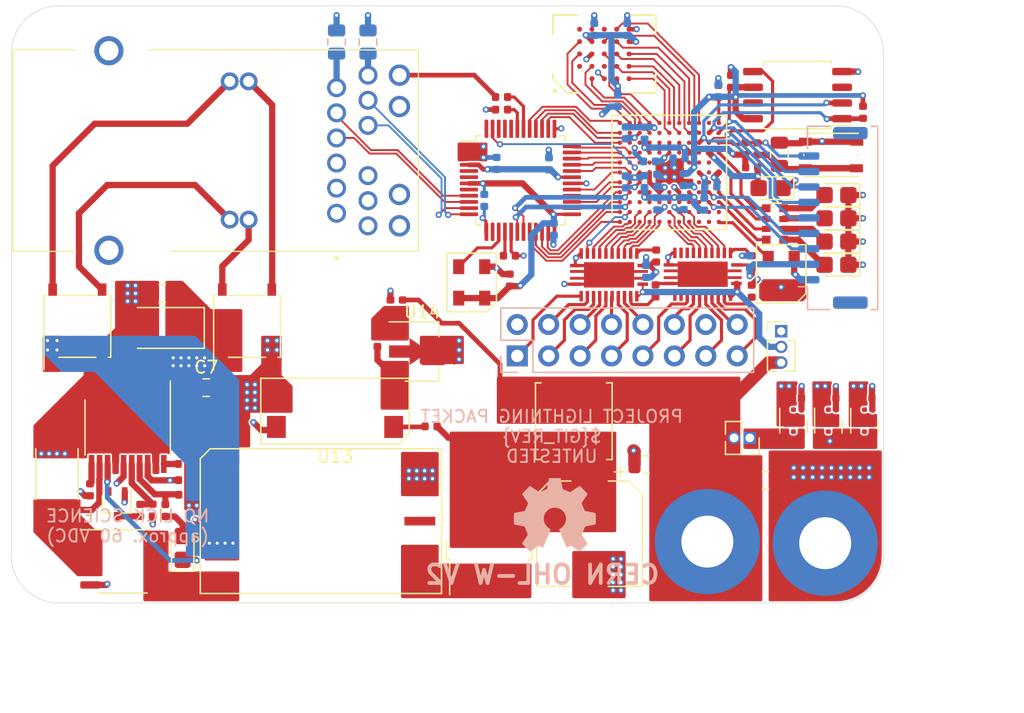
<source format=kicad_pcb>
(kicad_pcb (version 20200625) (host pcbnew "5.99.0-unknown-af8f05d~101~ubuntu20.04.1")
  (layers (0 "F.Cu" signal) (1 "In1.Cu" signal) (2 "In2.Cu" signal) (31 "B.Cu" signal) (34 "B.Paste" user) (35 "F.Paste" user) (36 "B.SilkS" user) (37 "F.SilkS" user) (38 "B.Mask" user) (39 "F.Mask" user) (44 "Edge.Cuts" user))
  (net 0 "")
  (net 1 "/SPARE_B")
  (net 2 "/SPARE_A")
  (net 3 "/DATA_B")
  (net 4 "/DATA_A")
  (net 5 "Net-(U1-Pad48)")
  (net 6 "/~RST")
  (net 7 "Net-(U1-Pad46)")
  (net 8 "Net-(U1-Pad45)")
  (net 9 "Net-(U1-Pad44)")
  (net 10 "/CRS")
  (net 11 "/COL")
  (net 12 "/TXD3")
  (net 13 "/TXD2")
  (net 14 "GND")
  (net 15 "/TXD1")
  (net 16 "/TXD0")
  (net 17 "/TXEN")
  (net 18 "/TXC")
  (net 19 "/INTR")
  (net 20 "/RXER")
  (net 21 "/RXC")
  (net 22 "/RXDV")
  (net 23 "Net-(U1-Pad26)")
  (net 24 "VCC")
  (net 25 "/RXD0")
  (net 26 "/RXD1")
  (net 27 "/RXD2")
  (net 28 "/RXD3")
  (net 29 "/MDC")
  (net 30 "/MDIO")
  (net 31 "Net-(R1-Pad1)")
  (net 32 "Net-(U1-Pad15)")
  (net 33 "Net-(U1-Pad14)")
  (net 34 "Net-(U1-Pad8)")
  (net 35 "Net-(U1-Pad6)")
  (net 36 "Net-(U1-Pad5)")
  (net 37 "+1V2")
  (net 38 "Net-(U2-PadB10)")
  (net 39 "GNDPWR")
  (net 40 "Net-(R2-Pad2)")
  (net 41 "Net-(C9-Pad1)")
  (net 42 "Net-(D4-Pad1)")
  (net 43 "Net-(C10-Pad1)")
  (net 44 "Net-(U4-Pad5)")
  (net 45 "Net-(U4-Pad2)")
  (net 46 "Net-(U5-Pad5)")
  (net 47 "Net-(U5-Pad2)")
  (net 48 "Net-(U6-Pad7)")
  (net 49 "Net-(U6-Pad3)")
  (net 50 "/POE/POE_P")
  (net 51 "/RJ45/TXP")
  (net 52 "/RJ45/TXN")
  (net 53 "/RJ45/RXP")
  (net 54 "/RJ45/RXN")
  (net 55 "Net-(U2-PadC9)")
  (net 56 "/HUB75/CK")
  (net 57 "/HUB75/LA")
  (net 58 "Net-(U2-PadD7)")
  (net 59 "Net-(U2-PadC7)")
  (net 60 "/HUB75/BL")
  (net 61 "/HUB75/G1")
  (net 62 "/HUB75/B1")
  (net 63 "/HUB75/R1")
  (net 64 "/HUB75/B0")
  (net 65 "/HUB75/G0")
  (net 66 "/HUB75/A4")
  (net 67 "/HUB75/R0")
  (net 68 "/HUB75/A3")
  (net 69 "/HUB75/A1")
  (net 70 "/HUB75/A2")
  (net 71 "/HUB75/A0")
  (net 72 "Net-(U7-PadA2)")
  (net 73 "Net-(U7-PadC2)")
  (net 74 "Net-(U7-PadA5)")
  (net 75 "Net-(U9-Pad5)")
  (net 76 "Net-(U9-Pad2)")
  (net 77 "+1V8")
  (net 78 "Net-(U2-PadH3)")
  (net 79 "Net-(U2-PadG3)")
  (net 80 "Net-(U2-PadK2)")
  (net 81 "Net-(U2-PadJ2)")
  (net 82 "/MEMORY/DQ7")
  (net 83 "/MEMORY/DQ6")
  (net 84 "/MEMORY/DQ5")
  (net 85 "/MEMORY/DQ4")
  (net 86 "/MEMORY/DQ3")
  (net 87 "/MEMORY/DQ2")
  (net 88 "/MEMORY/DQ1")
  (net 89 "/MEMORY/DQ0")
  (net 90 "/MEMORY/RWDS")
  (net 91 "/MEMORY/~CS1")
  (net 92 "/MEMORY/~RESET1")
  (net 93 "Net-(D4-Pad2)")
  (net 94 "Net-(C2-Pad1)")
  (net 95 "Net-(C1-Pad1)")
  (net 96 "Net-(C11-Pad1)")
  (net 97 "VBUS")
  (net 98 "Net-(C18-Pad2)")
  (net 99 "Net-(U2-PadK1)")
  (net 100 "Net-(U2-PadJ1)")
  (net 101 "Net-(U2-PadE10)")
  (net 102 "Net-(U2-PadF9)")
  (net 103 "/CONFIG/CDONE")
  (net 104 "Net-(J1-Pad2)")
  (net 105 "Net-(J1-Pad3)")
  (net 106 "Net-(J1-Pad8)")
  (net 107 "Net-(J1-Pad9)")
  (net 108 "Net-(Q1-Pad5)")
  (net 109 "Net-(Q1-Pad4)")
  (net 110 "Net-(Q1-Pad1)")
  (net 111 "Net-(U2-PadH9)")
  (net 112 "Net-(U2-PadJ8)")
  (net 113 "Net-(U2-PadK7)")
  (net 114 "Net-(U2-PadJ7)")
  (net 115 "Net-(U2-PadH7)")
  (net 116 "Net-(U2-PadK6)")
  (net 117 "Net-(U2-PadK5)")
  (net 118 "Net-(U2-PadJ5)")
  (net 119 "Net-(U2-PadJ4)")
  (net 120 "Net-(U2-PadJ3)")
  (net 121 "Net-(U2-PadL2)")
  (net 122 "Net-(U2-PadF4)")
  (net 123 "Net-(U2-PadC4)")
  (net 124 "Net-(U2-PadF3)")
  (net 125 "Net-(U2-PadE3)")
  (net 126 "Net-(U2-PadD3)")
  (net 127 "Net-(U2-PadC3)")
  (net 128 "Net-(U10-Pad26)")
  (net 129 "Net-(U10-Pad27)")
  (net 130 "Net-(U10-Pad28)")
  (net 131 "Net-(U10-Pad29)")
  (net 132 "Net-(U11-Pad9)")
  (net 133 "Net-(U11-Pad10)")
  (net 134 "Net-(U11-Pad14)")
  (net 135 "Net-(U11-Pad15)")
  (net 136 "Net-(U11-Pad26)")
  (net 137 "Net-(U11-Pad27)")
  (net 138 "Net-(U11-Pad28)")
  (net 139 "Net-(U11-Pad29)")
  (net 140 "/HUB75/VCC.G0")
  (net 141 "/HUB75/VCC.R1")
  (net 142 "/HUB75/VCC.B1")
  (net 143 "/HUB75/VCC.A0")
  (net 144 "/HUB75/VCC.A2")
  (net 145 "/HUB75/VCC.CK")
  (net 146 "/HUB75/VCC.R0")
  (net 147 "/HUB75/VCC.B0")
  (net 148 "/HUB75/VCC.A4")
  (net 149 "/HUB75/VCC.A1")
  (net 150 "/HUB75/VCC.A3")
  (net 151 "/HUB75/VCC.LA")
  (net 152 "/HUB75/VCC.BL")
  (net 153 "Net-(R18-Pad2)")
  (net 154 "Net-(R16-Pad2)")
  (net 155 "Net-(R19-Pad2)")
  (net 156 "/HUB75/VCC.G1")
  (net 157 "Net-(R17-Pad2)")
  (net 158 "/HUB75/VSHIFT")
  (net 159 "Net-(C23-Pad1)")
  (net 160 "Net-(D7-Pad2)")
  (net 161 "Net-(D8-Pad2)")
  (net 162 "Net-(D9-Pad2)")
  (net 163 "Net-(D10-Pad2)")
  (net 164 "Net-(R20-Pad4)")
  (net 165 "Net-(R20-Pad3)")
  (net 166 "Net-(R20-Pad2)")
  (net 167 "Net-(R20-Pad1)")
  (net 168 "Net-(U2-PadE9)")
  (net 169 "Net-(U2-PadG8)")
  (net 170 "Net-(U7-PadB5)")
  (net 171 "Net-(U7-PadC5)")
  (net 172 "Net-(U2-PadG9)")
  (net 173 "Net-(U2-PadD9)")
  (net 174 "Net-(U2-PadE8)")
  (net 175 "/MEMORY/CK_P")
  (net 176 "/MEMORY/CK_N")
  (net 177 "Net-(U2-PadK11)")
  (net 178 "Net-(J1-Pad18)")
  (net 179 "Net-(J1-Pad20)")
  (net 180 "/RJ45/LED0")
  (net 181 "/RJ45/LED1")
  (net 182 "Net-(U12-Pad3)")
  (net 183 "Net-(C36-Pad1)")
  (net 184 "Net-(C16-Pad2)")
  (net 185 "Net-(C17-Pad2)")
  (net 186 "Net-(U2-PadL5)")
  (net 187 "Net-(C16-Pad1)")
  (net 188 "Net-(C17-Pad1)")
  (net 189 "Net-(J4-Pad5)")
  (net 190 "/CONFIG/~CRESET")
  (net 191 "Net-(J4-Pad8)")
  (net 192 "Net-(J4-Pad7)")
  (net 193 "Net-(J4-Pad6)")
  (net 194 "/CONFIG/DBG_AUX_A")
  (net 195 "/CONFIG/DBG_AUX_B")
  (net 196 "Net-(D5-Pad2)")
  (net 197 "Net-(C6-Pad1)")
  (net 198 "Net-(R6-Pad1)")
  (net 199 "Net-(R4-Pad2)")
  (net 200 "Net-(R3-Pad1)")
  (net 201 "Net-(C41-Pad1)")
  (net 202 "Net-(R9-Pad2)")
  (net 203 "Net-(C41-Pad2)")
  (net 204 "Net-(D5-Pad1)")
  (net 205 "Net-(D5-Pad3)")
  (net 206 "Net-(D11-Pad1)")
  (net 207 "Net-(C13-Pad1)")
  (module "Capacitor_SMD:C_0805_2012Metric" (layer "F.Cu") (at 130.048 82.931)
    (fp_text reference "C7" (at 0 -1.65 180) (layer "F.SilkS"))
    (fp_text value "100nf")
    (pad "2" smd roundrect (at 0.9375 0) (size 0.975 1.4) (layers "F.Cu" "F.Paste" "F.Mask") (net 39 "GNDPWR"))
    (pad "1" smd roundrect (at -0.9375 0) (size 0.975 1.4) (layers "F.Cu" "F.Paste" "F.Mask") (net 50 "/POE/POE_P"))
  )
  (module "hub75_poe:SOT-89-3" (layer "F.Cu") (at 147.066 80.01)
    (fp_text reference "U14" (at 0.45 -3.2) (layer "F.SilkS"))
    (fp_text value "TL431PK")
    (pad "2" smd trapezoid (at -0.0762 0 270) (size 1.5 1) (rect_delta 0 0.7) (layers "F.Cu" "F.Paste" "F.Mask") (net 14 "GND"))
    (pad "2" smd rect (at 1.3335 0 270) (size 2.2 1.84) (layers "F.Cu" "F.Paste" "F.Mask") (net 14 "GND"))
    (pad "3" smd rect (at -1.48 1.5 270) (size 1 1.5) (layers "F.Cu" "F.Paste" "F.Mask") (net 201 "Net-(C41-Pad1)"))
    (pad "2" smd rect (at -1.3335 0 270) (size 1 1.8) (layers "F.Cu" "F.Paste" "F.Mask") (net 14 "GND"))
    (pad "1" smd rect (at -1.48 -1.5 270) (size 1 1.5) (layers "F.Cu" "F.Paste" "F.Mask") (net 203 "Net-(C41-Pad2)"))
    (pad "2" smd trapezoid (at 2.667 0 90) (size 1.6 0.85) (rect_delta 0 0.6) (layers "F.Cu" "F.Paste" "F.Mask") (net 14 "GND"))
  )
  (module "hub75_poe:VO615A-9X017T" (layer "F.Cu") (at 140.462 84.836 90)
    (fp_text reference "U13" (at -3.66 0 180) (layer "F.SilkS"))
    (fp_text value "VO615A")
    (pad "2" smd rect (at 1.27 4.74 90) (size 1.78 1.52) (layers "F.Cu" "F.Paste" "F.Mask") (net 201 "Net-(C41-Pad1)"))
    (pad "3" smd rect (at 1.27 -4.74 90) (size 1.78 1.52) (layers "F.Cu" "F.Paste" "F.Mask") (net 39 "GNDPWR"))
    (pad "1" smd rect (at -1.27 4.74 90) (size 1.78 1.52) (layers "F.Cu" "F.Paste" "F.Mask") (net 202 "Net-(R9-Pad2)"))
    (pad "4" smd rect (at -1.27 -4.74 90) (size 1.78 1.52) (layers "F.Cu" "F.Paste" "F.Mask") (net 96 "Net-(C11-Pad1)"))
  )
  (module "Resistor_SMD:R_0805_2012Metric" (layer "F.Cu") (at 126.492 75.311 180)
    (fp_text reference "R12")
    (fp_text value "25.5k")
    (pad "2" smd roundrect (at 0.9375 0 180) (size 0.975 1.4) (layers "F.Cu" "F.Paste" "F.Mask") (net 39 "GNDPWR"))
    (pad "1" smd roundrect (at -0.9375 0 180) (size 0.975 1.4) (layers "F.Cu" "F.Paste" "F.Mask") (net 50 "/POE/POE_P"))
  )
  (module "Resistor_SMD:R_0402_1005Metric" (layer "F.Cu") (at 126.746 92.86 -90)
    (fp_text reference "R5")
    (fp_text value "330")
    (pad "2" smd roundrect (at 0.485 0 270) (size 0.59 0.64) (layers "F.Cu" "F.Paste" "F.Mask") (net 93 "Net-(D4-Pad2)"))
    (pad "1" smd roundrect (at -0.485 0 270) (size 0.59 0.64) (layers "F.Cu" "F.Paste" "F.Mask") (net 197 "Net-(C6-Pad1)"))
  )
  (module "Capacitor_SMD:C_0402_1005Metric" (layer "F.Cu") (at 128.27 89.1005)
    (fp_text reference "C9")
    (fp_text value "4.7nf")
    (pad "2" smd roundrect (at 0.485 0) (size 0.59 0.64) (layers "F.Cu" "F.Paste" "F.Mask") (net 39 "GNDPWR"))
    (pad "1" smd roundrect (at -0.485 0) (size 0.59 0.64) (layers "F.Cu" "F.Paste" "F.Mask") (net 41 "Net-(C9-Pad1)"))
  )
  (module "Capacitor_SMD:CP_Elec_8x10" (layer "F.Cu") (at 161.036 94.742 -90)
    (fp_text reference "C13")
    (fp_text value "470uf+")
    (pad "2" smd roundrect (at 3.25 0 270) (size 3.5 2.5) (layers "F.Cu" "F.Paste" "F.Mask") (roundrect_rratio 0.1) (net 14 "GND"))
    (pad "1" smd roundrect (at -3.25 0 270) (size 3.5 2.5) (layers "F.Cu" "F.Paste" "F.Mask") (roundrect_rratio 0.1) (net 207 "Net-(C13-Pad1)"))
  )
  (module "Diode_SMD:Diode_Bridge_Vishay_MBLS" (layer "F.Cu") (at 133.35 77.978 90)
    (fp_text reference "D2")
    (fp_text value "MBL104S")
    (pad "4" smd rect (at 2.975 -2 90) (size 1 0.7) (layers "F.Cu" "F.Paste" "F.Mask") (net 4 "/DATA_A"))
    (pad "3" smd rect (at 2.975 2 90) (size 1 0.7) (layers "F.Cu" "F.Paste" "F.Mask") (net 3 "/DATA_B"))
    (pad "2" smd rect (at -2.975 2 90) (size 1 0.7) (layers "F.Cu" "F.Paste" "F.Mask") (net 39 "GNDPWR"))
    (pad "1" smd rect (at -2.975 -2 90) (size 1 0.7) (layers "F.Cu" "F.Paste" "F.Mask") (net 50 "/POE/POE_P"))
  )
  (module "Diode_SMD:Diode_Bridge_Vishay_MBLS" (layer "F.Cu") (at 119.634 77.978 90)
    (fp_text reference "D1")
    (fp_text value "MBL104S")
    (pad "4" smd rect (at 2.975 -2 90) (size 1 0.7) (layers "F.Cu" "F.Paste" "F.Mask") (net 1 "/SPARE_B"))
    (pad "3" smd rect (at 2.975 2 90) (size 1 0.7) (layers "F.Cu" "F.Paste" "F.Mask") (net 2 "/SPARE_A"))
    (pad "2" smd rect (at -2.975 2 90) (size 1 0.7) (layers "F.Cu" "F.Paste" "F.Mask") (net 39 "GNDPWR"))
    (pad "1" smd rect (at -2.975 -2 90) (size 1 0.7) (layers "F.Cu" "F.Paste" "F.Mask") (net 50 "/POE/POE_P"))
  )
  (module "Capacitor_SMD:C_0805_2012Metric" (layer "B.Cu") (at 140.589 54.991 90)
    (fp_text reference "C2")
    (fp_text value "10nf")
    (pad "2" smd roundrect (at 0.9375 0 90) (size 0.975 1.4) (layers "B.Cu" "B.Paste" "B.Mask") (net 14 "GND"))
    (pad "1" smd roundrect (at -0.9375 0 90) (size 0.975 1.4) (layers "B.Cu" "B.Paste" "B.Mask") (net 94 "Net-(C2-Pad1)"))
  )
  (module "Capacitor_SMD:C_0805_2012Metric" (layer "B.Cu") (at 143.129 54.991 90)
    (fp_text reference "C1")
    (fp_text value "10uf")
    (pad "2" smd roundrect (at 0.9375 0 90) (size 0.975 1.4) (layers "B.Cu" "B.Paste" "B.Mask") (net 14 "GND"))
    (pad "1" smd roundrect (at -0.9375 0 90) (size 0.975 1.4) (layers "B.Cu" "B.Paste" "B.Mask") (net 95 "Net-(C1-Pad1)"))
  )
  (module "Resistor_SMD:R_2512_6332Metric" (layer "F.Cu") (at 117.983 89.916 90)
    (fp_text reference "R8")
    (fp_text value "33m")
    (pad "2" smd roundrect (at 2.9 0 90) (size 1.35 3.35) (layers "F.Cu" "F.Paste" "F.Mask") (roundrect_rratio 0.1851851851851852) (net 39 "GNDPWR"))
    (pad "1" smd roundrect (at -2.9 0 90) (size 1.35 3.35) (layers "F.Cu" "F.Paste" "F.Mask") (roundrect_rratio 0.1851851851851852) (net 110 "Net-(Q1-Pad1)"))
  )
  (module "Diode_SMD:D_0805_2012Metric_Castellated" (layer "F.Cu") (at 128.143 95.885 90)
    (fp_text reference "D4")
    (fp_text value "LED")
    (pad "2" smd roundrect (at 0.9625 0 90) (size 1.325 1.3) (layers "F.Cu" "F.Paste" "F.Mask") (roundrect_rratio 0.1923076923076923) (net 93 "Net-(D4-Pad2)"))
    (pad "1" smd roundrect (at -0.9625 0 90) (size 1.325 1.3) (layers "F.Cu" "F.Paste" "F.Mask") (roundrect_rratio 0.1923076923076923) (net 42 "Net-(D4-Pad1)"))
  )
  (module "Package_TO_SOT_SMD:SOT-323_SC-70" (layer "F.Cu") (at 122.815039 92.329914 -90)
    (fp_text reference "D5")
    (fp_text value "BAS16W")
    (pad "3" smd rect (at 1 0 180) (size 0.45 0.7) (layers "F.Cu" "F.Paste" "F.Mask") (net 205 "Net-(D5-Pad3)"))
    (pad "2" smd rect (at -1 0.65 180) (size 0.45 0.7) (layers "F.Cu" "F.Paste" "F.Mask") (net 196 "Net-(D5-Pad2)"))
    (pad "1" smd rect (at -1 -0.65 180) (size 0.45 0.7) (layers "F.Cu" "F.Paste" "F.Mask") (net 204 "Net-(D5-Pad1)"))
  )
  (module "Resistor_SMD:R_0402_1005Metric" (layer "F.Cu") (at 144.942935 76.327 90)
    (fp_text reference "R11")
    (fp_text value "1k")
    (pad "2" smd roundrect (at 0.485 0 90) (size 0.59 0.64) (layers "F.Cu" "F.Paste" "F.Mask") (net 14 "GND"))
    (pad "1" smd roundrect (at -0.485 0 90) (size 0.59 0.64) (layers "F.Cu" "F.Paste" "F.Mask") (net 203 "Net-(C41-Pad2)"))
  )
  (module "Resistor_SMD:R_0402_1005Metric" (layer "F.Cu") (at 145.930081 76.327 -90)
    (fp_text reference "R10")
    (fp_text value "1k")
    (pad "2" smd roundrect (at 0.485 0 270) (size 0.59 0.64) (layers "F.Cu" "F.Paste" "F.Mask") (net 203 "Net-(C41-Pad2)"))
    (pad "1" smd roundrect (at -0.485 0 270) (size 0.59 0.64) (layers "F.Cu" "F.Paste" "F.Mask") (net 97 "VBUS"))
  )
  (module "Resistor_SMD:R_0402_1005Metric" (layer "F.Cu") (at 148.228654 86.061915 180)
    (fp_text reference "R9")
    (fp_text value "330")
    (pad "2" smd roundrect (at 0.485 0 180) (size 0.59 0.64) (layers "F.Cu" "F.Paste" "F.Mask") (net 202 "Net-(R9-Pad2)"))
    (pad "1" smd roundrect (at -0.485 0 180) (size 0.59 0.64) (layers "F.Cu" "F.Paste" "F.Mask") (net 207 "Net-(C13-Pad1)"))
  )
  (module "Resistor_SMD:R_0402_1005Metric" (layer "F.Cu") (at 124.71405 92.848076 90)
    (fp_text reference "R7")
    (fp_text value "50")
    (pad "2" smd roundrect (at 0.485 0 90) (size 0.59 0.64) (layers "F.Cu" "F.Paste" "F.Mask") (net 43 "Net-(C10-Pad1)"))
    (pad "1" smd roundrect (at -0.485 0 90) (size 0.59 0.64) (layers "F.Cu" "F.Paste" "F.Mask") (net 205 "Net-(D5-Pad3)"))
  )
  (module "Resistor_SMD:R_0402_1005Metric" (layer "F.Cu") (at 120.65 91.186 -90)
    (fp_text reference "R6")
    (fp_text value "200k")
    (pad "2" smd roundrect (at 0.485 0 270) (size 0.59 0.64) (layers "F.Cu" "F.Paste" "F.Mask") (net 39 "GNDPWR"))
    (pad "1" smd roundrect (at -0.485 0 270) (size 0.59 0.64) (layers "F.Cu" "F.Paste" "F.Mask") (net 198 "Net-(R6-Pad1)"))
  )
  (module "Resistor_SMD:R_0402_1005Metric" (layer "F.Cu") (at 123.544796 81.0995 -90)
    (fp_text reference "R4")
    (fp_text value "56k")
    (pad "2" smd roundrect (at 0.485 0 270) (size 0.59 0.64) (layers "F.Cu" "F.Paste" "F.Mask") (net 199 "Net-(R4-Pad2)"))
    (pad "1" smd roundrect (at -0.485 0 270) (size 0.59 0.64) (layers "F.Cu" "F.Paste" "F.Mask") (net 39 "GNDPWR"))
  )
  (module "Resistor_SMD:R_0402_1005Metric" (layer "F.Cu") (at 124.672064 81.0995 90)
    (fp_text reference "R3")
    (fp_text value "100k")
    (pad "2" smd roundrect (at 0.485 0 90) (size 0.59 0.64) (layers "F.Cu" "F.Paste" "F.Mask") (net 39 "GNDPWR"))
    (pad "1" smd roundrect (at -0.485 0 90) (size 0.59 0.64) (layers "F.Cu" "F.Paste" "F.Mask") (net 200 "Net-(R3-Pad1)"))
  )
  (module "Resistor_SMD:R_0402_1005Metric" (layer "F.Cu") (at 125.808109 81.0995 -90)
    (fp_text reference "R2")
    (fp_text value "30.9")
    (pad "2" smd roundrect (at 0.485 0 270) (size 0.59 0.64) (layers "F.Cu" "F.Paste" "F.Mask") (net 40 "Net-(R2-Pad2)"))
    (pad "1" smd roundrect (at -0.485 0 270) (size 0.59 0.64) (layers "F.Cu" "F.Paste" "F.Mask") (net 39 "GNDPWR"))
  )
  (module "Package_TO_SOT_SMD:TO-252-2" (layer "F.Cu") (at 152.908 94.361 90)
    (fp_text reference "D11")
    (fp_text value "RFN5BGE3STL")
    (pad "2" smd rect (at 2.1 0 90) (size 6.4 5.8) (layers "F.Cu" "F.Mask") (net 207 "Net-(C13-Pad1)"))
    (pad "3" smd rect (at -4.2 2.28 90) (size 2.2 1.2) (layers "F.Cu" "F.Paste" "F.Mask") (net 206 "Net-(D11-Pad1)"))
    (pad "1" smd rect (at -4.2 -2.28 90) (size 2.2 1.2) (layers "F.Cu" "F.Paste" "F.Mask") (net 206 "Net-(D11-Pad1)"))
  )
  (module "Capacitor_SMD:C_0402_1005Metric" (layer "F.Cu") (at 143.891001 79.121 90)
    (fp_text reference "C41")
    (fp_text value "2.2uf")
    (pad "2" smd roundrect (at 0.485 0 90) (size 0.59 0.64) (layers "F.Cu" "F.Paste" "F.Mask") (net 203 "Net-(C41-Pad2)"))
    (pad "1" smd roundrect (at -0.485 0 90) (size 0.59 0.64) (layers "F.Cu" "F.Paste" "F.Mask") (net 201 "Net-(C41-Pad1)"))
  )
  (module "Capacitor_SMD:C_0402_1005Metric" (layer "F.Cu") (at 128.293 90.406456)
    (fp_text reference "C11")
    (fp_text value "2.2uf")
    (pad "2" smd roundrect (at 0.485 0) (size 0.59 0.64) (layers "F.Cu" "F.Paste" "F.Mask") (net 39 "GNDPWR"))
    (pad "1" smd roundrect (at -0.485 0) (size 0.59 0.64) (layers "F.Cu" "F.Paste" "F.Mask") (net 96 "Net-(C11-Pad1)"))
  )
  (module "Capacitor_SMD:C_0402_1005Metric" (layer "F.Cu") (at 125.720803 92.833967 -90)
    (fp_text reference "C10")
    (fp_text value "2.2uf")
    (pad "2" smd roundrect (at 0.485 0 270) (size 0.59 0.64) (layers "F.Cu" "F.Paste" "F.Mask") (net 39 "GNDPWR"))
    (pad "1" smd roundrect (at -0.485 0 270) (size 0.59 0.64) (layers "F.Cu" "F.Paste" "F.Mask") (net 43 "Net-(C10-Pad1)"))
  )
  (module "Capacitor_SMD:C_0402_1005Metric" (layer "F.Cu") (at 128.312946 91.590237)
    (fp_text reference "C6")
    (fp_text value "470nf")
    (pad "2" smd roundrect (at 0.485 0) (size 0.59 0.64) (layers "F.Cu" "F.Paste" "F.Mask") (net 39 "GNDPWR"))
    (pad "1" smd roundrect (at -0.485 0) (size 0.59 0.64) (layers "F.Cu" "F.Paste" "F.Mask") (net 197 "Net-(C6-Pad1)"))
  )
  (module "Package_SO:HTSSOP-20-1EP_4.4x6.5mm_P0.65mm_EP3.4x6.5mm" (layer "F.Cu") (at 123.699 86.1505 -90)
    (fp_text reference "U3")
    (fp_text value "NCP1081")
    (pad "21" smd rect (at 0 0 270) (size 3.4 6.5) (layers "F.Cu" "F.Mask") (net 39 "GNDPWR"))
    (pad "20" smd rect (at 2.95 -2.92 270) (size 1.45 0.45) (layers "F.Cu" "F.Paste" "F.Mask") (net 41 "Net-(C9-Pad1)"))
    (pad "19" smd rect (at 2.95 -2.27 270) (size 1.45 0.45) (layers "F.Cu" "F.Paste" "F.Mask") (net 39 "GNDPWR"))
    (pad "18" smd rect (at 2.95 -1.62 270) (size 1.45 0.45) (layers "F.Cu" "F.Paste" "F.Mask") (net 96 "Net-(C11-Pad1)"))
    (pad "17" smd rect (at 2.95 -0.97 270) (size 1.45 0.45) (layers "F.Cu" "F.Paste" "F.Mask") (net 197 "Net-(C6-Pad1)"))
    (pad "16" smd rect (at 2.95 -0.33 270) (size 1.45 0.45) (layers "F.Cu" "F.Paste" "F.Mask") (net 43 "Net-(C10-Pad1)"))
    (pad "15" smd rect (at 2.95 0.33 270) (size 1.45 0.45) (layers "F.Cu" "F.Paste" "F.Mask") (net 109 "Net-(Q1-Pad4)"))
    (pad "14" smd rect (at 2.95 0.97 270) (size 1.45 0.45) (layers "F.Cu" "F.Paste" "F.Mask") (net 39 "GNDPWR"))
    (pad "13" smd rect (at 2.95 1.62 270) (size 1.45 0.45) (layers "F.Cu" "F.Paste" "F.Mask") (net 42 "Net-(D4-Pad1)"))
    (pad "12" smd rect (at 2.95 2.27 270) (size 1.45 0.45) (layers "F.Cu" "F.Paste" "F.Mask") (net 110 "Net-(Q1-Pad1)"))
    (pad "11" smd rect (at 2.95 2.92 270) (size 1.45 0.45) (layers "F.Cu" "F.Paste" "F.Mask") (net 198 "Net-(R6-Pad1)"))
    (pad "10" smd rect (at -2.95 2.92 270) (size 1.45 0.45) (layers "F.Cu" "F.Paste" "F.Mask") (net 39 "GNDPWR"))
    (pad "9" smd rect (at -2.95 2.27 270) (size 1.45 0.45) (layers "F.Cu" "F.Paste" "F.Mask") (net 39 "GNDPWR"))
    (pad "8" smd rect (at -2.95 1.62 270) (size 1.45 0.45) (layers "F.Cu" "F.Paste" "F.Mask") (net 39 "GNDPWR"))
    (pad "7" smd rect (at -2.95 0.97 270) (size 1.45 0.45) (layers "F.Cu" "F.Paste" "F.Mask") (net 39 "GNDPWR"))
    (pad "6" smd rect (at -2.95 0.33 270) (size 1.45 0.45) (layers "F.Cu" "F.Paste" "F.Mask") (net 39 "GNDPWR"))
    (pad "5" smd rect (at -2.95 -0.33 270) (size 1.45 0.45) (layers "F.Cu" "F.Paste" "F.Mask") (net 199 "Net-(R4-Pad2)"))
    (pad "4" smd rect (at -2.95 -0.97 270) (size 1.45 0.45) (layers "F.Cu" "F.Paste" "F.Mask") (net 200 "Net-(R3-Pad1)"))
    (pad "3" smd rect (at -2.95 -1.62 270) (size 1.45 0.45) (layers "F.Cu" "F.Paste" "F.Mask") (net 39 "GNDPWR"))
    (pad "2" smd rect (at -2.95 -2.27 270) (size 1.45 0.45) (layers "F.Cu" "F.Paste" "F.Mask") (net 40 "Net-(R2-Pad2)"))
    (pad "1" smd rect (at -2.95 -2.92 270) (size 1.45 0.45) (layers "F.Cu" "F.Paste" "F.Mask") (net 50 "/POE/POE_P"))
  )
  (module "Package_SO:SOP-8_3.9x4.9mm_P1.27mm" (layer "F.Cu") (at 123.317 96.9745)
    (fp_text reference "Q1")
    (fp_text value "FDS2582")
    (pad "8" smd roundrect (at 2.625 -1.905) (size 1.65 0.6) (layers "F.Cu" "F.Paste" "F.Mask") (net 108 "Net-(Q1-Pad5)"))
    (pad "7" smd roundrect (at 2.625 -0.635) (size 1.65 0.6) (layers "F.Cu" "F.Paste" "F.Mask") (net 108 "Net-(Q1-Pad5)"))
    (pad "6" smd roundrect (at 2.625 0.635) (size 1.65 0.6) (layers "F.Cu" "F.Paste" "F.Mask") (net 108 "Net-(Q1-Pad5)"))
    (pad "5" smd roundrect (at 2.625 1.905) (size 1.65 0.6) (layers "F.Cu" "F.Paste" "F.Mask") (net 108 "Net-(Q1-Pad5)"))
    (pad "4" smd roundrect (at -2.625 1.905) (size 1.65 0.6) (layers "F.Cu" "F.Paste" "F.Mask") (net 109 "Net-(Q1-Pad4)"))
    (pad "3" smd roundrect (at -2.625 0.635) (size 1.65 0.6) (layers "F.Cu" "F.Paste" "F.Mask") (net 110 "Net-(Q1-Pad1)"))
    (pad "2" smd roundrect (at -2.625 -0.635) (size 1.65 0.6) (layers "F.Cu" "F.Paste" "F.Mask") (net 110 "Net-(Q1-Pad1)"))
    (pad "1" smd roundrect (at -2.625 -1.905) (size 1.65 0.6) (layers "F.Cu" "F.Paste" "F.Mask") (net 110 "Net-(Q1-Pad1)"))
  )
  (module "Diode_SMD:D_SMA" (layer "F.Cu") (at 126.492 78.105 180)
    (fp_text reference "D3")
    (fp_text value "TVS")
    (pad "2" smd rect (at 2 0 180) (size 2.5 1.8) (layers "F.Cu" "F.Paste" "F.Mask") (net 39 "GNDPWR"))
    (pad "1" smd rect (at -2 0 180) (size 2.5 1.8) (layers "F.Cu" "F.Paste" "F.Mask") (net 50 "/POE/POE_P"))
  )
  (module "Capacitor_SMD:C_0402_1005Metric" (layer "B.Cu") (at 171.45 58.932352 90)
    (fp_text reference "C40")
    (fp_text value "C")
    (pad "2" smd roundrect (at 0.485 0 90) (size 0.59 0.64) (layers "B.Cu" "B.Paste" "B.Mask") (net 14 "GND"))
    (pad "1" smd roundrect (at -0.485 0 90) (size 0.59 0.64) (layers "B.Cu" "B.Paste" "B.Mask") (net 24 "VCC"))
  )
  (module "hub75_poe:PA2369NL" (layer "F.Cu") (at 139.319 93.720682 -90)
    (fp_text reference "T1")
    (fp_text value "PA2369NL")
    (pad "1" smd rect (at 5 8 270) (size 0.7 2.5) (layers "F.Cu" "F.Mask") (net 108 "Net-(Q1-Pad5)"))
    (pad "10" smd rect (at 5 -8 270) (size 0.7 2.5) (layers "F.Cu" "F.Mask") (net 206 "Net-(D11-Pad1)"))
    (pad "2" smd rect (at 2.5 8 270) (size 0.7 2.5) (layers "F.Cu" "F.Mask") (net 50 "/POE/POE_P"))
    (pad "9" smd rect (at 2.5 -8 270) (size 0.7 2.5) (layers "F.Cu" "F.Mask") (net 206 "Net-(D11-Pad1)"))
    (pad "3" smd rect (at 0 8 270) (size 0.7 2.5) (layers "F.Cu" "F.Mask") (net 204 "Net-(D5-Pad1)"))
    (pad "8" smd rect (at 0 -8 270) (size 0.7 2.5) (layers "F.Cu" "F.Mask"))
    (pad "4" smd rect (at -2.5 8 270) (size 0.7 2.5) (layers "F.Cu" "F.Mask"))
    (pad "7" smd rect (at -2.5 -8 270) (size 0.7 2.5) (layers "F.Cu" "F.Mask") (net 14 "GND"))
    (pad "5" smd rect (at -5 8 270) (size 0.7 2.5) (layers "F.Cu" "F.Mask") (net 39 "GNDPWR"))
    (pad "6" smd rect (at -5 -8 270) (size 0.7 2.5) (layers "F.Cu" "F.Mask") (net 14 "GND"))
  )
  (module "Resistor_SMD:R_0402_1005Metric" (layer "F.Cu") (at 172.467262 58.166 -90)
    (fp_text reference "R28")
    (fp_text value "10k")
    (pad "2" smd roundrect (at 0.485 0 270) (size 0.59 0.64) (layers "F.Cu" "F.Paste" "F.Mask") (net 191 "Net-(J4-Pad8)"))
    (pad "1" smd roundrect (at -0.485 0 270) (size 0.59 0.64) (layers "F.Cu" "F.Paste" "F.Mask") (net 24 "VCC"))
  )
  (module "Capacitor_SMD:C_0402_1005Metric" (layer "B.Cu") (at 161.417 53.975 90)
    (fp_text reference "C39")
    (fp_text value "10uf")
    (pad "2" smd roundrect (at 0.485 0 90) (size 0.59 0.64) (layers "B.Cu" "B.Paste" "B.Mask") (net 14 "GND"))
    (pad "1" smd roundrect (at -0.485 0 90) (size 0.59 0.64) (layers "B.Cu" "B.Paste" "B.Mask") (net 77 "+1V8"))
  )
  (module "Inductor_SMD:L_Bourns_SRN6045TA" (layer "F.Cu") (at 159.766 85.641 90)
    (fp_text reference "L1")
    (fp_text value "SRN6045TA-2R2Y")
    (pad "2" smd rect (at 2.075 0 90) (size 2.35 5.1) (layers "F.Cu" "F.Paste" "F.Mask") (net 97 "VBUS"))
    (pad "1" smd rect (at -2.075 0 90) (size 2.35 5.1) (layers "F.Cu" "F.Paste" "F.Mask") (net 207 "Net-(C13-Pad1)"))
  )
  (module "hub75_poe:7466003R" (layer "F.Cu") (at 180.086 95.504)
    (fp_text reference "J5")
    (fp_text value "7466003R")
    (pad "1" thru_hole circle (at 0 0) (size 8.5 8.5) (drill 4.2) (layers *.Cu *.Mask) (net 14 "GND"))
  )
  (module "hub75_poe:7466003R" (layer "F.Cu") (at 170.561 95.377)
    (fp_text reference "J3")
    (fp_text value "7466003R")
    (pad "1" thru_hole circle (at 0 0) (size 8.5 8.5) (drill 4.2) (layers *.Cu *.Mask) (net 97 "VBUS"))
  )
  (module "Connector_Molex:Molex_CLIK-Mate_502382-0970_1x09-1MP_P1.25mm_Vertical" (layer "B.Cu") (at 180.718 69.207 90)
    (fp_text reference "J4")
    (fp_text value "502382-0970")
    (pad "MP" smd roundrect (at 6.85 1.4 90) (size 1 2.8) (layers "B.Cu" "B.Paste" "B.Mask"))
    (pad "MP" smd roundrect (at -6.85 1.4 90) (size 1 2.8) (layers "B.Cu" "B.Paste" "B.Mask"))
    (pad "9" smd roundrect (at 5 -1.95 90) (size 0.6 1.7) (layers "B.Cu" "B.Paste" "B.Mask") (net 190 "/CONFIG/~CRESET"))
    (pad "8" smd roundrect (at 3.75 -1.95 90) (size 0.6 1.7) (layers "B.Cu" "B.Paste" "B.Mask") (net 191 "Net-(J4-Pad8)"))
    (pad "7" smd roundrect (at 2.5 -1.95 90) (size 0.6 1.7) (layers "B.Cu" "B.Paste" "B.Mask") (net 192 "Net-(J4-Pad7)"))
    (pad "6" smd roundrect (at 1.25 -1.95 90) (size 0.6 1.7) (layers "B.Cu" "B.Paste" "B.Mask") (net 193 "Net-(J4-Pad6)"))
    (pad "5" smd roundrect (at 0 -1.95 90) (size 0.6 1.7) (layers "B.Cu" "B.Paste" "B.Mask") (net 189 "Net-(J4-Pad5)"))
    (pad "4" smd roundrect (at -1.25 -1.95 90) (size 0.6 1.7) (layers "B.Cu" "B.Paste" "B.Mask") (net 195 "/CONFIG/DBG_AUX_B"))
    (pad "3" smd roundrect (at -2.5 -1.95 90) (size 0.6 1.7) (layers "B.Cu" "B.Paste" "B.Mask") (net 194 "/CONFIG/DBG_AUX_A"))
    (pad "2" smd roundrect (at -3.75 -1.95 90) (size 0.6 1.7) (layers "B.Cu" "B.Paste" "B.Mask") (net 24 "VCC"))
    (pad "1" smd roundrect (at -5 -1.95 90) (size 0.6 1.7) (layers "B.Cu" "B.Paste" "B.Mask") (net 14 "GND"))
  )
  (module "Resistor_SMD:R_0402_1005Metric" (layer "B.Cu") (at 165.481 66.271 -90)
    (fp_text reference "R27")
    (fp_text value "10k")
    (pad "2" smd roundrect (at 0.485 0 270) (size 0.59 0.64) (layers "B.Cu" "B.Paste" "B.Mask") (net 37 "+1V2"))
    (pad "1" smd roundrect (at -0.485 0 270) (size 0.59 0.64) (layers "B.Cu" "B.Paste" "B.Mask") (net 188 "Net-(C17-Pad1)"))
  )
  (module "Resistor_SMD:R_0402_1005Metric" (layer "B.Cu") (at 170.307 68.095 -90)
    (fp_text reference "R26")
    (fp_text value "10k")
    (pad "2" smd roundrect (at 0.485 0 270) (size 0.59 0.64) (layers "B.Cu" "B.Paste" "B.Mask") (net 37 "+1V2"))
    (pad "1" smd roundrect (at -0.485 0 270) (size 0.59 0.64) (layers "B.Cu" "B.Paste" "B.Mask") (net 187 "Net-(C16-Pad1)"))
  )
  (module "Resistor_SMD:R_0402_1005Metric" (layer "F.Cu") (at 183.141748 60.667646 -90)
    (fp_text reference "R25")
    (fp_text value "10k")
    (pad "2" smd roundrect (at 0.485 0 270) (size 0.59 0.64) (layers "F.Cu" "F.Paste" "F.Mask") (net 192 "Net-(J4-Pad7)"))
    (pad "1" smd roundrect (at -0.485 0 270) (size 0.59 0.64) (layers "F.Cu" "F.Paste" "F.Mask") (net 24 "VCC"))
  )
  (module "Symbol:OSHW-Symbol_6.7x6mm_SilkScreen" (layer "B.Cu") (at 158.242 93.218 180)
    (fp_text reference "S1")
    (fp_text value "Logo_Open_Hardware_Large" hide)
  )
  (module "Capacitor_SMD:C_0402_1005Metric" (layer "B.Cu") (at 173.993257 72.752907 90)
    (fp_text reference "C38")
    (fp_text value "10uf")
    (pad "2" smd roundrect (at 0.485 0 90) (size 0.59 0.64) (layers "B.Cu" "B.Paste" "B.Mask") (net 14 "GND"))
    (pad "1" smd roundrect (at -0.485 0 90) (size 0.59 0.64) (layers "B.Cu" "B.Paste" "B.Mask") (net 24 "VCC"))
  )
  (module "Capacitor_SMD:C_0402_1005Metric" (layer "B.Cu") (at 165.608 73.533 90)
    (fp_text reference "C37")
    (fp_text value "10uf")
    (pad "2" smd roundrect (at 0.485 0 90) (size 0.59 0.64) (layers "B.Cu" "B.Paste" "B.Mask") (net 14 "GND"))
    (pad "1" smd roundrect (at -0.485 0 90) (size 0.59 0.64) (layers "B.Cu" "B.Paste" "B.Mask") (net 24 "VCC"))
  )
  (module "Capacitor_SMD:C_0402_1005Metric" (layer "B.Cu") (at 153.52351 64.803642 90)
    (fp_text reference "C4")
    (fp_text value "10uf")
    (pad "2" smd roundrect (at 0.485 0 90) (size 0.59 0.64) (layers "B.Cu" "B.Paste" "B.Mask") (net 14 "GND"))
    (pad "1" smd roundrect (at -0.485 0 90) (size 0.59 0.64) (layers "B.Cu" "B.Paste" "B.Mask") (net 183 "Net-(C36-Pad1)"))
  )
  (module "Capacitor_SMD:C_0402_1005Metric" (layer "B.Cu") (at 157.754703 64.833477 90)
    (fp_text reference "C36")
    (fp_text value "10uf")
    (pad "2" smd roundrect (at 0.485 0 90) (size 0.59 0.64) (layers "B.Cu" "B.Paste" "B.Mask") (net 14 "GND"))
    (pad "1" smd roundrect (at -0.485 0 90) (size 0.59 0.64) (layers "B.Cu" "B.Paste" "B.Mask") (net 183 "Net-(C36-Pad1)"))
  )
  (module "Capacitor_SMD:C_0402_1005Metric" (layer "B.Cu") (at 158.152943 70.1325 -90)
    (fp_text reference "C34")
    (fp_text value "10uf")
    (pad "2" smd roundrect (at 0.485 0 270) (size 0.59 0.64) (layers "B.Cu" "B.Paste" "B.Mask") (net 14 "GND"))
    (pad "1" smd roundrect (at -0.485 0 270) (size 0.59 0.64) (layers "B.Cu" "B.Paste" "B.Mask") (net 24 "VCC"))
  )
  (module "Capacitor_SMD:C_0402_1005Metric" (layer "B.Cu") (at 152.527 67.795 -90)
    (fp_text reference "C3")
    (fp_text value "10uf")
    (pad "2" smd roundrect (at 0.485 0 270) (size 0.59 0.64) (layers "B.Cu" "B.Paste" "B.Mask") (net 14 "GND"))
    (pad "1" smd roundrect (at -0.485 0 270) (size 0.59 0.64) (layers "B.Cu" "B.Paste" "B.Mask") (net 24 "VCC"))
  )
  (module "hub75_poe:SOIC-4" (layer "F.Cu") (at 176.532118 73.743765 90)
    (fp_text reference "U12")
    (fp_text value "ASEMB-100.000MHZ-LY-T")
    (pad "2" smd rect (at 1.27 1.05 90) (size 1.2 0.9) (layers "F.Cu" "F.Paste" "F.Mask") (net 14 "GND"))
    (pad "3" smd rect (at 1.27 -1.05 90) (size 1.2 0.9) (layers "F.Cu" "F.Paste" "F.Mask") (net 182 "Net-(U12-Pad3)"))
    (pad "1" smd rect (at -1.27 1.05 90) (size 1.2 0.9) (layers "F.Cu" "F.Paste" "F.Mask") (net 24 "VCC"))
    (pad "4" smd rect (at -1.27 -1.05 90) (size 1.2 0.9) (layers "F.Cu" "F.Paste" "F.Mask") (net 24 "VCC"))
  )
  (module "Resistor_SMD:R_0402_1005Metric" (layer "F.Cu") (at 153.924 60.452)
    (fp_text reference "R24")
    (fp_text value "56")
    (pad "2" smd roundrect (at 0.485 0) (size 0.59 0.64) (layers "F.Cu" "F.Paste" "F.Mask") (net 181 "/RJ45/LED1"))
    (pad "1" smd roundrect (at -0.485 0) (size 0.59 0.64) (layers "F.Cu" "F.Paste" "F.Mask") (net 178 "Net-(J1-Pad18)"))
  )
  (module "Resistor_SMD:R_0402_1005Metric" (layer "F.Cu") (at 153.924 59.436)
    (fp_text reference "R23")
    (fp_text value "56")
    (pad "2" smd roundrect (at 0.485 0) (size 0.59 0.64) (layers "F.Cu" "F.Paste" "F.Mask") (net 180 "/RJ45/LED0"))
    (pad "1" smd roundrect (at -0.485 0) (size 0.59 0.64) (layers "F.Cu" "F.Paste" "F.Mask") (net 179 "Net-(J1-Pad20)"))
  )
  (module "Capacitor_SMD:C_0402_1005Metric" (layer "F.Cu") (at 154.587427 74.238177 90)
    (fp_text reference "C35")
    (fp_text value "10uf")
    (pad "2" smd roundrect (at 0.485 0 90) (size 0.59 0.64) (layers "F.Cu" "F.Paste" "F.Mask") (net 14 "GND"))
    (pad "1" smd roundrect (at -0.485 0 90) (size 0.59 0.64) (layers "F.Cu" "F.Paste" "F.Mask") (net 24 "VCC"))
  )
  (module "hub75_poe:SOIC-4" (layer "F.Cu") (at 151.511 74.422 90)
    (fp_text reference "U8")
    (fp_text value "ASEMB-25.000MHZ-LC-T")
    (pad "2" smd rect (at 1.27 1.05 90) (size 1.2 0.9) (layers "F.Cu" "F.Paste" "F.Mask") (net 14 "GND"))
    (pad "3" smd rect (at 1.27 -1.05 90) (size 1.2 0.9) (layers "F.Cu" "F.Paste" "F.Mask") (net 32 "Net-(U1-Pad15)"))
    (pad "1" smd rect (at -1.27 1.05 90) (size 1.2 0.9) (layers "F.Cu" "F.Paste" "F.Mask") (net 24 "VCC"))
    (pad "4" smd rect (at -1.27 -1.05 90) (size 1.2 0.9) (layers "F.Cu" "F.Paste" "F.Mask") (net 24 "VCC"))
  )
  (module "Capacitor_SMD:C_0402_1005Metric" (layer "B.Cu") (at 166.497 68.072 -90)
    (fp_text reference "C33")
    (fp_text value "10uf")
    (pad "2" smd roundrect (at 0.485 0 270) (size 0.59 0.64) (layers "B.Cu" "B.Paste" "B.Mask") (net 14 "GND"))
    (pad "1" smd roundrect (at -0.485 0 270) (size 0.59 0.64) (layers "B.Cu" "B.Paste" "B.Mask") (net 37 "+1V2"))
  )
  (module "Capacitor_SMD:C_0402_1005Metric" (layer "B.Cu") (at 165.481 62.357 90)
    (fp_text reference "C32")
    (fp_text value "10uf")
    (pad "2" smd roundrect (at 0.485 0 90) (size 0.59 0.64) (layers "B.Cu" "B.Paste" "B.Mask") (net 14 "GND"))
    (pad "1" smd roundrect (at -0.485 0 90) (size 0.59 0.64) (layers "B.Cu" "B.Paste" "B.Mask") (net 37 "+1V2"))
  )
  (module "Capacitor_SMD:C_0402_1005Metric" (layer "B.Cu") (at 168.656 68.049 -90)
    (fp_text reference "C31")
    (fp_text value "10uf")
    (pad "2" smd roundrect (at 0.485 0 270) (size 0.59 0.64) (layers "B.Cu" "B.Paste" "B.Mask") (net 14 "GND"))
    (pad "1" smd roundrect (at -0.485 0 270) (size 0.59 0.64) (layers "B.Cu" "B.Paste" "B.Mask") (net 37 "+1V2"))
  )
  (module "Capacitor_SMD:C_0402_1005Metric" (layer "B.Cu") (at 163.957 62.334 -90)
    (fp_text reference "C28")
    (fp_text value "10uf")
    (pad "2" smd roundrect (at 0.485 0 270) (size 0.59 0.64) (layers "B.Cu" "B.Paste" "B.Mask") (net 24 "VCC"))
    (pad "1" smd roundrect (at -0.485 0 270) (size 0.59 0.64) (layers "B.Cu" "B.Paste" "B.Mask") (net 14 "GND"))
  )
  (module "Capacitor_SMD:C_0402_1005Metric" (layer "F.Cu") (at 171.45 58.973244 -90)
    (fp_text reference "C27")
    (fp_text value "10uf")
    (pad "2" smd roundrect (at 0.485 0 270) (size 0.59 0.64) (layers "F.Cu" "F.Paste" "F.Mask") (net 24 "VCC"))
    (pad "1" smd roundrect (at -0.485 0 270) (size 0.59 0.64) (layers "F.Cu" "F.Paste" "F.Mask") (net 14 "GND"))
  )
  (module "Capacitor_SMD:C_0402_1005Metric" (layer "B.Cu") (at 165.885 64.643 180)
    (fp_text reference "C26")
    (fp_text value "10uf")
    (pad "1" smd roundrect (at -0.485 0 180) (size 0.59 0.64) (layers "B.Cu" "B.Paste" "B.Mask") (net 77 "+1V8"))
    (pad "2" smd roundrect (at 0.485 0 180) (size 0.59 0.64) (layers "B.Cu" "B.Paste" "B.Mask") (net 14 "GND"))
  )
  (module "Capacitor_SMD:C_0402_1005Metric" (layer "B.Cu") (at 166.497 66.167 90)
    (fp_text reference "C30")
    (fp_text value "10uf")
    (pad "2" smd roundrect (at 0.485 0 90) (size 0.59 0.64) (layers "B.Cu" "B.Paste" "B.Mask") (net 14 "GND"))
    (pad "1" smd roundrect (at -0.485 0 90) (size 0.59 0.64) (layers "B.Cu" "B.Paste" "B.Mask") (net 24 "VCC"))
  )
  (module "Capacitor_SMD:C_0402_1005Metric" (layer "B.Cu") (at 168.275 64.389 180)
    (fp_text reference "C29")
    (fp_text value "10uf")
    (pad "2" smd roundrect (at 0.485 0 180) (size 0.59 0.64) (layers "B.Cu" "B.Paste" "B.Mask") (net 14 "GND"))
    (pad "1" smd roundrect (at -0.485 0 180) (size 0.59 0.64) (layers "B.Cu" "B.Paste" "B.Mask") (net 37 "+1V2"))
  )
  (module "Capacitor_SMD:C_0402_1005Metric" (layer "B.Cu") (at 164.084 53.975 90)
    (fp_text reference "C22")
    (fp_text value "10uf")
    (pad "2" smd roundrect (at 0.485 0 90) (size 0.59 0.64) (layers "B.Cu" "B.Paste" "B.Mask") (net 14 "GND"))
    (pad "1" smd roundrect (at -0.485 0 90) (size 0.59 0.64) (layers "B.Cu" "B.Paste" "B.Mask") (net 77 "+1V8"))
  )
  (module "Capacitor_SMD:C_0402_1005Metric" (layer "B.Cu") (at 168.629847 66.110141 -90)
    (fp_text reference "C5")
    (fp_text value "10uf")
    (pad "2" smd roundrect (at 0.485 0 270) (size 0.59 0.64) (layers "B.Cu" "B.Paste" "B.Mask") (net 14 "GND"))
    (pad "1" smd roundrect (at -0.485 0 270) (size 0.59 0.64) (layers "B.Cu" "B.Paste" "B.Mask") (net 24 "VCC"))
  )
  (module "Capacitor_SMD:C_0402_1005Metric" (layer "B.Cu") (at 163.959318 66.296705 -90)
    (fp_text reference "C17")
    (fp_text value "10uf")
    (pad "2" smd roundrect (at 0.485 0 270) (size 0.59 0.64) (layers "B.Cu" "B.Paste" "B.Mask") (net 185 "Net-(C17-Pad2)"))
    (pad "1" smd roundrect (at -0.485 0 270) (size 0.59 0.64) (layers "B.Cu" "B.Paste" "B.Mask") (net 188 "Net-(C17-Pad1)"))
  )
  (module "Capacitor_SMD:C_0402_1005Metric" (layer "B.Cu") (at 170.838 66.675)
    (fp_text reference "C16")
    (fp_text value "10uf")
    (pad "2" smd roundrect (at 0.485 0) (size 0.59 0.64) (layers "B.Cu" "B.Paste" "B.Mask") (net 184 "Net-(C16-Pad2)"))
    (pad "1" smd roundrect (at -0.485 0) (size 0.59 0.64) (layers "B.Cu" "B.Paste" "B.Mask") (net 187 "Net-(C16-Pad1)"))
  )
  (module "Resistor_SMD:R_Array_Convex_4x0612" (layer "F.Cu") (at 176.022 69.6976)
    (fp_text reference "R20")
    (fp_text value "04x330")
    (pad "1" smd rect (at -0.7 -1.27) (size 0.7 0.64) (layers "F.Cu" "F.Paste" "F.Mask") (net 167 "Net-(R20-Pad1)"))
    (pad "3" smd rect (at -0.7 0.4) (size 0.7 0.5) (layers "F.Cu" "F.Paste" "F.Mask") (net 165 "Net-(R20-Pad3)"))
    (pad "2" smd rect (at -0.7 -0.4) (size 0.7 0.5) (layers "F.Cu" "F.Paste" "F.Mask") (net 166 "Net-(R20-Pad2)"))
    (pad "4" smd rect (at -0.7 1.27) (size 0.7 0.64) (layers "F.Cu" "F.Paste" "F.Mask") (net 164 "Net-(R20-Pad4)"))
    (pad "7" smd rect (at 0.7 -0.4) (size 0.7 0.5) (layers "F.Cu" "F.Paste" "F.Mask") (net 162 "Net-(D9-Pad2)"))
    (pad "8" smd rect (at 0.7 -1.27) (size 0.7 0.64) (layers "F.Cu" "F.Paste" "F.Mask") (net 163 "Net-(D10-Pad2)"))
    (pad "6" smd rect (at 0.7 0.4) (size 0.7 0.5) (layers "F.Cu" "F.Paste" "F.Mask") (net 161 "Net-(D8-Pad2)"))
    (pad "5" smd rect (at 0.7 1.27) (size 0.7 0.64) (layers "F.Cu" "F.Paste" "F.Mask") (net 160 "Net-(D7-Pad2)"))
  )
  (module "Diode_SMD:D_0805_2012Metric_Castellated" (layer "F.Cu") (at 180.9977 67.3608 180)
    (fp_text reference "D10")
    (fp_text value "LED")
    (pad "2" smd roundrect (at 0.9625 0 180) (size 1.325 1.3) (layers "F.Cu" "F.Paste" "F.Mask") (roundrect_rratio 0.1923076923076923) (net 163 "Net-(D10-Pad2)"))
    (pad "1" smd roundrect (at -0.9625 0 180) (size 1.325 1.3) (layers "F.Cu" "F.Paste" "F.Mask") (roundrect_rratio 0.1923076923076923) (net 14 "GND"))
  )
  (module "Diode_SMD:D_0805_2012Metric_Castellated" (layer "F.Cu") (at 180.9977 69.2404 180)
    (fp_text reference "D9")
    (fp_text value "LED")
    (pad "2" smd roundrect (at 0.9625 0 180) (size 1.325 1.3) (layers "F.Cu" "F.Paste" "F.Mask") (roundrect_rratio 0.1923076923076923) (net 162 "Net-(D9-Pad2)"))
    (pad "1" smd roundrect (at -0.9625 0 180) (size 1.325 1.3) (layers "F.Cu" "F.Paste" "F.Mask") (roundrect_rratio 0.1923076923076923) (net 14 "GND"))
  )
  (module "Diode_SMD:D_0805_2012Metric_Castellated" (layer "F.Cu") (at 180.9977 71.12 180)
    (fp_text reference "D8")
    (fp_text value "LED")
    (pad "2" smd roundrect (at 0.9625 0 180) (size 1.325 1.3) (layers "F.Cu" "F.Paste" "F.Mask") (roundrect_rratio 0.1923076923076923) (net 161 "Net-(D8-Pad2)"))
    (pad "1" smd roundrect (at -0.9625 0 180) (size 1.325 1.3) (layers "F.Cu" "F.Paste" "F.Mask") (roundrect_rratio 0.1923076923076923) (net 14 "GND"))
  )
  (module "Diode_SMD:D_0805_2012Metric_Castellated" (layer "F.Cu") (at 180.9977 72.9996 180)
    (fp_text reference "D7")
    (fp_text value "LED")
    (pad "2" smd roundrect (at 0.9625 0 180) (size 1.325 1.3) (layers "F.Cu" "F.Paste" "F.Mask") (roundrect_rratio 0.1923076923076923) (net 160 "Net-(D7-Pad2)"))
    (pad "1" smd roundrect (at -0.9625 0 180) (size 1.325 1.3) (layers "F.Cu" "F.Paste" "F.Mask") (roundrect_rratio 0.1923076923076923) (net 14 "GND"))
  )
  (module "Capacitor_SMD:C_0402_1005Metric" (layer "F.Cu") (at 177.682951 83.775437 180)
    (fp_text reference "C25")
    (fp_text value "10uf")
    (pad "2" smd roundrect (at 0.485 0 180) (size 0.59 0.64) (layers "F.Cu" "F.Paste" "F.Mask") (net 14 "GND"))
    (pad "1" smd roundrect (at -0.485 0 180) (size 0.59 0.64) (layers "F.Cu" "F.Paste" "F.Mask") (net 24 "VCC"))
  )
  (module "Capacitor_SMD:C_0402_1005Metric" (layer "F.Cu") (at 179.578 87.884 -90)
    (fp_text reference "C24")
    (fp_text value "10uf")
    (pad "2" smd roundrect (at 0.485 0 270) (size 0.59 0.64) (layers "F.Cu" "F.Paste" "F.Mask") (net 14 "GND"))
    (pad "1" smd roundrect (at -0.485 0 270) (size 0.59 0.64) (layers "F.Cu" "F.Paste" "F.Mask") (net 24 "VCC"))
  )
  (module "Capacitor_SMD:C_0402_1005Metric" (layer "F.Cu") (at 176.7586 87.9324 -90)
    (fp_text reference "C23")
    (fp_text value "10uf")
    (pad "2" smd roundrect (at 0.485 0 270) (size 0.59 0.64) (layers "F.Cu" "F.Paste" "F.Mask") (net 14 "GND"))
    (pad "1" smd roundrect (at -0.485 0 270) (size 0.59 0.64) (layers "F.Cu" "F.Paste" "F.Mask") (net 159 "Net-(C23-Pad1)"))
  )
  (module "Capacitor_SMD:C_0402_1005Metric" (layer "F.Cu") (at 183.382622 83.775437)
    (fp_text reference "C19")
    (fp_text value "10uf")
    (pad "2" smd roundrect (at 0.485 0) (size 0.59 0.64) (layers "F.Cu" "F.Paste" "F.Mask") (net 77 "+1V8"))
    (pad "1" smd roundrect (at -0.485 0) (size 0.59 0.64) (layers "F.Cu" "F.Paste" "F.Mask") (net 14 "GND"))
  )
  (module "Capacitor_SMD:C_0402_1005Metric" (layer "F.Cu") (at 180.4646 83.775437)
    (fp_text reference "C15")
    (fp_text value "10uf")
    (pad "2" smd roundrect (at 0.485 0) (size 0.59 0.64) (layers "F.Cu" "F.Paste" "F.Mask") (net 37 "+1V2"))
    (pad "1" smd roundrect (at -0.485 0) (size 0.59 0.64) (layers "F.Cu" "F.Paste" "F.Mask") (net 14 "GND"))
  )
  (module "Capacitor_SMD:C_0402_1005Metric" (layer "F.Cu") (at 182.499 87.884 90)
    (fp_text reference "C14")
    (fp_text value "10uf")
    (pad "2" smd roundrect (at 0.485 0 90) (size 0.59 0.64) (layers "F.Cu" "F.Paste" "F.Mask") (net 24 "VCC"))
    (pad "1" smd roundrect (at -0.485 0 90) (size 0.59 0.64) (layers "F.Cu" "F.Paste" "F.Mask") (net 14 "GND"))
  )
  (module "Connector_PinSocket_1.27mm:PinSocket_1x02_P1.27mm_Vertical" (layer "F.Cu") (at 173.99 86.995 -90)
    (fp_text reference "JP1")
    (fp_text value "Jumper")
    (pad "2" thru_hole oval (at 0 1.27 270) (size 1 1) (drill 0.7) (layers *.Cu *.Mask) (net 97 "VBUS"))
    (pad "1" thru_hole rect (at 0 0 270) (size 1 1) (drill 0.7) (layers *.Cu *.Mask) (net 159 "Net-(C23-Pad1)"))
  )
  (module "Connector_PinHeader_1.27mm:PinHeader_1x03_P1.27mm_Vertical" (layer "F.Cu") (at 176.53 78.362986)
    (fp_text reference "JP2")
    (fp_text value "Jumper_3_Bridged12")
    (pad "1" thru_hole rect (at 0 0) (size 1 1) (drill 0.65) (layers *.Cu *.Mask) (net 24 "VCC"))
    (pad "2" thru_hole oval (at 0 1.27) (size 1 1) (drill 0.65) (layers *.Cu *.Mask) (net 158 "/HUB75/VSHIFT"))
    (pad "3" thru_hole oval (at 0 2.54) (size 1 1) (drill 0.65) (layers *.Cu *.Mask) (net 97 "VBUS"))
  )
  (module "Resistor_SMD:R_0402_1005Metric" (layer "F.Cu") (at 174.154532 72.755136 90)
    (fp_text reference "R19")
    (fp_text value "10k")
    (pad "2" smd roundrect (at 0.485 0 90) (size 0.59 0.64) (layers "F.Cu" "F.Paste" "F.Mask") (net 155 "Net-(R19-Pad2)"))
    (pad "1" smd roundrect (at -0.485 0 90) (size 0.59 0.64) (layers "F.Cu" "F.Paste" "F.Mask") (net 24 "VCC"))
  )
  (module "Resistor_SMD:R_0402_1005Metric" (layer "F.Cu") (at 166.4208 72.290813 90)
    (fp_text reference "R18")
    (fp_text value "10k")
    (pad "2" smd roundrect (at 0.485 0 90) (size 0.59 0.64) (layers "F.Cu" "F.Paste" "F.Mask") (net 153 "Net-(R18-Pad2)"))
    (pad "1" smd roundrect (at -0.485 0 90) (size 0.59 0.64) (layers "F.Cu" "F.Paste" "F.Mask") (net 24 "VCC"))
  )
  (module "Resistor_SMD:R_0402_1005Metric" (layer "F.Cu") (at 174.1424 75.1332 -90)
    (fp_text reference "R17")
    (fp_text value "10k")
    (pad "2" smd roundrect (at 0.485 0 270) (size 0.59 0.64) (layers "F.Cu" "F.Paste" "F.Mask") (net 157 "Net-(R17-Pad2)"))
    (pad "1" smd roundrect (at -0.485 0 270) (size 0.59 0.64) (layers "F.Cu" "F.Paste" "F.Mask") (net 14 "GND"))
  )
  (module "Resistor_SMD:R_0402_1005Metric" (layer "F.Cu") (at 166.37 75.1054 -90)
    (fp_text reference "R16")
    (fp_text value "10k")
    (pad "2" smd roundrect (at 0.485 0 270) (size 0.59 0.64) (layers "F.Cu" "F.Paste" "F.Mask") (net 154 "Net-(R16-Pad2)"))
    (pad "1" smd roundrect (at -0.485 0 270) (size 0.59 0.64) (layers "F.Cu" "F.Paste" "F.Mask") (net 14 "GND"))
  )
  (module "hub75_poe:SN74LVC8T245" (layer "F.Cu") (at 170.184 73.7616 180)
    (fp_text reference "U11")
    (fp_text value "SN74LVC8T245" hide)
    (pad "1" smd rect (at -2.725 0.75 270) (size 0.28 0.85) (layers "F.Cu" "F.Paste" "F.Mask") (net 24 "VCC"))
    (pad "2" smd rect (at -2.25 1.725 180) (size 0.28 0.85) (layers "F.Cu" "F.Paste" "F.Mask") (net 155 "Net-(R19-Pad2)"))
    (pad "3" smd rect (at -1.75 1.725 180) (size 0.28 0.85) (layers "F.Cu" "F.Paste" "F.Mask") (net 146 "/HUB75/VCC.R0"))
    (pad "4" smd rect (at -1.25 1.725 180) (size 0.28 0.85) (layers "F.Cu" "F.Paste" "F.Mask") (net 140 "/HUB75/VCC.G0"))
    (pad "5" smd rect (at -0.75 1.725 180) (size 0.28 0.85) (layers "F.Cu" "F.Paste" "F.Mask") (net 147 "/HUB75/VCC.B0"))
    (pad "6" smd rect (at -0.25 1.725 180) (size 0.28 0.85) (layers "F.Cu" "F.Paste" "F.Mask") (net 156 "/HUB75/VCC.G1"))
    (pad "7" smd rect (at 0.25 1.725 180) (size 0.28 0.85) (layers "F.Cu" "F.Paste" "F.Mask") (net 141 "/HUB75/VCC.R1"))
    (pad "8" smd rect (at 0.75 1.725 180) (size 0.28 0.85) (layers "F.Cu" "F.Paste" "F.Mask") (net 148 "/HUB75/VCC.A4"))
    (pad "9" smd rect (at 1.25 1.725 180) (size 0.28 0.85) (layers "F.Cu" "F.Paste" "F.Mask") (net 132 "Net-(U11-Pad9)"))
    (pad "10" smd rect (at 1.75 1.725 180) (size 0.28 0.85) (layers "F.Cu" "F.Paste" "F.Mask") (net 133 "Net-(U11-Pad10)"))
    (pad "11" smd rect (at 2.25 1.725 180) (size 0.28 0.85) (layers "F.Cu" "F.Paste" "F.Mask") (net 14 "GND"))
    (pad "12" smd rect (at 2.725 0.75 270) (size 0.28 0.85) (layers "F.Cu" "F.Paste" "F.Mask") (net 14 "GND"))
    (pad "13" smd rect (at 2.725 -0.75 270) (size 0.28 0.85) (layers "F.Cu" "F.Paste" "F.Mask") (net 14 "GND"))
    (pad "14" smd rect (at 2.25 -1.725 180) (size 0.28 0.85) (layers "F.Cu" "F.Paste" "F.Mask") (net 134 "Net-(U11-Pad14)"))
    (pad "15" smd rect (at 1.75 -1.725 180) (size 0.28 0.85) (layers "F.Cu" "F.Paste" "F.Mask") (net 135 "Net-(U11-Pad15)"))
    (pad "16" smd rect (at 1.25 -1.725 180) (size 0.28 0.85) (layers "F.Cu" "F.Paste" "F.Mask") (net 62 "/HUB75/B1"))
    (pad "17" smd rect (at 0.75 -1.725 180) (size 0.28 0.85) (layers "F.Cu" "F.Paste" "F.Mask") (net 61 "/HUB75/G1"))
    (pad "18" smd rect (at 0.25 -1.725 180) (size 0.28 0.85) (layers "F.Cu" "F.Paste" "F.Mask") (net 63 "/HUB75/R1"))
    (pad "19" smd rect (at -0.25 -1.725 180) (size 0.28 0.85) (layers "F.Cu" "F.Paste" "F.Mask") (net 64 "/HUB75/B0"))
    (pad "20" smd rect (at -0.75 -1.725 180) (size 0.28 0.85) (layers "F.Cu" "F.Paste" "F.Mask") (net 65 "/HUB75/G0"))
    (pad "21" smd rect (at -1.25 -1.725 180) (size 0.28 0.85) (layers "F.Cu" "F.Paste" "F.Mask") (net 67 "/HUB75/R0"))
    (pad "22" smd rect (at -1.75 -1.725 180) (size 0.28 0.85) (layers "F.Cu" "F.Paste" "F.Mask") (net 157 "Net-(R17-Pad2)"))
    (pad "23" smd rect (at -2.25 -1.725 180) (size 0.28 0.85) (layers "F.Cu" "F.Paste" "F.Mask") (net 158 "/HUB75/VSHIFT"))
    (pad "24" smd rect (at -2.725 -0.75 270) (size 0.28 0.85) (layers "F.Cu" "F.Paste" "F.Mask") (net 158 "/HUB75/VSHIFT"))
    (pad "25" smd rect (at 0 0 270) (size 2.05 4.05) (layers "F.Cu" "F.Paste" "F.Mask") (net 14 "GND"))
    (pad "26" smd rect (at 2.5875 0.275 270) (size 0.23 1.125) (layers "F.Cu" "F.Paste" "F.Mask") (net 136 "Net-(U11-Pad26)"))
    (pad "27" smd rect (at 2.5875 -0.275 270) (size 0.23 1.125) (layers "F.Cu" "F.Paste" "F.Mask") (net 137 "Net-(U11-Pad27)"))
    (pad "28" smd rect (at -2.5875 -0.275 270) (size 0.23 1.125) (layers "F.Cu" "F.Paste" "F.Mask") (net 138 "Net-(U11-Pad28)"))
    (pad "29" smd rect (at -2.5875 0.275 270) (size 0.23 1.125) (layers "F.Cu" "F.Paste" "F.Mask") (net 139 "Net-(U11-Pad29)"))
  )
  (module "hub75_poe:SN74LVC8T245" (layer "F.Cu") (at 162.6108 73.8124 180)
    (fp_text reference "U10")
    (fp_text value "SN74LVC8T245" hide)
    (pad "1" smd rect (at -2.725 0.75 270) (size 0.28 0.85) (layers "F.Cu" "F.Paste" "F.Mask") (net 24 "VCC"))
    (pad "2" smd rect (at -2.25 1.725 180) (size 0.28 0.85) (layers "F.Cu" "F.Paste" "F.Mask") (net 153 "Net-(R18-Pad2)"))
    (pad "3" smd rect (at -1.75 1.725 180) (size 0.28 0.85) (layers "F.Cu" "F.Paste" "F.Mask") (net 142 "/HUB75/VCC.B1"))
    (pad "4" smd rect (at -1.25 1.725 180) (size 0.28 0.85) (layers "F.Cu" "F.Paste" "F.Mask") (net 149 "/HUB75/VCC.A1"))
    (pad "5" smd rect (at -0.75 1.725 180) (size 0.28 0.85) (layers "F.Cu" "F.Paste" "F.Mask") (net 143 "/HUB75/VCC.A0"))
    (pad "6" smd rect (at -0.25 1.725 180) (size 0.28 0.85) (layers "F.Cu" "F.Paste" "F.Mask") (net 150 "/HUB75/VCC.A3"))
    (pad "7" smd rect (at 0.25 1.725 180) (size 0.28 0.85) (layers "F.Cu" "F.Paste" "F.Mask") (net 144 "/HUB75/VCC.A2"))
    (pad "8" smd rect (at 0.75 1.725 180) (size 0.28 0.85) (layers "F.Cu" "F.Paste" "F.Mask") (net 151 "/HUB75/VCC.LA"))
    (pad "9" smd rect (at 1.25 1.725 180) (size 0.28 0.85) (layers "F.Cu" "F.Paste" "F.Mask") (net 145 "/HUB75/VCC.CK"))
    (pad "10" smd rect (at 1.75 1.725 180) (size 0.28 0.85) (layers "F.Cu" "F.Paste" "F.Mask") (net 152 "/HUB75/VCC.BL"))
    (pad "11" smd rect (at 2.25 1.725 180) (size 0.28 0.85) (layers "F.Cu" "F.Paste" "F.Mask") (net 14 "GND"))
    (pad "12" smd rect (at 2.725 0.75 270) (size 0.28 0.85) (layers "F.Cu" "F.Paste" "F.Mask") (net 14 "GND"))
    (pad "13" smd rect (at 2.725 -0.75 270) (size 0.28 0.85) (layers "F.Cu" "F.Paste" "F.Mask") (net 14 "GND"))
    (pad "14" smd rect (at 2.25 -1.725 180) (size 0.28 0.85) (layers "F.Cu" "F.Paste" "F.Mask") (net 60 "/HUB75/BL"))
    (pad "15" smd rect (at 1.75 -1.725 180) (size 0.28 0.85) (layers "F.Cu" "F.Paste" "F.Mask") (net 57 "/HUB75/LA"))
    (pad "16" smd rect (at 1.25 -1.725 180) (size 0.28 0.85) (layers "F.Cu" "F.Paste" "F.Mask") (net 56 "/HUB75/CK"))
    (pad "17" smd rect (at 0.75 -1.725 180) (size 0.28 0.85) (layers "F.Cu" "F.Paste" "F.Mask") (net 68 "/HUB75/A3"))
    (pad "18" smd rect (at 0.25 -1.725 180) (size 0.28 0.85) (layers "F.Cu" "F.Paste" "F.Mask") (net 70 "/HUB75/A2"))
    (pad "19" smd rect (at -0.25 -1.725 180) (size 0.28 0.85) (layers "F.Cu" "F.Paste" "F.Mask") (net 69 "/HUB75/A1"))
    (pad "20" smd rect (at -0.75 -1.725 180) (size 0.28 0.85) (layers "F.Cu" "F.Paste" "F.Mask") (net 71 "/HUB75/A0"))
    (pad "21" smd rect (at -1.25 -1.725 180) (size 0.28 0.85) (layers "F.Cu" "F.Paste" "F.Mask") (net 66 "/HUB75/A4"))
    (pad "22" smd rect (at -1.75 -1.725 180) (size 0.28 0.85) (layers "F.Cu" "F.Paste" "F.Mask") (net 154 "Net-(R16-Pad2)"))
    (pad "23" smd rect (at -2.25 -1.725 180) (size 0.28 0.85) (layers "F.Cu" "F.Paste" "F.Mask") (net 158 "/HUB75/VSHIFT"))
    (pad "24" smd rect (at -2.725 -0.75 270) (size 0.28 0.85) (layers "F.Cu" "F.Paste" "F.Mask") (net 158 "/HUB75/VSHIFT"))
    (pad "25" smd rect (at 0 0 270) (size 2.05 4.05) (layers "F.Cu" "F.Paste" "F.Mask") (net 14 "GND"))
    (pad "26" smd rect (at 2.5875 0.275 270) (size 0.23 1.125) (layers "F.Cu" "F.Paste" "F.Mask") (net 128 "Net-(U10-Pad26)"))
    (pad "27" smd rect (at 2.5875 -0.275 270) (size 0.23 1.125) (layers "F.Cu" "F.Paste" "F.Mask") (net 129 "Net-(U10-Pad27)"))
    (pad "28" smd rect (at -2.5875 -0.275 270) (size 0.23 1.125) (layers "F.Cu" "F.Paste" "F.Mask") (net 130 "Net-(U10-Pad28)"))
    (pad "29" smd rect (at -2.5875 0.275 270) (size 0.23 1.125) (layers "F.Cu" "F.Paste" "F.Mask") (net 131 "Net-(U10-Pad29)"))
  )
  (module "hub75_poe:BGA-24_5x5_6.0x8.0mm" (layer "F.Cu") (at 162.2298 55.9562 90)
    (fp_text reference "U7")
    (fp_text value "S27KL0641")
    (pad "B1" smd circle (at -2 -1 90) (size 0.4 0.4) (layers "F.Cu" "F.Paste" "F.Mask") (net 176 "/MEMORY/CK_N"))
    (pad "C1" smd circle (at -2 0 90) (size 0.4 0.4) (layers "F.Cu" "F.Paste" "F.Mask") (net 14 "GND"))
    (pad "D1" smd circle (at -2 1 90) (size 0.4 0.4) (layers "F.Cu" "F.Paste" "F.Mask") (net 77 "+1V8"))
    (pad "E1" smd circle (at -2 2 90) (size 0.4 0.4) (layers "F.Cu" "F.Paste" "F.Mask") (net 82 "/MEMORY/DQ7"))
    (pad "A2" smd circle (at -1 -2 90) (size 0.4 0.4) (layers "F.Cu" "F.Paste" "F.Mask") (net 72 "Net-(U7-PadA2)"))
    (pad "B2" smd circle (at -1 -1 90) (size 0.4 0.4) (layers "F.Cu" "F.Paste" "F.Mask") (net 175 "/MEMORY/CK_P"))
    (pad "C2" smd circle (at -1 0 90) (size 0.4 0.4) (layers "F.Cu" "F.Paste" "F.Mask") (net 73 "Net-(U7-PadC2)"))
    (pad "D2" smd circle (at -1 1 90) (size 0.4 0.4) (layers "F.Cu" "F.Paste" "F.Mask") (net 88 "/MEMORY/DQ1"))
    (pad "E2" smd circle (at -1 2 90) (size 0.4 0.4) (layers "F.Cu" "F.Paste" "F.Mask") (net 83 "/MEMORY/DQ6"))
    (pad "A3" smd circle (at 0 -2 90) (size 0.4 0.4) (layers "F.Cu" "F.Paste" "F.Mask") (net 91 "/MEMORY/~CS1"))
    (pad "B3" smd circle (at 0 -1 90) (size 0.4 0.4) (layers "F.Cu" "F.Paste" "F.Mask") (net 14 "GND"))
    (pad "C3" smd circle (at 0 0 90) (size 0.4 0.4) (layers "F.Cu" "F.Paste" "F.Mask") (net 90 "/MEMORY/RWDS"))
    (pad "D3" smd circle (at 0 1 90) (size 0.4 0.4) (layers "F.Cu" "F.Paste" "F.Mask") (net 89 "/MEMORY/DQ0"))
    (pad "E3" smd circle (at 0 2 90) (size 0.4 0.4) (layers "F.Cu" "F.Paste" "F.Mask") (net 84 "/MEMORY/DQ5"))
    (pad "A4" smd circle (at 1 -2 90) (size 0.4 0.4) (layers "F.Cu" "F.Paste" "F.Mask") (net 92 "/MEMORY/~RESET1"))
    (pad "B4" smd circle (at 1 -1 90) (size 0.4 0.4) (layers "F.Cu" "F.Paste" "F.Mask") (net 77 "+1V8"))
    (pad "C4" smd circle (at 1 0 90) (size 0.4 0.4) (layers "F.Cu" "F.Paste" "F.Mask") (net 87 "/MEMORY/DQ2"))
    (pad "D4" smd circle (at 1 1 90) (size 0.4 0.4) (layers "F.Cu" "F.Paste" "F.Mask") (net 86 "/MEMORY/DQ3"))
    (pad "E4" smd circle (at 1 2 90) (size 0.4 0.4) (layers "F.Cu" "F.Paste" "F.Mask") (net 77 "+1V8"))
    (pad "A5" smd circle (at 2 -2 90) (size 0.4 0.4) (layers "F.Cu" "F.Paste" "F.Mask") (net 74 "Net-(U7-PadA5)"))
    (pad "B5" smd circle (at 2 -1 90) (size 0.4 0.4) (layers "F.Cu" "F.Paste" "F.Mask") (net 170 "Net-(U7-PadB5)"))
    (pad "C5" smd circle (at 2 0 90) (size 0.4 0.4) (layers "F.Cu" "F.Paste" "F.Mask") (net 171 "Net-(U7-PadC5)"))
    (pad "D5" smd circle (at 2 1 90) (size 0.4 0.4) (layers "F.Cu" "F.Paste" "F.Mask") (net 85 "/MEMORY/DQ4"))
    (pad "E5" smd circle (at 2 2 90) (size 0.4 0.4) (layers "F.Cu" "F.Paste" "F.Mask") (net 14 "GND"))
  )
  (module "Button_Switch_SMD:SW_Push_1P1T_NO_Vertical_Wuerth_434133025816" (layer "F.Cu") (at 180.5629 64.122323)
    (fp_text reference "SW1")
    (fp_text value "434133025816")
    (pad "2" smd rect (at 2.05 1.075) (size 1.05 0.65) (layers "F.Cu" "F.Paste" "F.Mask") (net 98 "Net-(C18-Pad2)"))
    (pad "1" smd rect (at 2.075 -1.075) (size 1.05 0.65) (layers "F.Cu" "F.Paste" "F.Mask") (net 14 "GND"))
    (pad "2" smd rect (at -2.075 1.075) (size 1.05 0.65) (layers "F.Cu" "F.Paste" "F.Mask") (net 98 "Net-(C18-Pad2)"))
    (pad "1" smd rect (at -2.075 -1.075) (size 1.05 0.65) (layers "F.Cu" "F.Paste" "F.Mask") (net 14 "GND"))
  )
  (module "Resistor_SMD:R_0402_1005Metric" (layer "F.Cu") (at 174.1424 65.1256)
    (fp_text reference "R15")
    (fp_text value "10k")
    (pad "2" smd roundrect (at 0.485 0) (size 0.59 0.64) (layers "F.Cu" "F.Paste" "F.Mask") (net 103 "/CONFIG/CDONE"))
    (pad "1" smd roundrect (at -0.485 0) (size 0.59 0.64) (layers "F.Cu" "F.Paste" "F.Mask") (net 24 "VCC"))
  )
  (module "Resistor_SMD:R_0402_1005Metric" (layer "F.Cu") (at 173.6344 63.6064 90)
    (fp_text reference "R14")
    (fp_text value "10k")
    (pad "2" smd roundrect (at 0.485 0 90) (size 0.59 0.64) (layers "F.Cu" "F.Paste" "F.Mask") (net 190 "/CONFIG/~CRESET"))
    (pad "1" smd roundrect (at -0.485 0 90) (size 0.59 0.64) (layers "F.Cu" "F.Paste" "F.Mask") (net 24 "VCC"))
  )
  (module "Resistor_SMD:R_0402_1005Metric" (layer "F.Cu") (at 174.5996 63.6294 90)
    (fp_text reference "R13")
    (fp_text value "1k")
    (pad "2" smd roundrect (at 0.485 0 90) (size 0.59 0.64) (layers "F.Cu" "F.Paste" "F.Mask") (net 190 "/CONFIG/~CRESET"))
    (pad "1" smd roundrect (at -0.485 0 90) (size 0.59 0.64) (layers "F.Cu" "F.Paste" "F.Mask") (net 98 "Net-(C18-Pad2)"))
  )
  (module "Diode_SMD:D_0805_2012Metric_Castellated" (layer "F.Cu") (at 175.669246 66.802 180)
    (fp_text reference "D6")
    (fp_text value "LED")
    (pad "2" smd roundrect (at 0.9625 0 180) (size 1.325 1.3) (layers "F.Cu" "F.Paste" "F.Mask") (roundrect_rratio 0.1923076923076923) (net 103 "/CONFIG/CDONE"))
    (pad "1" smd roundrect (at -0.9625 0 180) (size 1.325 1.3) (layers "F.Cu" "F.Paste" "F.Mask") (roundrect_rratio 0.1923076923076923) (net 14 "GND"))
  )
  (module "Capacitor_SMD:C_0402_1005Metric" (layer "B.Cu") (at 163.323579 59.718451 -90)
    (fp_text reference "C21")
    (fp_text value "10uf")
    (pad "2" smd roundrect (at 0.485 0 270) (size 0.59 0.64) (layers "B.Cu" "B.Paste" "B.Mask") (net 14 "GND"))
    (pad "1" smd roundrect (at -0.485 0 270) (size 0.59 0.64) (layers "B.Cu" "B.Paste" "B.Mask") (net 77 "+1V8"))
  )
  (module "Capacitor_SMD:C_0805_2012Metric" (layer "F.Cu") (at 176.382733 64.065572 -90)
    (fp_text reference "C18")
    (fp_text value "10uf")
    (pad "2" smd roundrect (at 0.9375 0 270) (size 0.975 1.4) (layers "F.Cu" "F.Paste" "F.Mask") (net 98 "Net-(C18-Pad2)"))
    (pad "1" smd roundrect (at -0.9375 0 270) (size 0.975 1.4) (layers "F.Cu" "F.Paste" "F.Mask") (net 14 "GND"))
  )
  (module "Connector_PinSocket_2.54mm:PinSocket_2x08_P2.54mm_Vertical" (layer "B.Cu") (at 155.194 80.3656 -90)
    (fp_text reference "J2")
    (fp_text value "Conn_02x08_Odd_Even")
    (pad "16" thru_hole oval (at -2.54 -17.78 270) (size 1.7 1.7) (drill 1) (layers *.Cu *.Mask) (net 65 "/HUB75/G0"))
    (pad "15" thru_hole oval (at 0 -17.78 270) (size 1.7 1.7) (drill 1) (layers *.Cu *.Mask) (net 67 "/HUB75/R0"))
    (pad "14" thru_hole oval (at -2.54 -15.24 270) (size 1.7 1.7) (drill 1) (layers *.Cu *.Mask) (net 14 "GND"))
    (pad "13" thru_hole oval (at 0 -15.24 270) (size 1.7 1.7) (drill 1) (layers *.Cu *.Mask) (net 64 "/HUB75/B0"))
    (pad "12" thru_hole oval (at -2.54 -12.7 270) (size 1.7 1.7) (drill 1) (layers *.Cu *.Mask) (net 61 "/HUB75/G1"))
    (pad "11" thru_hole oval (at 0 -12.7 270) (size 1.7 1.7) (drill 1) (layers *.Cu *.Mask) (net 63 "/HUB75/R1"))
    (pad "10" thru_hole oval (at -2.54 -10.16 270) (size 1.7 1.7) (drill 1) (layers *.Cu *.Mask) (net 66 "/HUB75/A4"))
    (pad "9" thru_hole oval (at 0 -10.16 270) (size 1.7 1.7) (drill 1) (layers *.Cu *.Mask) (net 62 "/HUB75/B1"))
    (pad "8" thru_hole oval (at -2.54 -7.62 270) (size 1.7 1.7) (drill 1) (layers *.Cu *.Mask) (net 69 "/HUB75/A1"))
    (pad "7" thru_hole oval (at 0 -7.62 270) (size 1.7 1.7) (drill 1) (layers *.Cu *.Mask) (net 71 "/HUB75/A0"))
    (pad "6" thru_hole oval (at -2.54 -5.08 270) (size 1.7 1.7) (drill 1) (layers *.Cu *.Mask) (net 68 "/HUB75/A3"))
    (pad "5" thru_hole oval (at 0 -5.08 270) (size 1.7 1.7) (drill 1) (layers *.Cu *.Mask) (net 70 "/HUB75/A2"))
    (pad "4" thru_hole oval (at -2.54 -2.54 270) (size 1.7 1.7) (drill 1) (layers *.Cu *.Mask) (net 57 "/HUB75/LA"))
    (pad "3" thru_hole oval (at 0 -2.54 270) (size 1.7 1.7) (drill 1) (layers *.Cu *.Mask) (net 56 "/HUB75/CK"))
    (pad "2" thru_hole oval (at -2.54 0 270) (size 1.7 1.7) (drill 1) (layers *.Cu *.Mask) (net 14 "GND"))
    (pad "1" thru_hole rect (at 0 0 270) (size 1.7 1.7) (drill 1) (layers *.Cu *.Mask) (net 60 "/HUB75/BL"))
  )
  (module "Capacitor_SMD:C_0805_2012Metric" (layer "F.Cu") (at 175.26 90.424)
    (fp_text reference "C20")
    (fp_text value "10uf")
    (pad "2" smd roundrect (at 0.9375 0) (size 0.975 1.4) (layers "F.Cu" "F.Paste" "F.Mask") (net 14 "GND"))
    (pad "1" smd roundrect (at -0.9375 0) (size 0.975 1.4) (layers "F.Cu" "F.Paste" "F.Mask") (net 97 "VBUS"))
  )
  (module "hub75_poe:08261X1TGHF" (layer "F.Cu") (at 140.589 68.834 90)
    (fp_text reference "J1")
    (fp_text value "0826-1X1T-JK-F" hide)
    (pad "1" thru_hole circle (at 0 0 90) (size 1.53 1.53) (drill 1.02) (layers *.Cu *.Mask) (net 14 "GND"))
    (pad "2" thru_hole circle (at 2.03 0 90) (size 1.53 1.53) (drill 1.02) (layers *.Cu *.Mask) (net 104 "Net-(J1-Pad2)"))
    (pad "3" thru_hole circle (at 4.06 0 90) (size 1.53 1.53) (drill 1.02) (layers *.Cu *.Mask) (net 105 "Net-(J1-Pad3)"))
    (pad "4" thru_hole circle (at 6.09 0 90) (size 1.53 1.53) (drill 1.02) (layers *.Cu *.Mask) (net 53 "/RJ45/RXP"))
    (pad "5" thru_hole circle (at 8.12 0 90) (size 1.53 1.53) (drill 1.02) (layers *.Cu *.Mask) (net 54 "/RJ45/RXN"))
    (pad "6" thru_hole circle (at 10.15 0 90) (size 1.53 1.53) (drill 1.02) (layers *.Cu *.Mask) (net 94 "Net-(C2-Pad1)"))
    (pad "7" thru_hole circle (at -1.015 2.54 90) (size 1.53 1.53) (drill 1.02) (layers *.Cu *.Mask) (net 14 "GND"))
    (pad "8" thru_hole circle (at 1.015 2.54 90) (size 1.53 1.53) (drill 1.02) (layers *.Cu *.Mask) (net 106 "Net-(J1-Pad8)"))
    (pad "9" thru_hole circle (at 3.045 2.54 90) (size 1.53 1.53) (drill 1.02) (layers *.Cu *.Mask) (net 107 "Net-(J1-Pad9)"))
    (pad "10" thru_hole circle (at 7.105 2.54 90) (size 1.53 1.53) (drill 1.02) (layers *.Cu *.Mask) (net 52 "/RJ45/TXN"))
    (pad "11" thru_hole circle (at 9.135 2.54 90) (size 1.53 1.53) (drill 1.02) (layers *.Cu *.Mask) (net 51 "/RJ45/TXP"))
    (pad "12" thru_hole circle (at 11.165 2.54 90) (size 1.53 1.53) (drill 1.02) (layers *.Cu *.Mask) (net 95 "Net-(C1-Pad1)"))
    (pad "13" thru_hole circle (at -0.515 -7.11 90) (size 1.446 1.446) (drill 0.89) (layers *.Cu *.Mask) (net 4 "/DATA_A"))
    (pad "14" thru_hole circle (at 10.665 -7.11 90) (size 1.446 1.446) (drill 0.89) (layers *.Cu *.Mask) (net 3 "/DATA_B"))
    (pad "15" thru_hole circle (at -0.515 -8.64 90) (size 1.446 1.446) (drill 0.89) (layers *.Cu *.Mask) (net 2 "/SPARE_A"))
    (pad "16" thru_hole circle (at 10.665 -8.64 90) (size 1.446 1.446) (drill 0.89) (layers *.Cu *.Mask) (net 1 "/SPARE_B"))
    (pad "17" thru_hole circle (at -1.015 5.08 90) (size 1.725 1.725) (drill 1.15) (layers *.Cu *.Mask) (net 14 "GND"))
    (pad "18" thru_hole circle (at 1.52 5.08 90) (size 1.725 1.725) (drill 1.15) (layers *.Cu *.Mask) (net 178 "Net-(J1-Pad18)"))
    (pad "19" thru_hole circle (at 8.63 5.08 90) (size 1.725 1.725) (drill 1.15) (layers *.Cu *.Mask) (net 14 "GND"))
    (pad "20" thru_hole circle (at 11.165 5.08 90) (size 1.725 1.725) (drill 1.15) (layers *.Cu *.Mask) (net 179 "Net-(J1-Pad20)"))
    (pad "21" thru_hole circle (at -2.99 -18.41 90) (size 2.355 2.355) (drill 1.57) (layers *.Cu *.Mask) (net 39 "GNDPWR"))
    (pad "22" thru_hole circle (at 13.14 -18.41 90) (size 2.355 2.355) (drill 1.57) (layers *.Cu *.Mask) (net 39 "GNDPWR"))
    (pad "23" np_thru_hole circle (at -1.275 -15.24 90) (size 3.25 0) (drill 3.25) (layers *.Cu *.Mask))
    (pad "24" np_thru_hole circle (at 11.425 -15.24 90) (size 3.25 0) (drill 3.25) (layers *.Cu *.Mask))
  )
  (module "Resistor_SMD:R_0402_1005Metric" (layer "F.Cu") (at 154.559 72.263)
    (fp_text reference "R1")
    (fp_text value "6.49k")
    (pad "2" smd roundrect (at 0.485 0) (size 0.59 0.64) (layers "F.Cu" "F.Paste" "F.Mask") (net 14 "GND"))
    (pad "1" smd roundrect (at -0.485 0) (size 0.59 0.64) (layers "F.Cu" "F.Paste" "F.Mask") (net 31 "Net-(R1-Pad1)"))
  )
  (module "Capacitor_SMD:C_0805_2012Metric" (layer "F.Cu") (at 165.608 89.154 180)
    (fp_text reference "C12")
    (fp_text value "47uf")
    (pad "2" smd roundrect (at 0.9375 0 180) (size 0.975 1.4) (layers "F.Cu" "F.Paste" "F.Mask") (net 14 "GND"))
    (pad "1" smd roundrect (at -0.9375 0 180) (size 0.975 1.4) (layers "F.Cu" "F.Paste" "F.Mask") (net 97 "VBUS"))
  )
  (module "Package_SON:WSON-6-1EP_2x2mm_P0.65mm_EP1x1.6mm" (layer "F.Cu") (at 183.261 85.5965 -90)
    (fp_text reference "U9")
    (fp_text value "TPS74618")
    (pad "1" smd roundrect (at -0.8875 -0.65 270) (size 0.375 0.4) (layers "F.Cu" "F.Paste" "F.Mask") (net 77 "+1V8"))
    (pad "2" smd roundrect (at -0.8875 0 270) (size 0.375 0.4) (layers "F.Cu" "F.Paste" "F.Mask") (net 76 "Net-(U9-Pad2)"))
    (pad "3" smd roundrect (at -0.8875 0.65 270) (size 0.375 0.4) (layers "F.Cu" "F.Paste" "F.Mask") (net 14 "GND"))
    (pad "4" smd roundrect (at 0.8875 0.65 270) (size 0.375 0.4) (layers "F.Cu" "F.Paste" "F.Mask") (net 24 "VCC"))
    (pad "5" smd roundrect (at 0.8875 0 270) (size 0.375 0.4) (layers "F.Cu" "F.Paste" "F.Mask") (net 75 "Net-(U9-Pad5)"))
    (pad "6" smd roundrect (at 0.8875 -0.65 270) (size 0.375 0.4) (layers "F.Cu" "F.Paste" "F.Mask") (net 24 "VCC"))
    (pad "7" smd rect (at 0 0 270) (size 1 1.6) (layers "F.Cu" "F.Mask") (net 14 "GND"))
  )
  (module "Package_SO:SOIC-8_5.23x5.23mm_P1.27mm" (layer "F.Cu") (at 177.8508 59.2836 180)
    (fp_text reference "U6")
    (fp_text value "W25Q32JVSS")
    (pad "8" smd roundrect (at 3.6 -1.905 180) (size 1.6 0.6) (layers "F.Cu" "F.Paste" "F.Mask") (net 24 "VCC"))
    (pad "7" smd roundrect (at 3.6 -0.635 180) (size 1.6 0.6) (layers "F.Cu" "F.Paste" "F.Mask") (net 48 "Net-(U6-Pad7)"))
    (pad "6" smd roundrect (at 3.6 0.635 180) (size 1.6 0.6) (layers "F.Cu" "F.Paste" "F.Mask") (net 191 "Net-(J4-Pad8)"))
    (pad "5" smd roundrect (at 3.6 1.905 180) (size 1.6 0.6) (layers "F.Cu" "F.Paste" "F.Mask") (net 193 "Net-(J4-Pad6)"))
    (pad "4" smd roundrect (at -3.6 1.905 180) (size 1.6 0.6) (layers "F.Cu" "F.Paste" "F.Mask") (net 14 "GND"))
    (pad "3" smd roundrect (at -3.6 0.635 180) (size 1.6 0.6) (layers "F.Cu" "F.Paste" "F.Mask") (net 49 "Net-(U6-Pad3)"))
    (pad "2" smd roundrect (at -3.6 -0.635 180) (size 1.6 0.6) (layers "F.Cu" "F.Paste" "F.Mask") (net 189 "Net-(J4-Pad5)"))
    (pad "1" smd roundrect (at -3.6 -1.905 180) (size 1.6 0.6) (layers "F.Cu" "F.Paste" "F.Mask") (net 192 "Net-(J4-Pad7)"))
  )
  (module "Package_SON:WSON-6-1EP_2x2mm_P0.65mm_EP1x1.6mm" (layer "F.Cu") (at 180.34 85.5965 -90)
    (fp_text reference "U5")
    (fp_text value "TPS74612")
    (pad "1" smd roundrect (at -0.8875 -0.65 270) (size 0.375 0.4) (layers "F.Cu" "F.Paste" "F.Mask") (net 37 "+1V2"))
    (pad "2" smd roundrect (at -0.8875 0 270) (size 0.375 0.4) (layers "F.Cu" "F.Paste" "F.Mask") (net 47 "Net-(U5-Pad2)"))
    (pad "3" smd roundrect (at -0.8875 0.65 270) (size 0.375 0.4) (layers "F.Cu" "F.Paste" "F.Mask") (net 14 "GND"))
    (pad "4" smd roundrect (at 0.8875 0.65 270) (size 0.375 0.4) (layers "F.Cu" "F.Paste" "F.Mask") (net 24 "VCC"))
    (pad "5" smd roundrect (at 0.8875 0 270) (size 0.375 0.4) (layers "F.Cu" "F.Paste" "F.Mask") (net 46 "Net-(U5-Pad5)"))
    (pad "6" smd roundrect (at 0.8875 -0.65 270) (size 0.375 0.4) (layers "F.Cu" "F.Paste" "F.Mask") (net 24 "VCC"))
    (pad "7" smd rect (at 0 0 270) (size 1 1.6) (layers "F.Cu" "F.Mask") (net 14 "GND"))
  )
  (module "Package_SON:WSON-6-1EP_2x2mm_P0.65mm_EP1x1.6mm" (layer "F.Cu") (at 177.5206 85.5965 -90)
    (fp_text reference "U4")
    (fp_text value "TPS74633")
    (pad "1" smd roundrect (at -0.8875 -0.65 270) (size 0.375 0.4) (layers "F.Cu" "F.Paste" "F.Mask") (net 24 "VCC"))
    (pad "2" smd roundrect (at -0.8875 0 270) (size 0.375 0.4) (layers "F.Cu" "F.Paste" "F.Mask") (net 45 "Net-(U4-Pad2)"))
    (pad "3" smd roundrect (at -0.8875 0.65 270) (size 0.375 0.4) (layers "F.Cu" "F.Paste" "F.Mask") (net 14 "GND"))
    (pad "4" smd roundrect (at 0.8875 0.65 270) (size 0.375 0.4) (layers "F.Cu" "F.Paste" "F.Mask") (net 159 "Net-(C23-Pad1)"))
    (pad "5" smd roundrect (at 0.8875 0 270) (size 0.375 0.4) (layers "F.Cu" "F.Paste" "F.Mask") (net 44 "Net-(U4-Pad5)"))
    (pad "6" smd roundrect (at 0.8875 -0.65 270) (size 0.375 0.4) (layers "F.Cu" "F.Paste" "F.Mask") (net 159 "Net-(C23-Pad1)"))
    (pad "7" smd rect (at 0 0 270) (size 1 1.6) (layers "F.Cu" "F.Mask") (net 14 "GND"))
  )
  (module "Package_BGA:BGA-121_9.0x9.0mm_Layout11x11_P0.8mm_Ball0.4mm_Pad0.35mm_NSMD" (layer "F.Cu") (at 167.4876 65.532 90)
    (fp_text reference "U2")
    (fp_text value "ICE40HX8K-BG121")
    (pad "L11" smd circle (at 4 4 90) (size 0.35 0.35) (layers "F.Cu" "F.Paste" "F.Mask") (net 24 "VCC"))
    (pad "K11" smd circle (at 4 3.2 90) (size 0.35 0.35) (layers "F.Cu" "F.Paste" "F.Mask") (net 177 "Net-(U2-PadK11)"))
    (pad "J11" smd circle (at 4 2.4 90) (size 0.35 0.35) (layers "F.Cu" "F.Paste" "F.Mask") (net 85 "/MEMORY/DQ4"))
    (pad "H11" smd circle (at 4 1.6 90) (size 0.35 0.35) (layers "F.Cu" "F.Paste" "F.Mask") (net 86 "/MEMORY/DQ3"))
    (pad "G11" smd circle (at 4 0.8 90) (size 0.35 0.35) (layers "F.Cu" "F.Paste" "F.Mask") (net 89 "/MEMORY/DQ0"))
    (pad "F11" smd circle (at 4 0 90) (size 0.35 0.35) (layers "F.Cu" "F.Paste" "F.Mask") (net 88 "/MEMORY/DQ1"))
    (pad "E11" smd circle (at 4 -0.8 90) (size 0.35 0.35) (layers "F.Cu" "F.Paste" "F.Mask") (net 90 "/MEMORY/RWDS"))
    (pad "D11" smd circle (at 4 -1.6 90) (size 0.35 0.35) (layers "F.Cu" "F.Paste" "F.Mask") (net 176 "/MEMORY/CK_N"))
    (pad "C11" smd circle (at 4 -2.4 90) (size 0.35 0.35) (layers "F.Cu" "F.Paste" "F.Mask") (net 175 "/MEMORY/CK_P"))
    (pad "B11" smd circle (at 4 -3.2 90) (size 0.35 0.35) (layers "F.Cu" "F.Paste" "F.Mask") (net 92 "/MEMORY/~RESET1"))
    (pad "A11" smd circle (at 4 -4 90) (size 0.35 0.35) (layers "F.Cu" "F.Paste" "F.Mask") (net 10 "/CRS"))
    (pad "L10" smd circle (at 3.2 4 90) (size 0.35 0.35) (layers "F.Cu" "F.Paste" "F.Mask") (net 191 "Net-(J4-Pad8)"))
    (pad "K10" smd circle (at 3.2 3.2 90) (size 0.35 0.35) (layers "F.Cu" "F.Paste" "F.Mask") (net 192 "Net-(J4-Pad7)"))
    (pad "J10" smd circle (at 3.2 2.4 90) (size 0.35 0.35) (layers "F.Cu" "F.Paste" "F.Mask") (net 87 "/MEMORY/DQ2"))
    (pad "H10" smd circle (at 3.2 1.6 90) (size 0.35 0.35) (layers "F.Cu" "F.Paste" "F.Mask") (net 84 "/MEMORY/DQ5"))
    (pad "G10" smd circle (at 3.2 0.8 90) (size 0.35 0.35) (layers "F.Cu" "F.Paste" "F.Mask") (net 83 "/MEMORY/DQ6"))
    (pad "F10" smd circle (at 3.2 0 90) (size 0.35 0.35) (layers "F.Cu" "F.Paste" "F.Mask") (net 82 "/MEMORY/DQ7"))
    (pad "E10" smd circle (at 3.2 -0.8 90) (size 0.35 0.35) (layers "F.Cu" "F.Paste" "F.Mask") (net 101 "Net-(U2-PadE10)"))
    (pad "D10" smd circle (at 3.2 -1.6 90) (size 0.35 0.35) (layers "F.Cu" "F.Paste" "F.Mask") (net 91 "/MEMORY/~CS1"))
    (pad "C10" smd circle (at 3.2 -2.4 90) (size 0.35 0.35) (layers "F.Cu" "F.Paste" "F.Mask") (net 24 "VCC"))
    (pad "B10" smd circle (at 3.2 -3.2 90) (size 0.35 0.35) (layers "F.Cu" "F.Paste" "F.Mask") (net 38 "Net-(U2-PadB10)"))
    (pad "A10" smd circle (at 3.2 -4 90) (size 0.35 0.35) (layers "F.Cu" "F.Paste" "F.Mask") (net 11 "/COL"))
    (pad "L9" smd circle (at 2.4 4 90) (size 0.35 0.35) (layers "F.Cu" "F.Paste" "F.Mask") (net 190 "/CONFIG/~CRESET"))
    (pad "K9" smd circle (at 2.4 3.2 90) (size 0.35 0.35) (layers "F.Cu" "F.Paste" "F.Mask") (net 193 "Net-(J4-Pad6)"))
    (pad "J9" smd circle (at 2.4 2.4 90) (size 0.35 0.35) (layers "F.Cu" "F.Paste" "F.Mask") (net 189 "Net-(J4-Pad5)"))
    (pad "H9" smd circle (at 2.4 1.6 90) (size 0.35 0.35) (layers "F.Cu" "F.Paste" "F.Mask") (net 111 "Net-(U2-PadH9)"))
    (pad "G9" smd circle (at 2.4 0.8 90) (size 0.35 0.35) (layers "F.Cu" "F.Paste" "F.Mask") (net 172 "Net-(U2-PadG9)"))
    (pad "F9" smd circle (at 2.4 0 90) (size 0.35 0.35) (layers "F.Cu" "F.Paste" "F.Mask") (net 102 "Net-(U2-PadF9)"))
    (pad "E9" smd circle (at 2.4 -0.8 90) (size 0.35 0.35) (layers "F.Cu" "F.Paste" "F.Mask") (net 168 "Net-(U2-PadE9)"))
    (pad "D9" smd circle (at 2.4 -1.6 90) (size 0.35 0.35) (layers "F.Cu" "F.Paste" "F.Mask") (net 173 "Net-(U2-PadD9)"))
    (pad "C9" smd circle (at 2.4 -2.4 90) (size 0.35 0.35) (layers "F.Cu" "F.Paste" "F.Mask") (net 55 "Net-(U2-PadC9)"))
    (pad "B9" smd circle (at 2.4 -3.2 90) (size 0.35 0.35) (layers "F.Cu" "F.Paste" "F.Mask") (net 12 "/TXD3"))
    (pad "A9" smd circle (at 2.4 -4 90) (size 0.35 0.35) (layers "F.Cu" "F.Paste" "F.Mask") (net 13 "/TXD2"))
    (pad "L8" smd circle (at 1.6 4 90) (size 0.35 0.35) (layers "F.Cu" "F.Paste" "F.Mask") (net 167 "Net-(R20-Pad1)"))
    (pad "K8" smd circle (at 1.6 3.2 90) (size 0.35 0.35) (layers "F.Cu" "F.Paste" "F.Mask") (net 103 "/CONFIG/CDONE"))
    (pad "J8" smd circle (at 1.6 2.4 90) (size 0.35 0.35) (layers "F.Cu" "F.Paste" "F.Mask") (net 112 "Net-(U2-PadJ8)"))
    (pad "H8" smd circle (at 1.6 1.6 90) (size 0.35 0.35) (layers "F.Cu" "F.Paste" "F.Mask") (net 37 "+1V2"))
    (pad "G8" smd circle (at 1.6 0.8 90) (size 0.35 0.35) (layers "F.Cu" "F.Paste" "F.Mask") (net 169 "Net-(U2-PadG8)"))
    (pad "F8" smd circle (at 1.6 0 90) (size 0.35 0.35) (layers "F.Cu" "F.Paste" "F.Mask") (net 77 "+1V8"))
    (pad "E8" smd circle (at 1.6 -0.8 90) (size 0.35 0.35) (layers "F.Cu" "F.Paste" "F.Mask") (net 174 "Net-(U2-PadE8)"))
    (pad "D8" smd circle (at 1.6 -1.6 90) (size 0.35 0.35) (layers "F.Cu" "F.Paste" "F.Mask") (net 37 "+1V2"))
    (pad "C8" smd circle (at 1.6 -2.4 90) (size 0.35 0.35) (layers "F.Cu" "F.Paste" "F.Mask") (net 17 "/TXEN"))
    (pad "B8" smd circle (at 1.6 -3.2 90) (size 0.35 0.35) (layers "F.Cu" "F.Paste" "F.Mask") (net 15 "/TXD1"))
    (pad "A8" smd circle (at 1.6 -4 90) (size 0.35 0.35) (layers "F.Cu" "F.Paste" "F.Mask") (net 16 "/TXD0"))
    (pad "L7" smd circle (at 0.8 4 90) (size 0.35 0.35) (layers "F.Cu" "F.Paste" "F.Mask") (net 166 "Net-(R20-Pad2)"))
    (pad "K7" smd circle (at 0.8 3.2 90) (size 0.35 0.35) (layers "F.Cu" "F.Paste" "F.Mask") (net 113 "Net-(U2-PadK7)"))
    (pad "J7" smd circle (at 0.8 2.4 90) (size 0.35 0.35) (layers "F.Cu" "F.Paste" "F.Mask") (net 114 "Net-(U2-PadJ7)"))
    (pad "H7" smd circle (at 0.8 1.6 90) (size 0.35 0.35) (layers "F.Cu" "F.Paste" "F.Mask") (net 115 "Net-(U2-PadH7)"))
    (pad "G7" smd circle (at 0.8 0.8 90) (size 0.35 0.35) (layers "F.Cu" "F.Paste" "F.Mask") (net 14 "GND"))
    (pad "F7" smd circle (at 0.8 0 90) (size 0.35 0.35) (layers "F.Cu" "F.Paste" "F.Mask") (net 14 "GND"))
    (pad "E7" smd circle (at 0.8 -0.8 90) (size 0.35 0.35) (layers "F.Cu" "F.Paste" "F.Mask") (net 14 "GND"))
    (pad "D7" smd circle (at 0.8 -1.6 90) (size 0.35 0.35) (layers "F.Cu" "F.Paste" "F.Mask") (net 58 "Net-(U2-PadD7)"))
    (pad "C7" smd circle (at 0.8 -2.4 90) (size 0.35 0.35) (layers "F.Cu" "F.Paste" "F.Mask") (net 59 "Net-(U2-PadC7)"))
    (pad "B7" smd circle (at 0.8 -3.2 90) (size 0.35 0.35) (layers "F.Cu" "F.Paste" "F.Mask") (net 6 "/~RST"))
    (pad "A7" smd circle (at 0.8 -4 90) (size 0.35 0.35) (layers "F.Cu" "F.Paste" "F.Mask") (net 18 "/TXC"))
    (pad "L6" smd circle (at 0 4 90) (size 0.35 0.35) (layers "F.Cu" "F.Paste" "F.Mask") (net 184 "Net-(C16-Pad2)"))
    (pad "K6" smd circle (at 0 3.2 90) (size 0.35 0.35) (layers "F.Cu" "F.Paste" "F.Mask") (net 116 "Net-(U2-PadK6)"))
    (pad "J6" smd circle (at 0 2.4 90) (size 0.35 0.35) (layers "F.Cu" "F.Paste" "F.Mask") (net 187 "Net-(C16-Pad1)"))
    (pad "H6" smd circle (at 0 1.6 90) (size 0.35 0.35) (layers "F.Cu" "F.Paste" "F.Mask") (net 24 "VCC"))
    (pad "G6" smd circle (at 0 0.8 90) (size 0.35 0.35) (layers "F.Cu" "F.Paste" "F.Mask") (net 14 "GND"))
    (pad "F6" smd circle (at 0 0 90) (size 0.35 0.35) (layers "F.Cu" "F.Paste" "F.Mask") (net 14 "GND"))
    (pad "E6" smd circle (at 0 -0.8 90) (size 0.35 0.35) (layers "F.Cu" "F.Paste" "F.Mask") (net 14 "GND"))
    (pad "D6" smd circle (at 0 -1.6 90) (size 0.35 0.35) (layers "F.Cu" "F.Paste" "F.Mask") (net 24 "VCC"))
    (pad "C6" smd circle (at 0 -2.4 90) (size 0.35 0.35) (layers "F.Cu" "F.Paste" "F.Mask") (net 188 "Net-(C17-Pad1)"))
    (pad "B6" smd circle (at 0 -3.2 90) (size 0.35 0.35) (layers "F.Cu" "F.Paste" "F.Mask") (net 19 "/INTR"))
    (pad "A6" smd circle (at 0 -4 90) (size 0.35 0.35) (layers "F.Cu" "F.Paste" "F.Mask") (net 20 "/RXER"))
    (pad "L5" smd circle (at -0.8 4 90) (size 0.35 0.35) (layers "F.Cu" "F.Paste" "F.Mask") (net 186 "Net-(U2-PadL5)"))
    (pad "K5" smd circle (at -0.8 3.2 90) (size 0.35 0.35) (layers "F.Cu" "F.Paste" "F.Mask") (net 117 "Net-(U2-PadK5)"))
    (pad "J5" smd circle (at -0.8 2.4 90) (size 0.35 0.35) (layers "F.Cu" "F.Paste" "F.Mask") (net 118 "Net-(U2-PadJ5)"))
    (pad "H5" smd circle (at -0.8 1.6 90) (size 0.35 0.35) (layers "F.Cu" "F.Paste" "F.Mask") (net 14 "GND"))
    (pad "G5" smd circle (at -0.8 0.8 90) (size 0.35 0.35) (layers "F.Cu" "F.Paste" "F.Mask") (net 14 "GND"))
    (pad "F5" smd circle (at -0.8 0 90) (size 0.35 0.35) (layers "F.Cu" "F.Paste" "F.Mask") (net 14 "GND"))
    (pad "E5" smd circle (at -0.8 -0.8 90) (size 0.35 0.35) (layers "F.Cu" "F.Paste" "F.Mask") (net 14 "GND"))
    (pad "D5" smd circle (at -0.8 -1.6 90) (size 0.35 0.35) (layers "F.Cu" "F.Paste" "F.Mask") (net 24 "VCC"))
    (pad "C5" smd circle (at -0.8 -2.4 90) (size 0.35 0.35) (layers "F.Cu" "F.Paste" "F.Mask") (net 185 "Net-(C17-Pad2)"))
    (pad "B5" smd circle (at -0.8 -3.2 90) (size 0.35 0.35) (layers "F.Cu" "F.Paste" "F.Mask") (net 22 "/RXDV"))
    (pad "A5" smd circle (at -0.8 -4 90) (size 0.35 0.35) (layers "F.Cu" "F.Paste" "F.Mask") (net 21 "/RXC"))
    (pad "L4" smd circle (at -1.6 4 90) (size 0.35 0.35) (layers "F.Cu" "F.Paste" "F.Mask") (net 165 "Net-(R20-Pad3)"))
    (pad "K4" smd circle (at -1.6 3.2 90) (size 0.35 0.35) (layers "F.Cu" "F.Paste" "F.Mask") (net 195 "/CONFIG/DBG_AUX_B"))
    (pad "J4" smd circle (at -1.6 2.4 90) (size 0.35 0.35) (layers "F.Cu" "F.Paste" "F.Mask") (net 119 "Net-(U2-PadJ4)"))
    (pad "H4" smd circle (at -1.6 1.6 90) (size 0.35 0.35) (layers "F.Cu" "F.Paste" "F.Mask") (net 37 "+1V2"))
    (pad "G4" smd circle (at -1.6 0.8 90) (size 0.35 0.35) (layers "F.Cu" "F.Paste" "F.Mask") (net 24 "VCC"))
    (pad "F4" smd circle (at -1.6 0 90) (size 0.35 0.35) (layers "F.Cu" "F.Paste" "F.Mask") (net 122 "Net-(U2-PadF4)"))
    (pad "E4" smd circle (at -1.6 -0.8 90) (size 0.35 0.35) (layers "F.Cu" "F.Paste" "F.Mask") (net 24 "VCC"))
    (pad "D4" smd circle (at -1.6 -1.6 90) (size 0.35 0.35) (layers "F.Cu" "F.Paste" "F.Mask") (net 37 "+1V2"))
    (pad "C4" smd circle (at -1.6 -2.4 90) (size 0.35 0.35) (layers "F.Cu" "F.Paste" "F.Mask") (net 123 "Net-(U2-PadC4)"))
    (pad "B4" smd circle (at -1.6 -3.2 90) (size 0.35 0.35) (layers "F.Cu" "F.Paste" "F.Mask") (net 29 "/MDC"))
    (pad "A4" smd circle (at -1.6 -4 90) (size 0.35 0.35) (layers "F.Cu" "F.Paste" "F.Mask") (net 25 "/RXD0"))
    (pad "L3" smd circle (at -2.4 4 90) (size 0.35 0.35) (layers "F.Cu" "F.Paste" "F.Mask") (net 164 "Net-(R20-Pad4)"))
    (pad "K3" smd circle (at -2.4 3.2 90) (size 0.35 0.35) (layers "F.Cu" "F.Paste" "F.Mask") (net 194 "/CONFIG/DBG_AUX_A"))
    (pad "J3" smd circle (at -2.4 2.4 90) (size 0.35 0.35) (layers "F.Cu" "F.Paste" "F.Mask") (net 120 "Net-(U2-PadJ3)"))
    (pad "H3" smd circle (at -2.4 1.6 90) (size 0.35 0.35) (layers "F.Cu" "F.Paste" "F.Mask") (net 78 "Net-(U2-PadH3)"))
    (pad "G3" smd circle (at -2.4 0.8 90) (size 0.35 0.35) (layers "F.Cu" "F.Paste" "F.Mask") (net 79 "Net-(U2-PadG3)"))
    (pad "F3" smd circle (at -2.4 0 90) (size 0.35 0.35) (layers "F.Cu" "F.Paste" "F.Mask") (net 124 "Net-(U2-PadF3)"))
    (pad "E3" smd circle (at -2.4 -0.8 90) (size 0.35 0.35) (layers "F.Cu" "F.Paste" "F.Mask") (net 125 "Net-(U2-PadE3)"))
    (pad "D3" smd circle (at -2.4 -1.6 90) (size 0.35 0.35) (layers "F.Cu" "F.Paste" "F.Mask") (net 126 "Net-(U2-PadD3)"))
    (pad "C3" smd circle (at -2.4 -2.4 90) (size 0.35 0.35) (layers "F.Cu" "F.Paste" "F.Mask") (net 127 "Net-(U2-PadC3)"))
    (pad "B3" smd circle (at -2.4 -3.2 90) (size 0.35 0.35) (layers "F.Cu" "F.Paste" "F.Mask") (net 30 "/MDIO"))
    (pad "A3" smd circle (at -2.4 -4 90) (size 0.35 0.35) (layers "F.Cu" "F.Paste" "F.Mask") (net 26 "/RXD1"))
    (pad "L2" smd circle (at -3.2 4 90) (size 0.35 0.35) (layers "F.Cu" "F.Paste" "F.Mask") (net 121 "Net-(U2-PadL2)"))
    (pad "K2" smd circle (at -3.2 3.2 90) (size 0.35 0.35) (layers "F.Cu" "F.Paste" "F.Mask") (net 80 "Net-(U2-PadK2)"))
    (pad "J2" smd circle (at -3.2 2.4 90) (size 0.35 0.35) (layers "F.Cu" "F.Paste" "F.Mask") (net 81 "Net-(U2-PadJ2)"))
    (pad "H2" smd circle (at -3.2 1.6 90) (size 0.35 0.35) (layers "F.Cu" "F.Paste" "F.Mask") (net 146 "/HUB75/VCC.R0"))
    (pad "G2" smd circle (at -3.2 0.8 90) (size 0.35 0.35) (layers "F.Cu" "F.Paste" "F.Mask") (net 147 "/HUB75/VCC.B0"))
    (pad "F2" smd circle (at -3.2 0 90) (size 0.35 0.35) (layers "F.Cu" "F.Paste" "F.Mask") (net 141 "/HUB75/VCC.R1"))
    (pad "E2" smd circle (at -3.2 -0.8 90) (size 0.35 0.35) (layers "F.Cu" "F.Paste" "F.Mask") (net 149 "/HUB75/VCC.A1"))
    (pad "D2" smd circle (at -3.2 -1.6 90) (size 0.35 0.35) (layers "F.Cu" "F.Paste" "F.Mask") (net 150 "/HUB75/VCC.A3"))
    (pad "C2" smd circle (at -3.2 -2.4 90) (size 0.35 0.35) (layers "F.Cu" "F.Paste" "F.Mask") (net 151 "/HUB75/VCC.LA"))
    (pad "B2" smd circle (at -3.2 -3.2 90) (size 0.35 0.35) (layers "F.Cu" "F.Paste" "F.Mask") (net 152 "/HUB75/VCC.BL"))
    (pad "A2" smd circle (at -3.2 -4 90) (size 0.35 0.35) (layers "F.Cu" "F.Paste" "F.Mask") (net 27 "/RXD2"))
    (pad "L1" smd circle (at -4 4 90) (size 0.35 0.35) (layers "F.Cu" "F.Paste" "F.Mask") (net 182 "Net-(U12-Pad3)"))
    (pad "K1" smd circle (at -4 3.2 90) (size 0.35 0.35) (layers "F.Cu" "F.Paste" "F.Mask") (net 99 "Net-(U2-PadK1)"))
    (pad "J1" smd circle (at -4 2.4 90) (size 0.35 0.35) (layers "F.Cu" "F.Paste" "F.Mask") (net 100 "Net-(U2-PadJ1)"))
    (pad "H1" smd circle (at -4 1.6 90) (size 0.35 0.35) (layers "F.Cu" "F.Paste" "F.Mask") (net 140 "/HUB75/VCC.G0"))
    (pad "G1" smd circle (at -4 0.8 90) (size 0.35 0.35) (layers "F.Cu" "F.Paste" "F.Mask") (net 156 "/HUB75/VCC.G1"))
    (pad "F1" smd circle (at -4 0 90) (size 0.35 0.35) (layers "F.Cu" "F.Paste" "F.Mask") (net 148 "/HUB75/VCC.A4"))
    (pad "E1" smd circle (at -4 -0.8 90) (size 0.35 0.35) (layers "F.Cu" "F.Paste" "F.Mask") (net 142 "/HUB75/VCC.B1"))
    (pad "D1" smd circle (at -4 -1.6 90) (size 0.35 0.35) (layers "F.Cu" "F.Paste" "F.Mask") (net 143 "/HUB75/VCC.A0"))
    (pad "C1" smd circle (at -4 -2.4 90) (size 0.35 0.35) (layers "F.Cu" "F.Paste" "F.Mask") (net 144 "/HUB75/VCC.A2"))
    (pad "B1" smd circle (at -4 -3.2 90) (size 0.35 0.35) (layers "F.Cu" "F.Paste" "F.Mask") (net 145 "/HUB75/VCC.CK"))
    (pad "A1" smd circle (at -4 -4 90) (size 0.35 0.35) (layers "F.Cu" "F.Paste" "F.Mask") (net 28 "/RXD3"))
  )
  (module "Package_QFP:LQFP-48_7x7mm_P0.5mm" (layer "F.Cu") (at 155.448 66.167)
    (fp_text reference "U1")
    (fp_text value "KSZ8081MLX")
    (pad "48" smd roundrect (at -2.75 -4.1625) (size 0.3 1.475) (layers "F.Cu" "F.Paste" "F.Mask") (net 5 "Net-(U1-Pad48)"))
    (pad "47" smd roundrect (at -2.25 -4.1625) (size 0.3 1.475) (layers "F.Cu" "F.Paste" "F.Mask") (net 6 "/~RST"))
    (pad "46" smd roundrect (at -1.75 -4.1625) (size 0.3 1.475) (layers "F.Cu" "F.Paste" "F.Mask") (net 7 "Net-(U1-Pad46)"))
    (pad "45" smd roundrect (at -1.25 -4.1625) (size 0.3 1.475) (layers "F.Cu" "F.Paste" "F.Mask") (net 8 "Net-(U1-Pad45)"))
    (pad "44" smd roundrect (at -0.75 -4.1625) (size 0.3 1.475) (layers "F.Cu" "F.Paste" "F.Mask") (net 9 "Net-(U1-Pad44)"))
    (pad "43" smd roundrect (at -0.25 -4.1625) (size 0.3 1.475) (layers "F.Cu" "F.Paste" "F.Mask") (net 181 "/RJ45/LED1"))
    (pad "42" smd roundrect (at 0.25 -4.1625) (size 0.3 1.475) (layers "F.Cu" "F.Paste" "F.Mask") (net 180 "/RJ45/LED0"))
    (pad "41" smd roundrect (at 0.75 -4.1625) (size 0.3 1.475) (layers "F.Cu" "F.Paste" "F.Mask") (net 10 "/CRS"))
    (pad "40" smd roundrect (at 1.25 -4.1625) (size 0.3 1.475) (layers "F.Cu" "F.Paste" "F.Mask") (net 11 "/COL"))
    (pad "39" smd roundrect (at 1.75 -4.1625) (size 0.3 1.475) (layers "F.Cu" "F.Paste" "F.Mask") (net 12 "/TXD3"))
    (pad "38" smd roundrect (at 2.25 -4.1625) (size 0.3 1.475) (layers "F.Cu" "F.Paste" "F.Mask") (net 13 "/TXD2"))
    (pad "37" smd roundrect (at 2.75 -4.1625) (size 0.3 1.475) (layers "F.Cu" "F.Paste" "F.Mask") (net 14 "GND"))
    (pad "36" smd roundrect (at 4.1625 -2.75) (size 1.475 0.3) (layers "F.Cu" "F.Paste" "F.Mask") (net 15 "/TXD1"))
    (pad "35" smd roundrect (at 4.1625 -2.25) (size 1.475 0.3) (layers "F.Cu" "F.Paste" "F.Mask") (net 16 "/TXD0"))
    (pad "34" smd roundrect (at 4.1625 -1.75) (size 1.475 0.3) (layers "F.Cu" "F.Paste" "F.Mask") (net 17 "/TXEN"))
    (pad "33" smd roundrect (at 4.1625 -1.25) (size 1.475 0.3) (layers "F.Cu" "F.Paste" "F.Mask") (net 18 "/TXC"))
    (pad "32" smd roundrect (at 4.1625 -0.75) (size 1.475 0.3) (layers "F.Cu" "F.Paste" "F.Mask") (net 19 "/INTR"))
    (pad "31" smd roundrect (at 4.1625 -0.25) (size 1.475 0.3) (layers "F.Cu" "F.Paste" "F.Mask") (net 183 "Net-(C36-Pad1)"))
    (pad "30" smd roundrect (at 4.1625 0.25) (size 1.475 0.3) (layers "F.Cu" "F.Paste" "F.Mask") (net 14 "GND"))
    (pad "29" smd roundrect (at 4.1625 0.75) (size 1.475 0.3) (layers "F.Cu" "F.Paste" "F.Mask") (net 20 "/RXER"))
    (pad "28" smd roundrect (at 4.1625 1.25) (size 1.475 0.3) (layers "F.Cu" "F.Paste" "F.Mask") (net 21 "/RXC"))
    (pad "27" smd roundrect (at 4.1625 1.75) (size 1.475 0.3) (layers "F.Cu" "F.Paste" "F.Mask") (net 22 "/RXDV"))
    (pad "26" smd roundrect (at 4.1625 2.25) (size 1.475 0.3) (layers "F.Cu" "F.Paste" "F.Mask") (net 23 "Net-(U1-Pad26)"))
    (pad "25" smd roundrect (at 4.1625 2.75) (size 1.475 0.3) (layers "F.Cu" "F.Paste" "F.Mask") (net 24 "VCC"))
    (pad "24" smd roundrect (at 2.75 4.1625) (size 0.3 1.475) (layers "F.Cu" "F.Paste" "F.Mask") (net 14 "GND"))
    (pad "23" smd roundrect (at 2.25 4.1625) (size 0.3 1.475) (layers "F.Cu" "F.Paste" "F.Mask") (net 25 "/RXD0"))
    (pad "22" smd roundrect (at 1.75 4.1625) (size 0.3 1.475) (layers "F.Cu" "F.Paste" "F.Mask") (net 26 "/RXD1"))
    (pad "21" smd roundrect (at 1.25 4.1625) (size 0.3 1.475) (layers "F.Cu" "F.Paste" "F.Mask") (net 27 "/RXD2"))
    (pad "20" smd roundrect (at 0.75 4.1625) (size 0.3 1.475) (layers "F.Cu" "F.Paste" "F.Mask") (net 28 "/RXD3"))
    (pad "19" smd roundrect (at 0.25 4.1625) (size 0.3 1.475) (layers "F.Cu" "F.Paste" "F.Mask") (net 29 "/MDC"))
    (pad "18" smd roundrect (at -0.25 4.1625) (size 0.3 1.475) (layers "F.Cu" "F.Paste" "F.Mask") (net 30 "/MDIO"))
    (pad "17" smd roundrect (at -0.75 4.1625) (size 0.3 1.475) (layers "F.Cu" "F.Paste" "F.Mask") (net 14 "GND"))
    (pad "16" smd roundrect (at -1.25 4.1625) (size 0.3 1.475) (layers "F.Cu" "F.Paste" "F.Mask") (net 31 "Net-(R1-Pad1)"))
    (pad "15" smd roundrect (at -1.75 4.1625) (size 0.3 1.475) (layers "F.Cu" "F.Paste" "F.Mask") (net 32 "Net-(U1-Pad15)"))
    (pad "14" smd roundrect (at -2.25 4.1625) (size 0.3 1.475) (layers "F.Cu" "F.Paste" "F.Mask") (net 33 "Net-(U1-Pad14)"))
    (pad "13" smd roundrect (at -2.75 4.1625) (size 0.3 1.475) (layers "F.Cu" "F.Paste" "F.Mask") (net 14 "GND"))
    (pad "12" smd roundrect (at -4.1625 2.75) (size 1.475 0.3) (layers "F.Cu" "F.Paste" "F.Mask") (net 51 "/RJ45/TXP"))
    (pad "11" smd roundrect (at -4.1625 2.25) (size 1.475 0.3) (layers "F.Cu" "F.Paste" "F.Mask") (net 52 "/RJ45/TXN"))
    (pad "10" smd roundrect (at -4.1625 1.75) (size 1.475 0.3) (layers "F.Cu" "F.Paste" "F.Mask") (net 53 "/RJ45/RXP"))
    (pad "9" smd roundrect (at -4.1625 1.25) (size 1.475 0.3) (layers "F.Cu" "F.Paste" "F.Mask") (net 54 "/RJ45/RXN"))
    (pad "8" smd roundrect (at -4.1625 0.75) (size 1.475 0.3) (layers "F.Cu" "F.Paste" "F.Mask") (net 34 "Net-(U1-Pad8)"))
    (pad "7" smd roundrect (at -4.1625 0.25) (size 1.475 0.3) (layers "F.Cu" "F.Paste" "F.Mask") (net 24 "VCC"))
    (pad "6" smd roundrect (at -4.1625 -0.25) (size 1.475 0.3) (layers "F.Cu" "F.Paste" "F.Mask") (net 35 "Net-(U1-Pad6)"))
    (pad "5" smd roundrect (at -4.1625 -0.75) (size 1.475 0.3) (layers "F.Cu" "F.Paste" "F.Mask") (net 36 "Net-(U1-Pad5)"))
    (pad "4" smd roundrect (at -4.1625 -1.25) (size 1.475 0.3) (layers "F.Cu" "F.Paste" "F.Mask") (net 183 "Net-(C36-Pad1)"))
    (pad "3" smd roundrect (at -4.1625 -1.75) (size 1.475 0.3) (layers "F.Cu" "F.Paste" "F.Mask") (net 14 "GND"))
    (pad "2" smd roundrect (at -4.1625 -2.25) (size 1.475 0.3) (layers "F.Cu" "F.Paste" "F.Mask") (net 14 "GND"))
    (pad "1" smd roundrect (at -4.1625 -2.75) (size 1.475 0.3) (layers "F.Cu" "F.Paste" "F.Mask") (net 14 "GND"))
  )
  (gr_text "NO LICK SCIENCE\n(approx. 60 VDC)" (at 123.698 94.107) (layer "B.SilkS") (effects (font (size 1 1)) (justify mirror)))
  (gr_text "CERN OHL-W V2" (at 157.226 98.044) (layer "B.SilkS") (effects (font (size 1.5 1.5) (thickness 0.3)) (justify mirror)))
  (gr_text "PROJECT LIGHTNING PACKET\n${GIT_REV}\nUNTESTED" (at 157.988 86.868) (layer "B.SilkS") (effects (font (size 1 1)) (justify mirror)))
  (gr_arc (start 118.11 55.88) (end 118.11 52.07) (angle -90) (layer "Edge.Cuts") (width 0.05))
  (gr_arc (start 118.11 96.52) (end 114.300001 96.519999) (angle -90.00003008) (layer "Edge.Cuts") (width 0.05))
  (gr_arc (start 180.975 96.52) (end 180.975 100.33) (angle -90) (layer "Edge.Cuts") (width 0.05))
  (gr_arc (start 180.975 55.88) (end 184.785 55.88) (angle -90) (layer "Edge.Cuts") (width 0.05))
  (gr_line (start 114.300001 96.519999) (end 114.3 55.88) (layer "Edge.Cuts") (width 0.05))
  (gr_line (start 180.975 100.33) (end 118.110001 100.329999) (layer "Edge.Cuts") (width 0.05))
  (gr_line (start 184.785 55.88) (end 184.785 96.52) (layer "Edge.Cuts") (width 0.05))
  (gr_line (start 118.11 52.07) (end 180.975 52.07) (layer "Edge.Cuts") (width 0.05))
  (via (at 133.35 83.312) (size 0.508) (drill 0.254) (layers "F.Cu" "B.Cu") (net 39))
  (via (at 133.35 83.947) (size 0.508) (drill 0.254) (layers "F.Cu" "B.Cu") (net 39))
  (via (at 133.35 84.582) (size 0.508) (drill 0.254) (layers "F.Cu" "B.Cu") (net 39))
  (via (at 133.35 82.677) (size 0.508) (drill 0.254) (layers "F.Cu" "B.Cu") (net 39))
  (via (at 133.985 82.677) (size 0.508) (drill 0.254) (layers "F.Cu" "B.Cu") (net 39))
  (via (at 133.985 83.312) (size 0.508) (drill 0.254) (layers "F.Cu" "B.Cu") (net 39))
  (via (at 133.985 83.947) (size 0.508) (drill 0.254) (layers "F.Cu" "B.Cu") (net 39))
  (via (at 133.985 84.582) (size 0.508) (drill 0.254) (layers "F.Cu" "B.Cu") (net 39))
  (via (at 127.381 80.518) (size 0.508) (drill 0.254) (layers "F.Cu" "B.Cu") (net 50))
  (via (at 128.016 80.518) (size 0.508) (drill 0.254) (layers "F.Cu" "B.Cu") (net 50))
  (via (at 128.651 80.518) (size 0.508) (drill 0.254) (layers "F.Cu" "B.Cu") (net 50))
  (via (at 129.286 80.518) (size 0.508) (drill 0.254) (layers "F.Cu" "B.Cu") (net 50))
  (via (at 129.921 80.518) (size 0.508) (drill 0.254) (layers "F.Cu" "B.Cu") (net 50))
  (segment (start 164.6705 88.0895) (end 164.592 88.011) (width 1.016) (layer "F.Cu") (net 14))
  (segment (start 164.6705 89.154) (end 164.6705 88.0895) (width 1.016) (layer "F.Cu") (net 14))
  (via (at 164.592 88.011) (size 0.508) (drill 0.254) (layers "F.Cu" "B.Cu") (net 14))
  (via (at 163.576 96.774) (size 0.508) (drill 0.254) (layers "F.Cu" "B.Cu") (net 14))
  (via (at 163.576 97.409) (size 0.508) (drill 0.254) (layers "F.Cu" "B.Cu") (net 14))
  (via (at 163.576 98.044) (size 0.508) (drill 0.254) (layers "F.Cu" "B.Cu") (net 14))
  (via (at 163.576 98.679) (size 0.508) (drill 0.254) (layers "F.Cu" "B.Cu") (net 14))
  (via (at 163.576 99.314) (size 0.508) (drill 0.254) (layers "F.Cu" "B.Cu") (net 14))
  (via (at 162.941 99.314) (size 0.508) (drill 0.254) (layers "F.Cu" "B.Cu") (net 14))
  (via (at 162.941 98.679) (size 0.508) (drill 0.254) (layers "F.Cu" "B.Cu") (net 14))
  (via (at 162.941 98.044) (size 0.508) (drill 0.254) (layers "F.Cu" "B.Cu") (net 14))
  (via (at 162.941 97.409) (size 0.508) (drill 0.254) (layers "F.Cu" "B.Cu") (net 14))
  (via (at 162.941 96.774) (size 0.508) (drill 0.254) (layers "F.Cu" "B.Cu") (net 14))
  (segment (start 148.713654 86.061915) (end 149.646739 86.995) (width 0.508) (layer "F.Cu") (net 207))
  (segment (start 149.646739 86.995) (end 150.241 86.995) (width 0.508) (layer "F.Cu") (net 207))
  (segment (start 145.202 86.106) (end 147.699569 86.106) (width 0.381) (layer "F.Cu") (net 202))
  (segment (start 147.699569 86.106) (end 147.743654 86.061915) (width 0.381) (layer "F.Cu") (net 202))
  (segment (start 129.280682 93.720682) (end 129.159 93.599) (width 0.508) (layer "F.Cu") (net 204))
  (segment (start 131.319 93.720682) (end 129.280682 93.720682) (width 0.508) (layer "F.Cu") (net 204))
  (via (at 129.159 93.599) (size 0.508) (drill 0.254) (layers "F.Cu" "B.Cu") (net 204))
  (segment (start 145.930081 75.842) (end 147.216 75.842) (width 0.381) (layer "F.Cu") (net 97))
  (segment (start 147.216 75.842) (end 149.098 77.724) (width 0.381) (layer "F.Cu") (net 97))
  (segment (start 149.098 77.724) (end 150.495 77.724) (width 0.381) (layer "F.Cu") (net 97))
  (segment (start 150.495 77.724) (end 153.797 81.026) (width 0.381) (layer "F.Cu") (net 97))
  (segment (start 153.797 81.026) (end 153.797 82.55) (width 0.381) (layer "F.Cu") (net 97))
  (via (at 123.698 74.676) (size 0.508) (drill 0.254) (layers "F.Cu" "B.Cu") (net 39))
  (via (at 123.698 75.311) (size 0.508) (drill 0.254) (layers "F.Cu" "B.Cu") (net 39))
  (via (at 123.698 75.946) (size 0.508) (drill 0.254) (layers "F.Cu" "B.Cu") (net 39))
  (segment (start 175.482118 72.473765) (end 172.604353 69.596) (width 0.254) (layer "F.Cu") (net 182))
  (segment (start 172.604353 69.596) (end 171.5516 69.596) (width 0.254) (layer "F.Cu") (net 182))
  (segment (start 171.5516 69.596) (end 171.4876 69.532) (width 0.254) (layer "F.Cu") (net 182))
  (segment (start 171.4876 67.945) (end 171.5727 67.945) (width 0.254) (layer "F.Cu") (net 164))
  (segment (start 171.5727 67.945) (end 174.5953 70.9676) (width 0.254) (layer "F.Cu") (net 164))
  (segment (start 174.5953 70.9676) (end 175.322 70.9676) (width 0.254) (layer "F.Cu") (net 164))
  (segment (start 125.888727 91.554068) (end 126.733068 91.554068) (width 0.508) (layer "F.Cu") (net 197))
  (segment (start 124.669 90.334341) (end 125.888727 91.554068) (width 0.508) (layer "F.Cu") (net 197))
  (segment (start 124.669 89.1005) (end 124.669 90.334341) (width 0.508) (layer "F.Cu") (net 197))
  (segment (start 124.029 90.657164) (end 125.720803 92.348967) (width 0.508) (layer "F.Cu") (net 43))
  (segment (start 124.029 89.1005) (end 124.029 90.657164) (width 0.508) (layer "F.Cu") (net 43))
  (segment (start 125.319 89.1005) (end 125.319 90.086302) (width 0.508) (layer "F.Cu") (net 96))
  (segment (start 125.319 90.086302) (end 125.656698 90.424) (width 0.508) (layer "F.Cu") (net 96))
  (segment (start 125.656698 90.424) (end 127.127 90.424) (width 0.508) (layer "F.Cu") (net 96))
  (segment (start 180.1876 59.8932) (end 180.0098 60.071) (width 0.254) (layer "B.Cu") (net 189))
  (segment (start 171.577 60.071) (end 170.276679 61.371321) (width 0.254) (layer "B.Cu") (net 189))
  (segment (start 180.0098 60.071) (end 171.577 60.071) (width 0.254) (layer "B.Cu") (net 189))
  (segment (start 170.276679 61.371321) (end 170.276679 62.729198) (width 0.254) (layer "B.Cu") (net 189))
  (segment (start 171.101398 61.932002) (end 171.101398 61.435602) (width 0.254) (layer "B.Cu") (net 192))
  (segment (start 171.101398 61.435602) (end 171.831 60.706) (width 0.254) (layer "B.Cu") (net 192))
  (segment (start 179.705 60.706) (end 180.213 61.214) (width 0.254) (layer "B.Cu") (net 192))
  (segment (start 171.831 60.706) (end 179.705 60.706) (width 0.254) (layer "B.Cu") (net 192))
  (segment (start 172.466 57.023) (end 172.847 57.404) (width 0.508) (layer "B.Cu") (net 24))
  (segment (start 172.847 57.404) (end 172.847 59.436) (width 0.508) (layer "B.Cu") (net 24))
  (segment (start 172.847 60.5848) (end 172.847 59.436) (width 0.508) (layer "F.Cu") (net 24))
  (segment (start 173.4508 61.1886) (end 172.847 60.5848) (width 0.508) (layer "F.Cu") (net 24))
  (segment (start 174.2508 61.1886) (end 173.4508 61.1886) (width 0.508) (layer "F.Cu") (net 24))
  (segment (start 183.134 59.309) (end 172.974 59.309) (width 0.381) (layer "B.Cu") (net 24))
  (segment (start 172.828352 59.417352) (end 172.847 59.436) (width 0.508) (layer "B.Cu") (net 24))
  (segment (start 171.45 59.417352) (end 172.828352 59.417352) (width 0.508) (layer "B.Cu") (net 24))
  (segment (start 172.974 59.309) (end 172.847 59.436) (width 0.381) (layer "B.Cu") (net 24))
  (via (at 172.847 59.436) (size 0.508) (drill 0.254) (layers "F.Cu" "B.Cu") (net 24))
  (segment (start 169.487609 60.636392) (end 170.688001 59.436) (width 0.508) (layer "B.Cu") (net 24))
  (segment (start 169.487609 63.569609) (end 169.487609 60.636392) (width 0.508) (layer "B.Cu") (net 24))
  (segment (start 170.706649 59.417352) (end 170.688001 59.436) (width 0.508) (layer "B.Cu") (net 24))
  (segment (start 170.710245 59.458244) (end 170.688001 59.436) (width 0.508) (layer "F.Cu") (net 24))
  (segment (start 171.45 59.417352) (end 170.706649 59.417352) (width 0.508) (layer "B.Cu") (net 24))
  (segment (start 171.45 59.458244) (end 170.710245 59.458244) (width 0.508) (layer "F.Cu") (net 24))
  (via (at 170.688001 59.436) (size 0.508) (drill 0.254) (layers "F.Cu" "B.Cu") (net 24))
  (segment (start 171.45 58.447352) (end 171.45 57.912) (width 0.508) (layer "B.Cu") (net 14))
  (segment (start 172.467262 57.024262) (end 172.466 57.023) (width 0.508) (layer "F.Cu") (net 24))
  (segment (start 172.467262 57.681) (end 172.467262 57.024262) (width 0.508) (layer "F.Cu") (net 24))
  (via (at 172.466 57.023) (size 0.508) (drill 0.254) (layers "F.Cu" "B.Cu") (net 24))
  (segment (start 172.333917 61.423992) (end 172.333917 58.784345) (width 0.254) (layer "F.Cu") (net 191))
  (segment (start 172.333917 58.784345) (end 172.467262 58.651) (width 0.254) (layer "F.Cu") (net 191))
  (segment (start 174.2508 58.6486) (end 172.469662 58.6486) (width 0.508) (layer "F.Cu") (net 191))
  (segment (start 172.339 61.418909) (end 172.333917 61.423992) (width 0.254) (layer "F.Cu") (net 191))
  (segment (start 183.134 60.174898) (end 183.141748 60.182646) (width 0.381) (layer "F.Cu") (net 24))
  (segment (start 183.141748 61.152646) (end 183.105794 61.1886) (width 0.381) (layer "F.Cu") (net 192))
  (segment (start 183.105794 61.1886) (end 181.4508 61.1886) (width 0.381) (layer "F.Cu") (net 192))
  (segment (start 183.134 59.309) (end 183.134 60.174898) (width 0.381) (layer "F.Cu") (net 24))
  (segment (start 161.2298 55.9562) (end 161.2138 55.9562) (width 0.381) (layer "F.Cu") (net 14))
  (segment (start 161.2138 55.9562) (end 160.782 56.388) (width 0.381) (layer "F.Cu") (net 14))
  (segment (start 163.2298 57.9562) (end 163.2298 58.4548) (width 0.381) (layer "F.Cu") (net 77))
  (segment (start 163.2298 58.4548) (end 163.322 58.547) (width 0.381) (layer "F.Cu") (net 77))
  (segment (start 161.2298 54.9562) (end 161.2298 54.9308) (width 0.381) (layer "F.Cu") (net 77))
  (segment (start 161.2298 54.9308) (end 160.7312 54.4322) (width 0.381) (layer "F.Cu") (net 77))
  (segment (start 164.2298 54.9562) (end 164.785799 54.9562) (width 0.381) (layer "F.Cu") (net 77))
  (segment (start 164.785799 54.9562) (end 164.795199 54.9656) (width 0.381) (layer "F.Cu") (net 77))
  (segment (start 164.2298 53.9562) (end 164.8394 53.9562) (width 0.381) (layer "F.Cu") (net 14))
  (segment (start 164.8394 53.9562) (end 164.846 53.9496) (width 0.381) (layer "F.Cu") (net 14))
  (segment (start 174.2508 57.3786) (end 175.0508 57.3786) (width 0.254) (layer "F.Cu") (net 193))
  (segment (start 175.0508 57.3786) (end 175.8315 58.1593) (width 0.254) (layer "F.Cu") (net 193))
  (segment (start 175.8315 58.1593) (end 175.8315 61.4045) (width 0.254) (layer "F.Cu") (net 193))
  (segment (start 175.8315 61.4045) (end 175.0695 62.1665) (width 0.254) (layer "F.Cu") (net 193))
  (segment (start 175.0695 62.1665) (end 172.5295 62.1665) (width 0.254) (layer "F.Cu") (net 193))
  (segment (start 172.5295 62.1665) (end 172.212 62.484) (width 0.254) (layer "F.Cu") (net 193))
  (segment (start 152.4 66.421) (end 151.2895 66.421) (width 0.381) (layer "F.Cu") (net 24))
  (segment (start 151.2895 66.421) (end 151.2855 66.417) (width 0.381) (layer "F.Cu") (net 24))
  (via (at 152.4635 63.4365) (size 0.508) (drill 0.254) (layers "F.Cu" "B.Cu") (net 14))
  (segment (start 153.52351 65.288642) (end 153.534152 65.278) (width 0.508) (layer "B.Cu") (net 183))
  (segment (start 153.534152 65.278) (end 157.686736 65.278) (width 0.508) (layer "B.Cu") (net 183))
  (segment (start 157.686736 65.278) (end 157.740958 65.332222) (width 0.508) (layer "B.Cu") (net 183))
  (segment (start 153.516652 64.3255) (end 153.52351 64.318642) (width 0.381) (layer "B.Cu") (net 14))
  (segment (start 153.512868 65.278) (end 153.52351 65.288642) (width 0.508) (layer "B.Cu") (net 183))
  (segment (start 152.4635 64.3255) (end 153.516652 64.3255) (width 0.381) (layer "B.Cu") (net 14))
  (segment (start 152.781 65.278) (end 153.512868 65.278) (width 0.508) (layer "B.Cu") (net 183))
  (via (at 152.4635 64.3255) (size 0.508) (drill 0.254) (layers "F.Cu" "B.Cu") (net 14))
  (segment (start 151.2855 64.917) (end 152.077234 64.917) (width 0.381) (layer "F.Cu") (net 183))
  (segment (start 152.077234 64.917) (end 152.438234 65.278) (width 0.381) (layer "F.Cu") (net 183))
  (segment (start 152.438234 65.278) (end 152.781 65.278) (width 0.381) (layer "F.Cu") (net 183))
  (segment (start 145.669 57.669) (end 151.7125 57.669) (width 0.381) (layer "F.Cu") (net 179))
  (segment (start 151.7125 57.669) (end 153.439 59.3955) (width 0.381) (layer "F.Cu") (net 179))
  (segment (start 153.439 59.3955) (end 153.439 59.436) (width 0.381) (layer "F.Cu") (net 179))
  (segment (start 128.143 94.9225) (end 128.143 93.98) (width 0.508) (layer "F.Cu") (net 93))
  (segment (start 128.143 93.98) (end 127.508 93.345) (width 0.508) (layer "F.Cu") (net 93))
  (segment (start 127.508 93.345) (end 126.746 93.345) (width 0.508) (layer "F.Cu") (net 93))
  (segment (start 125.720803 92.348967) (end 125.706694 92.363076) (width 0.508) (layer "F.Cu") (net 43))
  (segment (start 125.720803 93.318967) (end 125.720803 93.970803) (width 0.508) (layer "F.Cu") (net 39))
  (segment (start 125.720803 93.970803) (end 125.73 93.98) (width 0.508) (layer "F.Cu") (net 39))
  (segment (start 125.706694 92.363076) (end 124.71405 92.363076) (width 0.508) (layer "F.Cu") (net 43))
  (segment (start 126.746809 92.423872) (end 126.746809 91.567809) (width 0.508) (layer "F.Cu") (net 197))
  (segment (start 126.746809 91.567809) (end 126.733068 91.554068) (width 0.508) (layer "F.Cu") (net 197))
  (segment (start 126.733068 91.554068) (end 127.791777 91.554068) (width 0.508) (layer "F.Cu") (net 197))
  (segment (start 127.791777 91.554068) (end 127.827946 91.590237) (width 0.508) (layer "F.Cu") (net 197))
  (segment (start 135.813 86.36) (end 134.493 86.36) (width 0.508) (layer "F.Cu") (net 96))
  (segment (start 134.493 86.36) (end 133.858 85.725) (width 0.508) (layer "F.Cu") (net 96))
  (via (at 133.858 85.725) (size 0.508) (drill 0.254) (layers "F.Cu" "B.Cu") (net 96))
  (via (at 144.942935 75.092934) (size 0.508) (drill 0.254) (layers "F.Cu" "B.Cu") (net 14))
  (segment (start 144.942935 75.842) (end 144.942935 75.092934) (width 0.508) (layer "F.Cu") (net 14))
  (segment (start 153.797 82.677) (end 153.797 82.55) (width 0.508) (layer "F.Cu") (net 97))
  (via (at 128.651 92.456) (size 0.508) (drill 0.254) (layers "F.Cu" "B.Cu") (net 39))
  (via (at 129.286 92.456) (size 0.508) (drill 0.254) (layers "F.Cu" "B.Cu") (net 39))
  (segment (start 127.808 90.406456) (end 127.144544 90.406456) (width 0.508) (layer "F.Cu") (net 96))
  (segment (start 127.144544 90.406456) (end 127.127 90.424) (width 0.508) (layer "F.Cu") (net 96))
  (segment (start 123.369 89.1005) (end 123.369 90.118) (width 0.508) (layer "F.Cu") (net 109))
  (segment (start 123.369 90.118) (end 122.809 90.678) (width 0.508) (layer "F.Cu") (net 109))
  (via (at 122.809 90.678) (size 0.508) (drill 0.254) (layers "F.Cu" "B.Cu") (net 109))
  (segment (start 120.65 90.701) (end 120.776988 90.574012) (width 0.508) (layer "F.Cu") (net 198))
  (segment (start 120.776988 90.574012) (end 120.776988 89.102512) (width 0.508) (layer "F.Cu") (net 198))
  (segment (start 120.776988 89.102512) (end 120.779 89.1005) (width 0.508) (layer "F.Cu") (net 198))
  (segment (start 125.969 83.2005) (end 125.969 81.745391) (width 0.508) (layer "F.Cu") (net 40))
  (segment (start 125.969 81.745391) (end 125.808109 81.5845) (width 0.508) (layer "F.Cu") (net 40))
  (segment (start 124.669 83.2005) (end 124.669 82.3055) (width 0.508) (layer "F.Cu") (net 200))
  (segment (start 124.669 82.3055) (end 124.672064 82.302436) (width 0.508) (layer "F.Cu") (net 200))
  (segment (start 124.672064 82.302436) (end 124.672064 81.5845) (width 0.508) (layer "F.Cu") (net 200))
  (segment (start 124.029 83.2005) (end 124.029 82.068704) (width 0.508) (layer "F.Cu") (net 199))
  (segment (start 124.029 82.068704) (end 123.544796 81.5845) (width 0.508) (layer "F.Cu") (net 199))
  (via (at 117.221 79.121) (size 0.508) (drill 0.254) (layers "F.Cu" "B.Cu") (net 50))
  (via (at 117.983 79.121) (size 0.508) (drill 0.254) (layers "F.Cu" "B.Cu") (net 50))
  (segment (start 148.844 68.961) (end 149.07259 68.73241) (width 0.1524) (layer "B.Cu") (net 52))
  (segment (start 144.772856 61.729) (end 143.129 61.729) (width 0.1524) (layer "B.Cu") (net 52))
  (segment (start 149.07259 68.73241) (end 149.07259 66.028734) (width 0.1524) (layer "B.Cu") (net 52))
  (segment (start 149.07259 66.028734) (end 144.772856 61.729) (width 0.1524) (layer "B.Cu") (net 52))
  (segment (start 149.606 68.961) (end 149.352 68.707) (width 0.1524) (layer "B.Cu") (net 51))
  (segment (start 149.352 68.707) (end 149.352 65.913) (width 0.1524) (layer "B.Cu") (net 51))
  (segment (start 149.352 65.913) (end 143.138 59.699) (width 0.1524) (layer "B.Cu") (net 51))
  (segment (start 143.138 59.699) (end 143.129 59.699) (width 0.1524) (layer "B.Cu") (net 51))
  (segment (start 121.411998 90.350502) (end 121.411998 92.202002) (width 0.508) (layer "F.Cu") (net 110))
  (segment (start 129.286 96.901) (end 127.127 96.901) (width 0.381) (layer "B.Cu") (net 42))
  (segment (start 121.411998 92.202002) (end 120.798 92.816) (width 0.508) (layer "F.Cu") (net 110))
  (segment (start 121.429 90.3335) (end 121.411998 90.350502) (width 0.508) (layer "F.Cu") (net 110))
  (segment (start 121.429 89.1005) (end 121.429 90.3335) (width 0.508) (layer "F.Cu") (net 110))
  (segment (start 122.047 91.821) (end 122.047 90.551) (width 0.381) (layer "B.Cu") (net 42))
  (segment (start 127.127 96.901) (end 122.047 91.821) (width 0.381) (layer "B.Cu") (net 42))
  (via (at 122.047 90.551) (size 0.508) (drill 0.254) (layers "F.Cu" "B.Cu") (net 42))
  (segment (start 120.798 92.816) (end 117.983 92.816) (width 0.508) (layer "F.Cu") (net 110))
  (segment (start 122.079 90.519) (end 122.047 90.551) (width 0.508) (layer "F.Cu") (net 42))
  (segment (start 122.079 89.1005) (end 122.079 90.519) (width 0.508) (layer "F.Cu") (net 42))
  (via (at 125.73 93.98) (size 0.508) (drill 0.254) (layers "F.Cu" "B.Cu") (net 39))
  (segment (start 123.465039 92.180961) (end 123.444 92.202) (width 0.508) (layer "F.Cu") (net 204))
  (segment (start 124.71405 93.333076) (end 122.818201 93.333076) (width 0.508) (layer "F.Cu") (net 205))
  (segment (start 122.818201 93.333076) (end 122.815039 93.329914) (width 0.508) (layer "F.Cu") (net 205))
  (segment (start 123.465039 91.329914) (end 123.465039 92.180961) (width 0.508) (layer "F.Cu") (net 204))
  (via (at 123.444 92.202) (size 0.508) (drill 0.254) (layers "F.Cu" "B.Cu") (net 204))
  (segment (start 120.692 98.8795) (end 121.9735 98.8795) (width 0.508) (layer "F.Cu") (net 109))
  (segment (start 121.9735 98.8795) (end 122.047 98.806) (width 0.508) (layer "F.Cu") (net 109))
  (segment (start 143.891001 79.606) (end 143.891001 80.692) (width 0.508) (layer "F.Cu") (net 201))
  (segment (start 143.891001 80.692) (end 144.582001 81.383) (width 0.508) (layer "F.Cu") (net 201))
  (segment (start 144.582001 81.383) (end 145.459001 81.383) (width 0.508) (layer "F.Cu") (net 201))
  (via (at 117.221 79.883) (size 0.508) (drill 0.254) (layers "F.Cu" "B.Cu") (net 50))
  (via (at 117.983 79.883) (size 0.508) (drill 0.254) (layers "F.Cu" "B.Cu") (net 50))
  (segment (start 129.2325 96.8475) (end 129.286 96.901) (width 0.508) (layer "F.Cu") (net 42))
  (segment (start 128.143 96.8475) (end 129.2325 96.8475) (width 0.508) (layer "F.Cu") (net 42))
  (via (at 129.286 96.901) (size 0.508) (drill 0.254) (layers "F.Cu" "B.Cu") (net 42))
  (via (at 127.127 90.424) (size 0.508) (drill 0.254) (layers "F.Cu" "B.Cu") (net 96))
  (via (at 124.333 74.676) (size 0.508) (drill 0.254) (layers "F.Cu" "B.Cu") (net 39))
  (via (at 124.333 75.311) (size 0.508) (drill 0.254) (layers "F.Cu" "B.Cu") (net 39))
  (via (at 124.333 75.946) (size 0.508) (drill 0.254) (layers "F.Cu" "B.Cu") (net 39))
  (via (at 135.001 79.883) (size 0.508) (drill 0.254) (layers "F.Cu" "B.Cu") (net 39))
  (via (at 135.763 79.883) (size 0.508) (drill 0.254) (layers "F.Cu" "B.Cu") (net 39))
  (via (at 135.763 79.121) (size 0.508) (drill 0.254) (layers "F.Cu" "B.Cu") (net 39))
  (via (at 135.001 79.121) (size 0.508) (drill 0.254) (layers "F.Cu" "B.Cu") (net 39))
  (segment (start 133.479 58.169) (end 135.382 60.072) (width 0.508) (layer "F.Cu") (net 3))
  (segment (start 135.382 60.072) (end 135.382 74.971) (width 0.508) (layer "F.Cu") (net 3))
  (segment (start 135.382 74.971) (end 135.35 75.003) (width 0.508) (layer "F.Cu") (net 3))
  (segment (start 168.980658 65.625141) (end 169.487603 65.118196) (width 0.508) (layer "B.Cu") (net 24))
  (segment (start 168.629847 65.625141) (end 168.980658 65.625141) (width 0.508) (layer "B.Cu") (net 24))
  (segment (start 169.0876 65.532) (end 169.487603 65.131997) (width 0.381) (layer "F.Cu") (net 24))
  (segment (start 169.487603 65.131997) (end 169.487603 65.118196) (width 0.381) (layer "F.Cu") (net 24))
  (segment (start 169.487609 63.569609) (end 169.487609 65.11819) (width 0.508) (layer "B.Cu") (net 24))
  (segment (start 169.487609 65.11819) (end 169.487603 65.118196) (width 0.508) (layer "B.Cu") (net 24))
  (via (at 169.487603 65.118196) (size 0.508) (drill 0.254) (layers "F.Cu" "B.Cu") (net 24))
  (via (at 129.921 81.153) (size 0.508) (drill 0.254) (layers "F.Cu" "B.Cu") (net 50))
  (via (at 129.286 81.153) (size 0.508) (drill 0.254) (layers "F.Cu" "B.Cu") (net 50))
  (via (at 128.651 81.153) (size 0.508) (drill 0.254) (layers "F.Cu" "B.Cu") (net 50))
  (via (at 128.016 81.153) (size 0.508) (drill 0.254) (layers "F.Cu" "B.Cu") (net 50))
  (via (at 127.381 81.153) (size 0.508) (drill 0.254) (layers "F.Cu" "B.Cu") (net 50))
  (segment (start 140.589 60.714) (end 140.589 60.945856) (width 0.1524) (layer "F.Cu") (net 54))
  (segment (start 140.589 60.945856) (end 143.371734 63.72859) (width 0.1524) (layer "F.Cu") (net 54))
  (segment (start 143.371734 63.72859) (end 145.530735 63.72859) (width 0.1524) (layer "F.Cu") (net 54))
  (segment (start 145.530735 63.72859) (end 149.219144 67.417) (width 0.1524) (layer "F.Cu") (net 54))
  (segment (start 149.219144 67.417) (end 151.2855 67.417) (width 0.1524) (layer "F.Cu") (net 54))
  (segment (start 140.589 62.744) (end 141.992 62.744) (width 0.1524) (layer "F.Cu") (net 53))
  (segment (start 141.992 62.744) (end 143.256 64.008) (width 0.1524) (layer "F.Cu") (net 53))
  (segment (start 149.324 67.917) (end 151.2855 67.917) (width 0.1524) (layer "F.Cu") (net 53))
  (segment (start 143.256 64.008) (end 145.415 64.008) (width 0.1524) (layer "F.Cu") (net 53))
  (segment (start 145.415 64.008) (end 149.324 67.917) (width 0.1524) (layer "F.Cu") (net 53))
  (segment (start 143.129 55.9285) (end 143.129 57.669) (width 0.508) (layer "B.Cu") (net 95))
  (segment (start 140.589 55.9285) (end 140.589 58.684) (width 0.508) (layer "B.Cu") (net 94))
  (via (at 140.589 52.832) (size 0.508) (drill 0.254) (layers "F.Cu" "B.Cu") (net 14))
  (segment (start 140.589 54.0535) (end 140.589 52.832) (width 0.508) (layer "B.Cu") (net 14))
  (via (at 143.129 52.832) (size 0.508) (drill 0.254) (layers "F.Cu" "B.Cu") (net 14))
  (segment (start 143.129 54.0535) (end 143.129 52.832) (width 0.508) (layer "B.Cu") (net 14))
  (segment (start 145.459001 81.383) (end 145.019699 81.383) (width 0.508) (layer "F.Cu") (net 201))
  (via (at 146.431 90.281854) (size 0.508) (drill 0.254) (layers "F.Cu" "B.Cu") (net 14))
  (via (at 147.066 90.281854) (size 0.508) (drill 0.254) (layers "F.Cu" "B.Cu") (net 14))
  (via (at 147.701 90.281854) (size 0.508) (drill 0.254) (layers "F.Cu" "B.Cu") (net 14))
  (via (at 148.336 90.281854) (size 0.508) (drill 0.254) (layers "F.Cu" "B.Cu") (net 14))
  (segment (start 121.634 75.003) (end 119.761 73.13) (width 0.508) (layer "F.Cu") (net 2))
  (segment (start 119.761 73.13) (end 119.761 68.834) (width 0.508) (layer "F.Cu") (net 2))
  (segment (start 119.761 68.834) (end 122.047 66.548) (width 0.508) (layer "F.Cu") (net 2))
  (segment (start 122.047 66.548) (end 129.148 66.548) (width 0.508) (layer "F.Cu") (net 2))
  (segment (start 129.148 66.548) (end 131.949 69.349) (width 0.508) (layer "F.Cu") (net 2))
  (segment (start 131.949 58.169) (end 128.523 61.595) (width 0.508) (layer "F.Cu") (net 1))
  (segment (start 128.523 61.595) (end 121.031 61.595) (width 0.508) (layer "F.Cu") (net 1))
  (segment (start 121.031 61.595) (end 117.634 64.992) (width 0.508) (layer "F.Cu") (net 1))
  (segment (start 117.634 64.992) (end 117.634 75.003) (width 0.508) (layer "F.Cu") (net 1))
  (via (at 150.495001 80.645) (size 0.508) (drill 0.254) (layers "F.Cu" "B.Cu") (net 14))
  (via (at 150.495001 79.883) (size 0.508) (drill 0.254) (layers "F.Cu" "B.Cu") (net 14))
  (via (at 150.495001 79.121) (size 0.508) (drill 0.254) (layers "F.Cu" "B.Cu") (net 14))
  (via (at 146.431 89.646854) (size 0.508) (drill 0.254) (layers "F.Cu" "B.Cu") (net 14))
  (via (at 147.066 89.646854) (size 0.508) (drill 0.254) (layers "F.Cu" "B.Cu") (net 14))
  (via (at 147.701 89.646854) (size 0.508) (drill 0.254) (layers "F.Cu" "B.Cu") (net 14))
  (via (at 148.336 89.646854) (size 0.508) (drill 0.254) (layers "F.Cu" "B.Cu") (net 14))
  (via (at 119.888 91.313) (size 0.508) (drill 0.254) (layers "F.Cu" "B.Cu") (net 39))
  (segment (start 120.246 91.671) (end 119.888 91.313) (width 0.508) (layer "F.Cu") (net 39))
  (segment (start 120.65 91.671) (end 120.246 91.671) (width 0.508) (layer "F.Cu") (net 39))
  (via (at 130.302 95.504) (size 0.508) (drill 0.254) (layers "F.Cu" "B.Cu") (net 50))
  (via (at 130.937 95.504) (size 0.508) (drill 0.254) (layers "F.Cu" "B.Cu") (net 50))
  (via (at 131.572 95.504) (size 0.508) (drill 0.254) (layers "F.Cu" "B.Cu") (net 50))
  (via (at 132.207 95.504) (size 0.508) (drill 0.254) (layers "F.Cu" "B.Cu") (net 50))
  (via (at 116.713 88.265) (size 0.508) (drill 0.254) (layers "F.Cu" "B.Cu") (net 39))
  (via (at 117.348 88.265) (size 0.508) (drill 0.254) (layers "F.Cu" "B.Cu") (net 39))
  (via (at 117.983 88.265) (size 0.508) (drill 0.254) (layers "F.Cu" "B.Cu") (net 39))
  (via (at 118.618 88.265) (size 0.508) (drill 0.254) (layers "F.Cu" "B.Cu") (net 39))
  (via (at 122.047 98.806) (size 0.508) (drill 0.254) (layers "F.Cu" "B.Cu") (net 109))
  (segment (start 127.785 89.1005) (end 126.619 89.1005) (width 0.508) (layer "F.Cu") (net 41))
  (segment (start 133.479 69.349) (end 133.479 70.991) (width 0.508) (layer "F.Cu") (net 4))
  (segment (start 133.479 70.991) (end 131.35 73.12) (width 0.508) (layer "F.Cu") (net 4))
  (segment (start 131.35 73.12) (end 131.35 75.003) (width 0.508) (layer "F.Cu") (net 4))
  (segment (start 168.629847 66.595141) (end 169.364531 66.595141) (width 0.508) (layer "B.Cu") (net 14))
  (segment (start 169.364531 66.595141) (end 169.501401 66.732011) (width 0.508) (layer "B.Cu") (net 14))
  (via (at 169.501401 66.732011) (size 0.508) (drill 0.254) (layers "F.Cu" "B.Cu") (net 14))
  (segment (start 170.287602 65.932002) (end 169.8876 65.532) (width 0.381) (layer "F.Cu") (net 187))
  (segment (start 170.287602 65.9458) (end 170.287602 65.932002) (width 0.381) (layer "F.Cu") (net 187))
  (via (at 167.894 65.913) (size 0.508) (drill 0.254) (layers "F.Cu" "B.Cu") (net 14))
  (segment (start 176.53 79.632986) (end 175.517986 79.632986) (width 0.508) (layer "B.Cu") (net 158))
  (segment (start 175.517986 79.632986) (end 174.752 78.867) (width 0.508) (layer "B.Cu") (net 158))
  (segment (start 174.752 76.962) (end 172.974 75.184) (width 0.508) (layer "B.Cu") (net 158))
  (segment (start 174.752 78.867) (end 174.752 76.962) (width 0.508) (layer "B.Cu") (net 158))
  (segment (start 176.53 80.902986) (end 175.510014 80.902986) (width 1.016) (layer "F.Cu") (net 97))
  (segment (start 172.974 83.439) (end 172.72 83.439) (width 1.016) (layer "F.Cu") (net 97))
  (segment (start 175.510014 80.902986) (end 172.974 83.439) (width 1.016) (layer "F.Cu") (net 97))
  (segment (start 183.867622 82.832378) (end 183.896 82.804) (width 0.508) (layer "F.Cu") (net 77))
  (segment (start 183.867622 83.775437) (end 183.867622 82.832378) (width 0.508) (layer "F.Cu") (net 77))
  (via (at 183.896 82.804) (size 0.508) (drill 0.254) (layers "F.Cu" "B.Cu") (net 77))
  (segment (start 178.1706 84.709) (end 178.1706 83.751875) (width 0.508) (layer "F.Cu") (net 24))
  (segment (start 178.1706 83.751875) (end 178.167951 83.749226) (width 0.508) (layer "F.Cu") (net 24))
  (segment (start 183.896 84.696775) (end 183.911 84.711775) (width 0.508) (layer "F.Cu") (net 77))
  (segment (start 183.896 83.803815) (end 183.896 84.696775) (width 0.508) (layer "F.Cu") (net 77))
  (segment (start 183.867622 83.775437) (end 183.896 83.803815) (width 0.508) (layer "F.Cu") (net 77))
  (segment (start 178.167951 82.817049) (end 178.181 82.804) (width 0.508) (layer "F.Cu") (net 24))
  (segment (start 178.167951 83.749226) (end 178.167951 82.817049) (width 0.508) (layer "F.Cu") (net 24))
  (via (at 178.181 82.804) (size 0.508) (drill 0.254) (layers "F.Cu" "B.Cu") (net 24))
  (segment (start 180.9496 83.7692) (end 180.9496 82.804) (width 0.508) (layer "F.Cu") (net 37))
  (via (at 180.9496 82.804) (size 0.508) (drill 0.254) (layers "F.Cu" "B.Cu") (net 37))
  (segment (start 172.974 80.3656) (end 174.498 78.8416) (width 0.254) (layer "F.Cu") (net 67))
  (segment (start 174.498 78.8416) (end 174.498 77.47) (width 0.254) (layer "F.Cu") (net 67))
  (segment (start 174.498 77.47) (end 173.609 76.581) (width 0.254) (layer "F.Cu") (net 67))
  (segment (start 173.609 76.581) (end 171.967368 76.581) (width 0.254) (layer "F.Cu") (net 67))
  (segment (start 171.967368 76.581) (end 171.434 76.047632) (width 0.254) (layer "F.Cu") (net 67))
  (segment (start 171.434 76.047632) (end 171.434 75.4866) (width 0.254) (layer "F.Cu") (net 67))
  (segment (start 173.993257 73.237907) (end 173.993257 73.901703) (width 0.508) (layer "B.Cu") (net 24))
  (segment (start 174.1424 74.6482) (end 174.1448 74.6482) (width 0.508) (layer "F.Cu") (net 14))
  (segment (start 174.154532 73.240136) (end 174.154532 73.740428) (width 0.508) (layer "F.Cu") (net 24))
  (segment (start 174.1448 74.6482) (end 174.625 74.168) (width 0.508) (layer "F.Cu") (net 14))
  (segment (start 173.993257 73.901703) (end 173.98548 73.90948) (width 0.508) (layer "B.Cu") (net 24))
  (segment (start 174.154532 73.740428) (end 173.98548 73.90948) (width 0.508) (layer "F.Cu") (net 24))
  (via (at 173.98548 73.90948) (size 0.508) (drill 0.254) (layers "F.Cu" "B.Cu") (net 24))
  (via (at 174.625 74.168) (size 0.508) (drill 0.254) (layers "F.Cu" "B.Cu") (net 14))
  (segment (start 173.993257 73.237907) (end 174.031093 73.237907) (width 0.508) (layer "B.Cu") (net 24))
  (segment (start 174.031093 73.237907) (end 174.312 72.957) (width 0.508) (layer "B.Cu") (net 24))
  (segment (start 174.312 72.957) (end 178.768 72.957) (width 0.508) (layer "B.Cu") (net 24))
  (segment (start 172.715601 71.754999) (end 172.464 72.0066) (width 0.254) (layer "F.Cu") (net 155))
  (segment (start 173.639395 71.754999) (end 172.715601 71.754999) (width 0.254) (layer "F.Cu") (net 155))
  (segment (start 174.154532 72.270136) (end 173.639395 71.754999) (width 0.254) (layer "F.Cu") (net 155))
  (segment (start 174.117 72.263) (end 173.355 72.263) (width 0.508) (layer "B.Cu") (net 14))
  (via (at 173.355 72.263) (size 0.508) (drill 0.254) (layers "F.Cu" "B.Cu") (net 14))
  (segment (start 178.768 67.957) (end 176.572828 67.957) (width 0.254) (layer "B.Cu") (net 193))
  (segment (start 176.572828 67.957) (end 176.02201 67.406182) (width 0.254) (layer "B.Cu") (net 193))
  (segment (start 176.02201 67.406182) (end 176.02201 65.932595) (width 0.254) (layer "B.Cu") (net 193))
  (segment (start 176.02201 65.932595) (end 172.573415 62.484) (width 0.254) (layer "B.Cu") (net 193))
  (segment (start 172.573415 62.484) (end 172.212 62.484) (width 0.254) (layer "B.Cu") (net 193))
  (segment (start 178.768 69.207) (end 177.284 69.207) (width 0.254) (layer "B.Cu") (net 189))
  (segment (start 177.284 69.207) (end 175.641 67.564) (width 0.254) (layer "B.Cu") (net 189))
  (segment (start 175.641 67.564) (end 175.641 66.090415) (width 0.254) (layer "B.Cu") (net 189))
  (segment (start 175.641 66.090415) (end 172.542586 62.992001) (width 0.254) (layer "B.Cu") (net 189))
  (segment (start 172.542586 62.992001) (end 170.539482 62.992001) (width 0.254) (layer "B.Cu") (net 189))
  (segment (start 170.539482 62.992001) (end 170.276679 62.729198) (width 0.254) (layer "B.Cu") (net 189))
  (segment (start 171.0876 67.545816) (end 173.844816 67.545816) (width 0.254) (layer "B.Cu") (net 195))
  (segment (start 173.844816 67.545816) (end 176.756 70.457) (width 0.254) (layer "B.Cu") (net 195))
  (segment (start 176.756 70.457) (end 178.768 70.457) (width 0.254) (layer "B.Cu") (net 195))
  (segment (start 171.0876 68.345817) (end 174.009817 68.345817) (width 0.254) (layer "B.Cu") (net 194))
  (segment (start 174.009817 68.345817) (end 177.371 71.707) (width 0.254) (layer "B.Cu") (net 194))
  (segment (start 177.371 71.707) (end 178.768 71.707) (width 0.254) (layer "B.Cu") (net 194))
  (via (at 166.280421 61.938516) (size 0.508) (drill 0.254) (layers "F.Cu" "B.Cu") (net 14))
  (segment (start 166.213905 61.872) (end 166.280421 61.938516) (width 0.508) (layer "B.Cu") (net 14))
  (segment (start 165.481 61.872) (end 166.213905 61.872) (width 0.508) (layer "B.Cu") (net 14))
  (segment (start 170.434 63.627) (end 169.545 63.627) (width 0.508) (layer "B.Cu") (net 24))
  (segment (start 169.545 63.627) (end 169.487609 63.569609) (width 0.508) (layer "B.Cu") (net 24))
  (segment (start 165.4 64.643) (end 165.354 64.643) (width 0.381) (layer "B.Cu") (net 14))
  (segment (start 165.354 64.643) (end 164.6876 63.9766) (width 0.381) (layer "B.Cu") (net 14))
  (segment (start 164.6876 63.9766) (end 164.6876 63.545816) (width 0.381) (layer "B.Cu") (net 14))
  (segment (start 157.754703 63.723913) (end 157.734 63.70321) (width 0.508) (layer "B.Cu") (net 14))
  (via (at 157.734 63.70321) (size 0.508) (drill 0.254) (layers "F.Cu" "B.Cu") (net 14))
  (segment (start 157.754703 64.348477) (end 157.754703 63.723913) (width 0.508) (layer "B.Cu") (net 14))
  (segment (start 164.700988 65.132381) (end 162.814607 63.246) (width 0.1524) (layer "B.Cu") (net 6))
  (segment (start 162.814607 63.246) (end 153.797 63.246) (width 0.1524) (layer "B.Cu") (net 6))
  (segment (start 153.702 63.246) (end 153.797 63.246) (width 0.1524) (layer "F.Cu") (net 6))
  (segment (start 153.198 62.742) (end 153.702 63.246) (width 0.1524) (layer "F.Cu") (net 6))
  (segment (start 153.198 62.0045) (end 153.198 62.742) (width 0.1524) (layer "F.Cu") (net 6))
  (via (at 153.797 63.246) (size 0.508) (drill 0.254) (layers "F.Cu" "B.Cu") (net 6))
  (segment (start 158.152943 68.954943) (end 158.115 68.917) (width 0.508) (layer "B.Cu") (net 24))
  (segment (start 158.152943 69.6475) (end 158.152943 68.954943) (width 0.508) (layer "B.Cu") (net 24))
  (segment (start 155.619 66.421) (end 158.115 68.917) (width 0.508) (layer "F.Cu") (net 24))
  (segment (start 152.4 66.421) (end 155.619 66.421) (width 0.508) (layer "F.Cu") (net 24))
  (segment (start 159.6105 68.917) (end 158.115 68.917) (width 0.254) (layer "F.Cu") (net 24))
  (via (at 158.115 68.917) (size 0.508) (drill 0.254) (layers "F.Cu" "B.Cu") (net 24))
  (segment (start 158.115 71.374) (end 158.115 70.655443) (width 0.508) (layer "B.Cu") (net 14))
  (segment (start 158.115 70.655443) (end 158.152943 70.6175) (width 0.508) (layer "B.Cu") (net 14))
  (segment (start 158.152943 69.6475) (end 157.3015 69.6475) (width 0.508) (layer "B.Cu") (net 24))
  (segment (start 157.3015 69.6475) (end 156.337 70.612) (width 0.508) (layer "B.Cu") (net 24))
  (segment (start 156.337 70.612) (end 156.337 73.787) (width 0.508) (layer "B.Cu") (net 24))
  (segment (start 156.337 73.787) (end 155.448 74.676) (width 0.508) (layer "B.Cu") (net 24))
  (via (at 158.115 71.374) (size 0.508) (drill 0.254) (layers "F.Cu" "B.Cu") (net 14))
  (segment (start 158.461457 71.831201) (end 157.895543 71.831201) (width 0.1524) (layer "F.Cu") (net 25))
  (segment (start 159.8858 72.49289) (end 159.933645 72.445045) (width 0.254) (layer "F.Cu") (net 14))
  (segment (start 158.198 70.3295) (end 158.198 71.291) (width 0.254) (layer "F.Cu") (net 14))
  (segment (start 157.198 71.528804) (end 157.198 70.3295) (width 0.1524) (layer "F.Cu") (net 26))
  (segment (start 157.657799 71.593457) (end 157.657799 70.369701) (width 0.1524) (layer "F.Cu") (net 25))
  (segment (start 156.198 71.319096) (end 156.198 70.3295) (width 0.1524) (layer "F.Cu") (net 28))
  (segment (start 160.3608 72.0874) (end 160.29129 72.0874) (width 0.254) (layer "F.Cu") (net 14))
  (segment (start 162.390293 68.732) (end 158.73227 72.390022) (width 0.1524) (layer "F.Cu") (net 27))
  (segment (start 157.657799 70.369701) (end 157.698 70.3295) (width 0.1524) (layer "F.Cu") (net 25))
  (segment (start 158.73227 72.390022) (end 157.664071 72.390021) (width 0.1524) (layer "F.Cu") (net 27))
  (segment (start 157.548335 72.669431) (end 156.198 71.319096) (width 0.1524) (layer "F.Cu") (net 28))
  (segment (start 158.848009 72.669431) (end 157.548335 72.669431) (width 0.1524) (layer "F.Cu") (net 28))
  (segment (start 163.4876 68.732) (end 162.390293 68.732) (width 0.1524) (layer "F.Cu") (net 27))
  (segment (start 161.98544 69.532) (end 158.848009 72.669431) (width 0.1524) (layer "F.Cu") (net 28))
  (segment (start 163.4876 69.532) (end 161.98544 69.532) (width 0.1524) (layer "F.Cu") (net 28))
  (segment (start 156.698 71.42395) (end 156.698 70.3295) (width 0.1524) (layer "F.Cu") (net 27))
  (segment (start 157.664071 72.390021) (end 156.698 71.42395) (width 0.1524) (layer "F.Cu") (net 27))
  (segment (start 160.29129 72.0874) (end 159.933645 72.445045) (width 0.254) (layer "F.Cu") (net 14))
  (segment (start 157.895543 71.831201) (end 157.657799 71.593457) (width 0.1524) (layer "F.Cu") (net 25))
  (segment (start 157.779807 72.110611) (end 157.198 71.528804) (width 0.1524) (layer "F.Cu") (net 26))
  (segment (start 163.4876 67.132) (end 163.160658 67.132) (width 0.1524) (layer "F.Cu") (net 25))
  (segment (start 158.616535 72.110611) (end 157.779807 72.110611) (width 0.1524) (layer "F.Cu") (net 26))
  (segment (start 163.160658 67.132) (end 158.461457 71.831201) (width 0.1524) (layer "F.Cu") (net 25))
  (segment (start 162.795146 67.932) (end 158.616535 72.110611) (width 0.1524) (layer "F.Cu") (net 26))
  (segment (start 158.198 71.291) (end 158.115 71.374) (width 0.254) (layer "F.Cu") (net 14))
  (segment (start 163.4876 67.932) (end 162.795146 67.932) (width 0.1524) (layer "F.Cu") (net 26))
  (via (at 159.933645 72.445045) (size 0.508) (drill 0.254) (layers "F.Cu" "B.Cu") (net 14))
  (segment (start 159.8858 73.0624) (end 159.8858 72.49289) (width 0.254) (layer "F.Cu") (net 14))
  (segment (start 158.496 65.913) (end 157.901477 65.318477) (width 0.508) (layer "B.Cu") (net 183))
  (segment (start 157.901477 65.318477) (end 157.754703 65.318477) (width 0.508) (layer "B.Cu") (net 183))
  (via (at 158.496 65.913) (size 0.508) (drill 0.254) (layers "F.Cu" "B.Cu") (net 183))
  (segment (start 149.388 68.417) (end 148.844 68.961) (width 0.1524) (layer "F.Cu") (net 52))
  (segment (start 151.2855 68.417) (end 149.388 68.417) (width 0.1524) (layer "F.Cu") (net 52))
  (via (at 148.844 68.961) (size 0.508) (drill 0.254) (layers "F.Cu" "B.Cu") (net 52))
  (segment (start 149.65 68.917) (end 149.606 68.961) (width 0.1524) (layer "F.Cu") (net 51))
  (segment (start 151.2855 68.917) (end 149.65 68.917) (width 0.1524) (layer "F.Cu") (net 51))
  (via (at 149.606 68.961) (size 0.508) (drill 0.254) (layers "F.Cu" "B.Cu") (net 51))
  (segment (start 154.587427 74.723177) (end 155.400823 74.723177) (width 0.508) (layer "F.Cu") (net 24))
  (segment (start 155.400823 74.723177) (end 155.448 74.676) (width 0.508) (layer "F.Cu") (net 24))
  (via (at 155.448 74.676) (size 0.508) (drill 0.254) (layers "F.Cu" "B.Cu") (net 24))
  (segment (start 154.017177 73.753177) (end 153.416 73.152) (width 0.508) (layer "F.Cu") (net 14))
  (segment (start 154.587427 73.753177) (end 154.017177 73.753177) (width 0.508) (layer "F.Cu") (net 14))
  (segment (start 153.618604 75.692) (end 154.587427 74.723177) (width 0.508) (layer "F.Cu") (net 24))
  (segment (start 152.561 75.692) (end 153.618604 75.692) (width 0.508) (layer "F.Cu") (net 24))
  (segment (start 155.907717 68.326) (end 163.907804 68.326) (width 0.381) (layer "B.Cu") (net 30))
  (segment (start 163.907804 68.326) (end 163.909063 68.324741) (width 0.381) (layer "B.Cu") (net 30))
  (segment (start 155.879675 67.545803) (end 155.019739 68.405739) (width 0.381) (layer "B.Cu") (net 29))
  (segment (start 163.887602 67.545803) (end 155.879675 67.545803) (width 0.381) (layer "B.Cu") (net 29))
  (segment (start 155.698 69.084) (end 155.019739 68.405739) (width 0.1524) (layer "F.Cu") (net 29))
  (segment (start 155.698 70.3295) (end 155.698 69.084) (width 0.1524) (layer "F.Cu") (net 29))
  (via (at 155.019739 68.405739) (size 0.508) (drill 0.254) (layers "F.Cu" "B.Cu") (net 29))
  (segment (start 155.076138 69.157579) (end 155.907717 68.326) (width 0.381) (layer "B.Cu") (net 30))
  (segment (start 165.3358 75.2022) (end 172.9558 75.2022) (width 0.508) (layer "B.Cu") (net 158))
  (segment (start 172.9558 75.2022) (end 172.974 75.184) (width 0.508) (layer "B.Cu") (net 158))
  (segment (start 172.7366 75.184) (end 172.974 75.184) (width 0.508) (layer "F.Cu") (net 158))
  (segment (start 172.455001 75.465599) (end 172.7366 75.184) (width 0.508) (layer "F.Cu") (net 158))
  (segment (start 172.434 75.4866) (end 172.6714 75.4866) (width 0.1524) (layer "F.Cu") (net 158))
  (segment (start 172.974 74.5766) (end 172.974 75.184) (width 0.508) (layer "F.Cu") (net 158))
  (segment (start 172.930001 74.532601) (end 172.974 74.5766) (width 0.508) (layer "F.Cu") (net 158))
  (segment (start 172.6714 75.4866) (end 172.974 75.184) (width 0.1524) (layer "F.Cu") (net 158))
  (via (at 172.974 75.184) (size 0.508) (drill 0.254) (layers "F.Cu" "B.Cu") (net 158))
  (segment (start 170.6876 63.132) (end 171.0816 62.738) (width 0.1524) (layer "F.Cu") (net 193))
  (segment (start 171.0816 62.738) (end 171.958 62.738) (width 0.1524) (layer "F.Cu") (net 193))
  (segment (start 171.958 62.738) (end 172.212 62.484) (width 0.1524) (layer "F.Cu") (net 193))
  (via (at 171.101398 61.932002) (size 0.508) (drill 0.254) (layers "F.Cu" "B.Cu") (net 192))
  (segment (start 170.7014 62.332) (end 171.101398 61.932002) (width 0.381) (layer "F.Cu") (net 192))
  (segment (start 172.676002 61.932002) (end 177.451 66.707) (width 0.254) (layer "B.Cu") (net 192))
  (segment (start 170.6876 62.332) (end 170.7014 62.332) (width 0.381) (layer "F.Cu") (net 192))
  (segment (start 177.451 66.707) (end 178.768 66.707) (width 0.254) (layer "B.Cu") (net 192))
  (segment (start 171.101398 61.932002) (end 172.676002 61.932002) (width 0.254) (layer "B.Cu") (net 192))
  (via (at 172.212 62.484) (size 0.508) (drill 0.254) (layers "F.Cu" "B.Cu") (net 193))
  (via (at 180.467 87.249) (size 0.508) (drill 0.254) (layers "F.Cu" "B.Cu") (net 24))
  (segment (start 180.0352 72.9996) (end 179.9336 72.9996) (width 0.508) (layer "F.Cu") (net 160))
  (segment (start 179.9336 72.9996) (end 177.9016 70.9676) (width 0.508) (layer "F.Cu") (net 160))
  (segment (start 177.9016 70.9676) (end 176.722 70.9676) (width 0.508) (layer "F.Cu") (net 160))
  (segment (start 178.4879 65.197323) (end 176.576984 65.197323) (width 0.381) (layer "F.Cu") (net 98))
  (segment (start 176.576984 65.197323) (end 176.382733 65.003072) (width 0.381) (layer "F.Cu") (net 98))
  (segment (start 174.5996 64.1144) (end 175.494061 64.1144) (width 0.508) (layer "F.Cu") (net 98))
  (segment (start 176.426761 63.1721) (end 178.1485 63.1721) (width 0.508) (layer "F.Cu") (net 14))
  (segment (start 175.494061 64.1144) (end 176.382733 65.003072) (width 0.508) (layer "F.Cu") (net 98))
  (segment (start 176.382733 63.128072) (end 176.426761 63.1721) (width 0.508) (layer "F.Cu") (net 14))
  (segment (start 178.2142 65.197323) (end 182.6129 65.197323) (width 0.508) (layer "F.Cu") (net 98))
  (segment (start 182.6379 63.047323) (end 179.887323 63.047323) (width 0.508) (layer "F.Cu") (net 14))
  (segment (start 179.887323 63.047323) (end 179.832 62.992) (width 0.508) (layer "F.Cu") (net 14))
  (segment (start 178.4879 65.197323) (end 182.3392 65.197323) (width 0.508) (layer "F.Cu") (net 98))
  (segment (start 178.4879 63.047323) (end 179.776677 63.047323) (width 0.508) (layer "F.Cu") (net 14))
  (segment (start 179.776677 63.047323) (end 179.832 62.992) (width 0.508) (layer "F.Cu") (net 14))
  (segment (start 174.154532 73.240136) (end 173.925996 73.0116) (width 0.254) (layer "F.Cu") (net 24))
  (segment (start 173.925996 73.0116) (end 172.909 73.0116) (width 0.254) (layer "F.Cu") (net 24))
  (via (at 179.832 62.992) (size 0.508) (drill 0.254) (layers "F.Cu" "B.Cu") (net 14))
  (segment (start 176.631746 66.802) (end 177.038 66.802) (width 0.508) (layer "F.Cu") (net 14))
  (segment (start 177.038 66.802) (end 177.673 66.167) (width 0.508) (layer "F.Cu") (net 14))
  (via (at 177.673 66.167) (size 0.508) (drill 0.254) (layers "F.Cu" "B.Cu") (net 14))
  (segment (start 174.706746 66.802) (end 174.625 66.720254) (width 0.508) (layer "F.Cu") (net 103))
  (segment (start 174.625 66.720254) (end 174.625 65.826257) (width 0.508) (layer "F.Cu") (net 103))
  (segment (start 172.595654 65.826257) (end 174.625 65.826257) (width 0.508) (layer "B.Cu") (net 103))
  (segment (start 171.101399 64.332002) (end 172.595654 65.826257) (width 0.508) (layer "B.Cu") (net 103))
  (segment (start 174.6274 65.823857) (end 174.625 65.826257) (width 0.508) (layer "F.Cu") (net 103))
  (segment (start 174.6274 65.1256) (end 174.6274 65.823857) (width 0.508) (layer "F.Cu") (net 103))
  (via (at 174.625 65.826257) (size 0.508) (drill 0.254) (layers "F.Cu" "B.Cu") (net 103))
  (segment (start 171.101399 64.332002) (end 171.087602 64.332002) (width 0.508) (layer "F.Cu") (net 103))
  (segment (start 171.087602 64.332002) (end 170.6876 63.932) (width 0.508) (layer "F.Cu") (net 103))
  (segment (start 178.768 65.457) (end 176.866832 65.457) (width 0.254) (layer "B.Cu") (net 191))
  (segment (start 176.866832 65.457) (end 172.833824 61.423992) (width 0.254) (layer "B.Cu") (net 191))
  (segment (start 172.833824 61.423992) (end 172.333917 61.423992) (width 0.254) (layer "B.Cu") (net 191))
  (segment (start 172.6764 64.0914) (end 172.593 64.008) (width 0.508) (layer "F.Cu") (net 24))
  (segment (start 172.212 63.627) (end 172.593 64.008) (width 0.508) (layer "B.Cu") (net 24))
  (via (at 172.593 64.008) (size 0.508) (drill 0.254) (layers "F.Cu" "B.Cu") (net 24))
  (segment (start 170.434 63.627) (end 172.212 63.627) (width 0.508) (layer "B.Cu") (net 24))
  (segment (start 173.6344 64.0914) (end 172.6764 64.0914) (width 0.508) (layer "F.Cu") (net 24))
  (segment (start 172.532723 63.132) (end 172.659684 63.258961) (width 0.254) (layer "F.Cu") (net 190))
  (segment (start 172.659684 63.258961) (end 173.496839 63.258961) (width 0.254) (layer "F.Cu") (net 190))
  (segment (start 172.333917 61.451325) (end 172.333917 61.423992) (width 0.254) (layer "F.Cu") (net 191))
  (via (at 172.333917 61.423992) (size 0.508) (drill 0.254) (layers "F.Cu" "B.Cu") (net 191))
  (segment (start 171.405251 62.379991) (end 172.333917 61.451325) (width 0.254) (layer "F.Cu") (net 191))
  (segment (start 171.4876 63.132) (end 172.532723 63.132) (width 0.254) (layer "F.Cu") (net 190))
  (segment (start 173.496839 63.258961) (end 173.6238 63.132) (width 0.254) (layer "F.Cu") (net 190))
  (segment (start 178.768 74.207) (end 178.093 74.207) (width 0.508) (layer "B.Cu") (net 14))
  (segment (start 178.093 74.207) (end 177.673 73.787) (width 0.508) (layer "B.Cu") (net 14))
  (segment (start 177.582118 73.696118) (end 177.673 73.787) (width 0.508) (layer "F.Cu") (net 14))
  (segment (start 177.582118 72.473765) (end 177.582118 73.696118) (width 0.508) (layer "F.Cu") (net 14))
  (via (at 177.673 73.787) (size 0.508) (drill 0.254) (layers "F.Cu" "B.Cu") (net 14))
  (via (at 176.53 74.803) (size 0.508) (drill 0.254) (layers "F.Cu" "B.Cu") (net 24))
  (via (at 177.546 89.408) (size 0.508) (drill 0.254) (layers "F.Cu" "B.Cu") (net 14))
  (via (at 178.308 89.408) (size 0.508) (drill 0.254) (layers "F.Cu" "B.Cu") (net 14))
  (via (at 179.07 89.408) (size 0.508) (drill 0.254) (layers "F.Cu" "B.Cu") (net 14))
  (via (at 179.832 89.408) (size 0.508) (drill 0.254) (layers "F.Cu" "B.Cu") (net 14))
  (via (at 180.594 89.408) (size 0.508) (drill 0.254) (layers "F.Cu" "B.Cu") (net 14))
  (via (at 181.356 89.408) (size 0.508) (drill 0.254) (layers "F.Cu" "B.Cu") (net 14))
  (via (at 182.118 89.408) (size 0.508) (drill 0.254) (layers "F.Cu" "B.Cu") (net 14))
  (via (at 182.88 89.408) (size 0.508) (drill 0.254) (layers "F.Cu" "B.Cu") (net 14))
  (via (at 183.642 89.408) (size 0.508) (drill 0.254) (layers "F.Cu" "B.Cu") (net 14))
  (via (at 182.88 90.17) (size 0.508) (drill 0.254) (layers "F.Cu" "B.Cu") (net 14))
  (via (at 181.356 90.17) (size 0.508) (drill 0.254) (layers "F.Cu" "B.Cu") (net 14))
  (via (at 179.832 90.17) (size 0.508) (drill 0.254) (layers "F.Cu" "B.Cu") (net 14))
  (via (at 178.308 90.17) (size 0.508) (drill 0.254) (layers "F.Cu" "B.Cu") (net 14))
  (via (at 177.546 90.17) (size 0.508) (drill 0.254) (layers "F.Cu" "B.Cu") (net 14))
  (via (at 179.07 90.17) (size 0.508) (drill 0.254) (layers "F.Cu" "B.Cu") (net 14))
  (via (at 180.594 90.17) (size 0.508) (drill 0.254) (layers "F.Cu" "B.Cu") (net 14))
  (via (at 182.118 90.17) (size 0.508) (drill 0.254) (layers "F.Cu" "B.Cu") (net 14))
  (via (at 183.642 90.17) (size 0.508) (drill 0.254) (layers "F.Cu" "B.Cu") (net 14))
  (segment (start 169.501399 67.531999) (end 168.688001 67.531999) (width 0.508) (layer "B.Cu") (net 37))
  (segment (start 168.688001 67.531999) (end 168.656 67.564) (width 0.508) (layer "B.Cu") (net 37))
  (segment (start 169.501399 67.531999) (end 169.501399 68.071399) (width 0.508) (layer "B.Cu") (net 37))
  (segment (start 167.894 67.564) (end 166.393 67.564) (width 0.508) (layer "B.Cu") (net 37))
  (segment (start 168.656 67.564) (end 167.894 67.564) (width 0.508) (layer "B.Cu") (net 37))
  (via (at 167.887599 67.545816) (size 0.508) (drill 0.254) (layers "F.Cu" "B.Cu") (net 37))
  (segment (start 167.894 67.564) (end 167.894 67.552217) (width 0.508) (layer "B.Cu") (net 37))
  (segment (start 167.894 67.552217) (end 167.887599 67.545816) (width 0.508) (layer "B.Cu") (net 37))
  (via (at 167.144747 65.169957) (size 0.508) (drill 0.254) (layers "F.Cu" "B.Cu") (net 14))
  (segment (start 166.79041 64.643) (end 167.087604 64.345806) (width 0.508) (layer "B.Cu") (net 77))
  (segment (start 166.37 64.643) (end 166.79041 64.643) (width 0.508) (layer "B.Cu") (net 77))
  (segment (start 167.79 64.389) (end 167.79 65.047) (width 0.508) (layer "B.Cu") (net 14))
  (segment (start 167.79 65.047) (end 167.894 65.151) (width 0.508) (layer "B.Cu") (net 14))
  (segment (start 168.76 64.389) (end 168.76 63.603973) (width 0.508) (layer "B.Cu") (net 37))
  (segment (start 168.76 63.603973) (end 168.680966 63.524939) (width 0.508) (layer "B.Cu") (net 37))
  (segment (start 161.417 53.49) (end 161.417 52.832) (width 0.508) (layer "B.Cu") (net 14))
  (via (at 161.417 52.832) (size 0.508) (drill 0.254) (layers "F.Cu" "B.Cu") (net 14))
  (segment (start 161.417 54.46) (end 160.759 54.46) (width 0.508) (layer "B.Cu") (net 77))
  (segment (start 160.759 54.46) (end 160.7312 54.4322) (width 0.508) (layer "B.Cu") (net 77))
  (segment (start 162.814026 54.441339) (end 161.435661 54.441339) (width 0.508) (layer "B.Cu") (net 77))
  (segment (start 161.435661 54.441339) (end 161.417 54.46) (width 0.508) (layer "B.Cu") (net 77))
  (segment (start 164.795199 54.9656) (end 164.270938 54.441339) (width 0.508) (layer "B.Cu") (net 77))
  (segment (start 164.270938 54.441339) (end 162.814026 54.441339) (width 0.508) (layer "B.Cu") (net 77))
  (segment (start 162.814026 54.441339) (end 162.814026 58.039026) (width 0.508) (layer "B.Cu") (net 77))
  (segment (start 162.814026 58.039026) (end 163.322 58.547) (width 0.508) (layer "B.Cu") (net 77))
  (via (at 164.084 52.832) (size 0.508) (drill 0.254) (layers "F.Cu" "B.Cu") (net 14))
  (segment (start 164.084 53.49) (end 164.084 52.832) (width 0.508) (layer "B.Cu") (net 14))
  (via (at 164.846 53.9496) (size 0.508) (drill 0.254) (layers "F.Cu" "B.Cu") (net 14))
  (segment (start 164.2298 57.9562) (end 166.1602 57.9562) (width 0.1524) (layer "F.Cu") (net 82))
  (segment (start 166.1602 57.9562) (end 167.1066 58.9026) (width 0.1524) (layer "F.Cu") (net 82))
  (segment (start 167.1066 58.9026) (end 167.1066 61.951) (width 0.1524) (layer "F.Cu") (net 82))
  (segment (start 167.1066 61.951) (end 167.4876 62.332) (width 0.1524) (layer "F.Cu") (net 82))
  (segment (start 163.2298 56.9562) (end 163.703 57.4294) (width 0.1524) (layer "F.Cu") (net 88))
  (segment (start 163.703 57.4294) (end 166.1414 57.4294) (width 0.1524) (layer "F.Cu") (net 88))
  (segment (start 166.1414 57.4294) (end 167.4876 58.7756) (width 0.1524) (layer "F.Cu") (net 88))
  (segment (start 167.4876 58.7756) (end 167.4876 61.532) (width 0.1524) (layer "F.Cu") (net 88))
  (segment (start 164.2298 56.9562) (end 166.1762 56.9562) (width 0.1524) (layer "F.Cu") (net 83))
  (segment (start 167.865801 58.645801) (end 167.865801 61.910201) (width 0.1524) (layer "F.Cu") (net 83))
  (segment (start 166.1762 56.9562) (end 167.865801 58.645801) (width 0.1524) (layer "F.Cu") (net 83))
  (segment (start 167.865801 61.910201) (end 168.2876 62.332) (width 0.1524) (layer "F.Cu") (net 83))
  (segment (start 166.497 68.58) (end 166.853416 68.58) (width 0.381) (layer "B.Cu") (net 14))
  (segment (start 166.853416 68.58) (end 167.101417 68.331999) (width 0.381) (layer "B.Cu") (net 14))
  (segment (start 165.481 66.756) (end 165.481 67.524803) (width 0.508) (layer "B.Cu") (net 37))
  (segment (start 165.481 67.524803) (end 165.473802 67.532001) (width 0.508) (layer "B.Cu") (net 37))
  (segment (start 167.156222 65.888778) (end 166.703778 65.888778) (width 0.508) (layer "B.Cu") (net 14))
  (segment (start 166.703778 65.888778) (end 166.497 65.682) (width 0.508) (layer "B.Cu") (net 14))
  (segment (start 167.101401 66.732001) (end 166.577001 66.732001) (width 0.508) (layer "B.Cu") (net 24))
  (segment (start 166.577001 66.732001) (end 166.497 66.652) (width 0.508) (layer "B.Cu") (net 24))
  (segment (start 180.9496 83.7692) (end 180.9496 84.6955) (width 0.508) (layer "F.Cu") (net 37))
  (segment (start 173.6344 64.0914) (end 173.6344 65.1026) (width 0.508) (layer "F.Cu") (net 24))
  (segment (start 173.6344 65.1026) (end 173.6574 65.1256) (width 0.508) (layer "F.Cu") (net 24))
  (segment (start 163.323579 60.203451) (end 162.681549 60.203451) (width 0.508) (layer "B.Cu") (net 14))
  (segment (start 163.323579 59.233451) (end 163.322 59.231872) (width 0.508) (layer "B.Cu") (net 77))
  (segment (start 162.681549 60.203451) (end 162.052 60.833) (width 0.508) (layer "B.Cu") (net 14))
  (segment (start 163.322 59.231872) (end 163.322 58.547) (width 0.508) (layer "B.Cu") (net 77))
  (segment (start 161.2298 55.9402) (end 160.782 56.388) (width 0.1524) (layer "F.Cu") (net 14))
  (via (at 160.782 56.388) (size 0.508) (drill 0.254) (layers "F.Cu" "B.Cu") (net 14))
  (segment (start 165.8876 61.532) (end 163.842422 59.486822) (width 0.1524) (layer "F.Cu") (net 176))
  (segment (start 163.842422 59.486822) (end 162.229822 59.486822) (width 0.1524) (layer "F.Cu") (net 176))
  (segment (start 161.2298 58.4868) (end 161.2298 57.9562) (width 0.1524) (layer "F.Cu") (net 176))
  (segment (start 162.229822 59.486822) (end 161.2298 58.4868) (width 0.1524) (layer "F.Cu") (net 176))
  (segment (start 165.0876 61.532) (end 165.0876 61.187454) (width 0.1524) (layer "F.Cu") (net 175))
  (segment (start 160.7058 58.4454) (end 160.7058 57.4802) (width 0.1524) (layer "F.Cu") (net 175))
  (segment (start 165.0876 61.187454) (end 163.691735 59.791589) (width 0.1524) (layer "F.Cu") (net 175))
  (segment (start 163.691735 59.791589) (end 162.051989 59.791589) (width 0.1524) (layer "F.Cu") (net 175))
  (segment (start 162.051989 59.791589) (end 160.7058 58.4454) (width 0.1524) (layer "F.Cu") (net 175))
  (segment (start 160.7058 57.4802) (end 161.2298 56.9562) (width 0.1524) (layer "F.Cu") (net 175))
  (segment (start 165.8876 62.332) (end 165.509399 61.953799) (width 0.1524) (layer "F.Cu") (net 91))
  (segment (start 159.639 56.547) (end 160.2298 55.9562) (width 0.1524) (layer "F.Cu") (net 91))
  (segment (start 165.509399 61.953799) (end 164.949661 61.953799) (width 0.1524) (layer "F.Cu") (net 91))
  (segment (start 164.709399 61.204399) (end 163.576 60.071) (width 0.1524) (layer "F.Cu") (net 91))
  (segment (start 161.417 60.071) (end 159.639 58.293) (width 0.1524) (layer "F.Cu") (net 91))
  (segment (start 164.949661 61.953799) (end 164.709399 61.713537) (width 0.1524) (layer "F.Cu") (net 91))
  (segment (start 164.709399 61.713537) (end 164.709399 61.204399) (width 0.1524) (layer "F.Cu") (net 91))
  (segment (start 163.576 60.071) (end 161.417 60.071) (width 0.1524) (layer "F.Cu") (net 91))
  (segment (start 159.639 58.293) (end 159.639 56.547) (width 0.1524) (layer "F.Cu") (net 91))
  (segment (start 164.2876 61.532) (end 163.131399 60.375799) (width 0.1524) (layer "F.Cu") (net 92))
  (segment (start 163.131399 60.375799) (end 161.199653 60.375799) (width 0.1524) (layer "F.Cu") (net 92))
  (segment (start 161.199653 60.375799) (end 159.258 58.434146) (width 0.1524) (layer "F.Cu") (net 92))
  (segment (start 159.258 58.434146) (end 159.258 55.928) (width 0.1524) (layer "F.Cu") (net 92))
  (segment (start 159.258 55.928) (end 160.2298 54.9562) (width 0.1524) (layer "F.Cu") (net 92))
  (via (at 162.052 60.833) (size 0.508) (drill 0.254) (layers "F.Cu" "B.Cu") (net 14))
  (segment (start 165.473799 63.426201) (end 165.473799 63.523778) (width 0.254) (layer "B.Cu") (net 37))
  (segment (start 165.483539 63.527939) (end 165.47796 63.527939) (width 0.254) (layer "F.Cu") (net 37))
  (segment (start 165.481 63.524899) (end 165.47796 63.527939) (width 0.508) (layer "B.Cu") (net 37))
  (segment (start 165.48096 63.524939) (end 165.47796 63.527939) (width 0.508) (layer "B.Cu") (net 37))
  (segment (start 165.473799 63.523778) (end 165.47796 63.527939) (width 0.254) (layer "B.Cu") (net 37))
  (segment (start 168.680966 63.524939) (end 165.48096 63.524939) (width 0.508) (layer "B.Cu") (net 37))
  (segment (start 165.481 62.842) (end 165.481 63.524899) (width 0.508) (layer "B.Cu") (net 37))
  (via (at 164.6876 63.545816) (size 0.508) (drill 0.254) (layers "F.Cu" "B.Cu") (net 14))
  (segment (start 165.8876 63.932) (end 165.483539 63.527939) (width 0.254) (layer "F.Cu") (net 37))
  (via (at 165.47796 63.527939) (size 0.508) (drill 0.254) (layers "F.Cu" "B.Cu") (net 37))
  (segment (start 163.959318 66.781705) (end 164.019701 66.721322) (width 0.381) (layer "B.Cu") (net 185))
  (segment (start 164.09341 65.945797) (end 163.959318 65.811705) (width 0.508) (layer "B.Cu") (net 188))
  (segment (start 164.019701 66.721322) (end 164.68456 66.721322) (width 0.381) (layer "B.Cu") (net 185))
  (segment (start 164.687602 65.945797) (end 164.09341 65.945797) (width 0.508) (layer "B.Cu") (net 188))
  (segment (start 164.687602 65.945797) (end 165.194203 65.945797) (width 0.508) (layer "B.Cu") (net 188))
  (segment (start 165.194203 65.945797) (end 165.354 65.786) (width 0.508) (layer "B.Cu") (net 188))
  (segment (start 165.354 80.3656) (end 166.624 79.0956) (width 0.254) (layer "F.Cu") (net 62))
  (segment (start 166.624 79.0956) (end 166.624 77.216) (width 0.254) (layer "F.Cu") (net 62))
  (segment (start 166.624 77.216) (end 167.674399 76.165601) (width 0.254) (layer "F.Cu") (net 62))
  (segment (start 167.674399 76.165601) (end 168.777201 76.165601) (width 0.254) (layer "F.Cu") (net 62))
  (segment (start 168.777201 76.165601) (end 168.934 76.008802) (width 0.254) (layer "F.Cu") (net 62))
  (segment (start 168.934 76.008802) (end 168.934 75.4866) (width 0.254) (layer "F.Cu") (net 62))
  (segment (start 162.814 80.3656) (end 164.084 79.0956) (width 0.254) (layer "F.Cu") (net 71))
  (segment (start 164.084 79.0956) (end 164.084 76.9396) (width 0.254) (layer "F.Cu") (net 71))
  (segment (start 164.084 76.9396) (end 163.3608 76.2164) (width 0.254) (layer "F.Cu") (net 71))
  (segment (start 163.3608 76.2164) (end 163.3608 75.5374) (width 0.254) (layer "F.Cu") (net 71))
  (segment (start 160.274 80.3656) (end 161.544 79.0956) (width 0.254) (layer "F.Cu") (net 70))
  (segment (start 161.544 79.0956) (end 161.544 77.12968) (width 0.254) (layer "F.Cu") (net 70))
  (segment (start 161.544 77.12968) (end 162.3608 76.31288) (width 0.254) (layer "F.Cu") (net 70))
  (segment (start 162.3608 76.31288) (end 162.3608 75.5374) (width 0.254) (layer "F.Cu") (net 70))
  (segment (start 157.734 80.3656) (end 159.004 79.0956) (width 0.254) (layer "F.Cu") (net 56))
  (segment (start 159.004 79.0956) (end 159.004 77.461678) (width 0.254) (layer "F.Cu") (net 56))
  (segment (start 159.004 77.461678) (end 159.859278 76.6064) (width 0.254) (layer "F.Cu") (net 56))
  (segment (start 159.859278 76.6064) (end 160.95437 76.6064) (width 0.254) (layer "F.Cu") (net 56))
  (segment (start 160.95437 76.6064) (end 161.3608 76.19997) (width 0.254) (layer "F.Cu") (net 56))
  (segment (start 161.3608 76.19997) (end 161.3608 75.5374) (width 0.254) (layer "F.Cu") (net 56))
  (segment (start 155.194 80.3656) (end 156.464 79.0956) (width 0.254) (layer "F.Cu") (net 60))
  (segment (start 156.464 77.461678) (end 158.388278 75.5374) (width 0.254) (layer "F.Cu") (net 60))
  (segment (start 156.464 79.0956) (end 156.464 77.461678) (width 0.254) (layer "F.Cu") (net 60))
  (segment (start 158.388278 75.5374) (end 160.3608 75.5374) (width 0.254) (layer "F.Cu") (net 60))
  (segment (start 161.8608 76.2388) (end 161.8608 75.5374) (width 0.254) (layer "F.Cu") (net 68))
  (segment (start 159.3432 76.2164) (end 160.6386 76.2164) (width 0.254) (layer "F.Cu") (net 57))
  (segment (start 160.274 77.8256) (end 161.8608 76.2388) (width 0.254) (layer "F.Cu") (net 68))
  (segment (start 160.8608 75.9942) (end 160.6386 76.2164) (width 0.254) (layer "F.Cu") (net 57))
  (segment (start 160.8608 75.5374) (end 160.8608 75.9942) (width 0.254) (layer "F.Cu") (net 57))
  (segment (start 162.633001 56.359401) (end 162.633001 58.537079) (width 0.1524) (layer "F.Cu") (net 90))
  (segment (start 162.2298 55.9562) (end 162.633001 56.359401) (width 0.1524) (layer "F.Cu") (net 90))
  (segment (start 162.633001 58.537079) (end 163.303333 59.207411) (width 0.1524) (layer "F.Cu") (net 90))
  (segment (start 163.303333 59.207411) (end 164.363011 59.207411) (width 0.1524) (layer "F.Cu") (net 90))
  (segment (start 164.363011 59.207411) (end 166.6876 61.532) (width 0.1524) (layer "F.Cu") (net 90))
  (segment (start 166.4208 72.775813) (end 166.185987 72.775813) (width 0.381) (layer "F.Cu") (net 24))
  (segment (start 166.185987 72.775813) (end 165.8994 73.0624) (width 0.381) (layer "F.Cu") (net 24))
  (segment (start 166.4208 73.5838) (end 165.8994 73.0624) (width 0.381) (layer "F.Cu") (net 24))
  (segment (start 165.8994 73.0624) (end 165.3358 73.0624) (width 0.381) (layer "F.Cu") (net 24))
  (segment (start 166.4208 71.805813) (end 165.142387 71.805813) (width 0.254) (layer "F.Cu") (net 153))
  (segment (start 165.142387 71.805813) (end 164.8608 72.0874) (width 0.254) (layer "F.Cu") (net 153))
  (segment (start 165.608 73.048) (end 165.608 72.39) (width 0.508) (layer "B.Cu") (net 14))
  (via (at 165.608 72.39) (size 0.508) (drill 0.254) (layers "F.Cu" "B.Cu") (net 14))
  (segment (start 159.6105 64.417) (end 160.909 64.417) (width 0.1524) (layer "F.Cu") (net 17))
  (segment (start 160.909 64.417) (end 160.9878 64.3382) (width 0.1524) (layer "F.Cu") (net 17))
  (segment (start 160.9878 64.3382) (end 164.6814 64.3382) (width 0.1524) (layer "F.Cu") (net 17))
  (segment (start 164.6814 64.3382) (end 165.0876 63.932) (width 0.1524) (layer "F.Cu") (net 17))
  (segment (start 157.698 62.0045) (end 157.698 61.269557) (width 0.1524) (layer "F.Cu") (net 13))
  (segment (start 157.198 62.0045) (end 157.198 61.267) (width 0.1524) (layer "F.Cu") (net 12))
  (segment (start 156.698 62.0045) (end 156.698 61.267) (width 0.1524) (layer "F.Cu") (net 11))
  (via (at 170.276679 62.729198) (size 0.508) (drill 0.254) (layers "F.Cu" "B.Cu") (net 189))
  (segment (start 169.8876 63.132) (end 170.276679 62.742921) (width 0.381) (layer "F.Cu") (net 189))
  (segment (start 170.276679 62.742921) (end 170.276679 62.729198) (width 0.381) (layer "F.Cu") (net 189))
  (segment (start 171.45 58.488244) (end 171.45 57.912) (width 0.381) (layer "F.Cu") (net 14))
  (segment (start 181.4508 59.9186) (end 180.213 59.9186) (width 0.381) (layer "F.Cu") (net 189))
  (segment (start 180.213 59.9186) (end 180.1876 59.8932) (width 0.381) (layer "F.Cu") (net 189))
  (segment (start 181.4508 61.1886) (end 180.2384 61.1886) (width 0.381) (layer "F.Cu") (net 192))
  (segment (start 180.2384 61.1886) (end 180.213 61.214) (width 0.381) (layer "F.Cu") (net 192))
  (segment (start 181.4254 61.214) (end 180.213 61.214) (width 0.1524) (layer "F.Cu") (net 192))
  (via (at 180.213 61.214) (size 0.508) (drill 0.254) (layers "F.Cu" "B.Cu") (net 192))
  (segment (start 178.768 64.207) (end 176.348 64.207) (width 0.254) (layer "B.Cu") (net 190))
  (segment (start 176.348 64.207) (end 175.26 63.119) (width 0.254) (layer "B.Cu") (net 190))
  (segment (start 172.085 61.7346) (end 171.4876 62.332) (width 0.1524) (layer "F.Cu") (net 191))
  (via (at 183.134 59.309) (size 0.508) (drill 0.254) (layers "F.Cu" "B.Cu") (net 24))
  (segment (start 167.459 74.5116) (end 166.4788 74.5116) (width 0.254) (layer "F.Cu") (net 14))
  (segment (start 166.4788 74.5116) (end 166.37 74.6204) (width 0.254) (layer "F.Cu") (net 14))
  (segment (start 167.894 80.3656) (end 169.164 79.0956) (width 0.254) (layer "F.Cu") (net 63))
  (segment (start 169.164 79.0956) (end 169.164 77.12968) (width 0.254) (layer "F.Cu") (net 63))
  (segment (start 169.164 77.12968) (end 169.934 76.35968) (width 0.254) (layer "F.Cu") (net 63))
  (segment (start 169.934 76.35968) (end 169.934 75.4866) (width 0.254) (layer "F.Cu") (net 63))
  (segment (start 170.434 80.3656) (end 171.704 79.0956) (width 0.254) (layer "F.Cu") (net 64))
  (segment (start 171.704 79.0956) (end 171.704 77.461678) (width 0.254) (layer "F.Cu") (net 64))
  (segment (start 171.704 77.461678) (end 170.434 76.191678) (width 0.254) (layer "F.Cu") (net 64))
  (segment (start 170.434 76.191678) (end 170.434 75.4866) (width 0.254) (layer "F.Cu") (net 64))
  (segment (start 165.481 61.872) (end 163.98 61.872) (width 0.508) (layer "B.Cu") (net 14))
  (segment (start 163.98 61.872) (end 163.957 61.849) (width 0.508) (layer "B.Cu") (net 14))
  (via (at 168.680966 63.524939) (size 0.508) (drill 0.254) (layers "F.Cu" "B.Cu") (net 37))
  (segment (start 168.680966 63.524939) (end 168.680966 63.525366) (width 0.508) (layer "F.Cu") (net 37))
  (segment (start 168.680966 63.525366) (end 169.0876 63.932) (width 0.508) (layer "F.Cu") (net 37))
  (segment (start 166.393 67.564) (end 166.37 67.587) (width 0.508) (layer "B.Cu") (net 37))
  (segment (start 170.353 66.011198) (end 170.287602 65.9458) (width 0.508) (layer "B.Cu") (net 187))
  (segment (start 170.353 66.675) (end 170.353 66.011198) (width 0.508) (layer "B.Cu") (net 187))
  (via (at 170.287602 65.9458) (size 0.508) (drill 0.254) (layers "F.Cu" "B.Cu") (net 187))
  (segment (start 170.307 67.61) (end 170.307 66.721) (width 0.508) (layer "B.Cu") (net 187))
  (segment (start 170.307 66.721) (end 170.353 66.675) (width 0.508) (layer "B.Cu") (net 187))
  (segment (start 171.087599 65.945817) (end 171.087599 65.932001) (width 0.508) (layer "F.Cu") (net 184))
  (segment (start 171.087599 65.932001) (end 171.4876 65.532) (width 0.508) (layer "F.Cu") (net 184))
  (via (at 171.087599 65.945817) (size 0.508) (drill 0.254) (layers "F.Cu" "B.Cu") (net 184))
  (segment (start 171.323 66.181218) (end 171.087599 65.945817) (width 0.508) (layer "B.Cu") (net 184))
  (segment (start 171.323 66.675) (end 171.323 66.181218) (width 0.508) (layer "B.Cu") (net 184))
  (segment (start 168.656 68.534) (end 168.103417 68.534) (width 0.381) (layer "B.Cu") (net 14))
  (segment (start 168.103417 68.534) (end 167.901417 68.332) (width 0.381) (layer "B.Cu") (net 14))
  (via (at 167.901417 68.332) (size 0.508) (drill 0.254) (layers "F.Cu" "B.Cu") (net 14))
  (via (at 167.101417 68.331999) (size 0.508) (drill 0.254) (layers "F.Cu" "B.Cu") (net 14))
  (segment (start 170.307 68.557) (end 169.987 68.557) (width 0.508) (layer "B.Cu") (net 37))
  (segment (start 169.987 68.557) (end 169.501399 68.071399) (width 0.508) (layer "B.Cu") (net 37))
  (segment (start 165.0876 66.332) (end 164.698278 66.721322) (width 0.254) (layer "F.Cu") (net 185))
  (via (at 164.68456 66.721322) (size 0.508) (drill 0.254) (layers "F.Cu" "B.Cu") (net 185))
  (segment (start 164.730882 66.675) (end 164.68456 66.721322) (width 0.254) (layer "B.Cu") (net 185))
  (segment (start 164.698278 66.721322) (end 164.68456 66.721322) (width 0.254) (layer "F.Cu") (net 185))
  (segment (start 166.37 67.564) (end 165.505801 67.564) (width 0.508) (layer "B.Cu") (net 37))
  (segment (start 165.505801 67.564) (end 165.473802 67.532001) (width 0.508) (layer "B.Cu") (net 37))
  (via (at 183.007 82.804) (size 0.508) (drill 0.254) (layers "F.Cu" "B.Cu") (net 14))
  (via (at 180.086 82.804) (size 0.508) (drill 0.254) (layers "F.Cu" "B.Cu") (net 14))
  (via (at 177.165 82.804) (size 0.508) (drill 0.254) (layers "F.Cu" "B.Cu") (net 14))
  (segment (start 175.2346 63.1444) (end 175.26 63.119) (width 0.254) (layer "F.Cu") (net 190))
  (via (at 175.26 63.119) (size 0.508) (drill 0.254) (layers "F.Cu" "B.Cu") (net 190))
  (segment (start 174.5996 63.1444) (end 175.2346 63.1444) (width 0.254) (layer "F.Cu") (net 190))
  (segment (start 170.6876 67.932) (end 170.6876 67.945817) (width 0.254) (layer "F.Cu") (net 194))
  (segment (start 170.6876 67.945817) (end 171.0876 68.345817) (width 0.254) (layer "F.Cu") (net 194))
  (via (at 171.0876 68.345817) (size 0.508) (drill 0.254) (layers "F.Cu" "B.Cu") (net 194))
  (segment (start 170.6876 67.132) (end 170.6876 67.145816) (width 0.254) (layer "F.Cu") (net 195))
  (segment (start 170.6876 67.145816) (end 171.0876 67.545816) (width 0.254) (layer "F.Cu") (net 195))
  (via (at 171.0876 67.545816) (size 0.508) (drill 0.254) (layers "F.Cu" "B.Cu") (net 195))
  (segment (start 171.4876 64.732) (end 172.466 65.7104) (width 0.254) (layer "F.Cu") (net 166))
  (segment (start 172.466 65.7104) (end 172.466 67.2465) (width 0.254) (layer "F.Cu") (net 166))
  (segment (start 172.466 67.2465) (end 174.5171 69.2976) (width 0.254) (layer "F.Cu") (net 166))
  (segment (start 174.5171 69.2976) (end 175.322 69.2976) (width 0.254) (layer "F.Cu") (net 166))
  (segment (start 175.390223 72.08517) (end 175.77444 72.469387) (width 0.1524) (layer "F.Cu") (net 182))
  (segment (start 171.4876 67.183) (end 174.4022 70.0976) (width 0.254) (layer "F.Cu") (net 165))
  (segment (start 174.4022 70.0976) (end 175.322 70.0976) (width 0.254) (layer "F.Cu") (net 165))
  (segment (start 166.393 65.659) (end 166.37 65.682) (width 0.254) (layer "B.Cu") (net 14))
  (segment (start 164.2298 57.9562) (end 164.2552 57.9562) (width 0.1524) (layer "F.Cu") (net 82))
  (segment (start 156.198 61.267) (end 156.198 62.0045) (width 0.1524) (layer "F.Cu") (net 10))
  (segment (start 159.945961 60.225561) (end 157.239439 60.225561) (width 0.1524) (layer "F.Cu") (net 10))
  (segment (start 161.077401 61.357001) (end 159.945961 60.225561) (width 0.1524) (layer "F.Cu") (net 10))
  (segment (start 163.312601 61.357001) (end 161.077401 61.357001) (width 0.1524) (layer "F.Cu") (net 10))
  (segment (start 163.4876 61.532) (end 163.312601 61.357001) (width 0.1524) (layer "F.Cu") (net 10))
  (segment (start 157.239439 60.225561) (end 156.198 61.267) (width 0.1524) (layer "F.Cu") (net 10))
  (segment (start 164.67379 62.731993) (end 164.044007 62.731993) (width 0.508) (layer "B.Cu") (net 24))
  (segment (start 163.957 62.865) (end 164.090007 62.731993) (width 0.254) (layer "B.Cu") (net 24))
  (via (at 171.45 57.912) (size 0.508) (drill 0.254) (layers "F.Cu" "B.Cu") (net 14))
  (segment (start 165.608 74.018) (end 165.9866 74.018) (width 0.508) (layer "B.Cu") (net 24))
  (segment (start 165.9866 74.018) (end 166.4208 73.5838) (width 0.508) (layer "B.Cu") (net 24))
  (segment (start 152.527 68.28) (end 152.527 69.088) (width 0.254) (layer "B.Cu") (net 14))
  (segment (start 152.527 69.088) (end 152.4 69.215) (width 0.254) (layer "B.Cu") (net 14))
  (segment (start 152.527 67.31) (end 152.527 66.548) (width 0.254) (layer "B.Cu") (net 24))
  (segment (start 152.527 66.548) (end 152.4 66.421) (width 0.254) (layer "B.Cu") (net 24))
  (segment (start 153.439 60.452) (end 152.654 60.452) (width 0.381) (layer "F.Cu") (net 178))
  (via (at 152.654 60.452) (size 0.508) (drill 0.254) (layers "F.Cu" "B.Cu") (net 178))
  (segment (start 154.409 59.436) (end 154.94 59.436) (width 0.254) (layer "F.Cu") (net 180))
  (segment (start 154.94 59.436) (end 155.698 60.194) (width 0.254) (layer "F.Cu") (net 180))
  (segment (start 155.698 60.194) (end 155.698 62.0045) (width 0.254) (layer "F.Cu") (net 180))
  (segment (start 154.409 60.452) (end 154.94 60.452) (width 0.254) (layer "F.Cu") (net 181))
  (segment (start 154.94 60.452) (end 155.198 60.71) (width 0.254) (layer "F.Cu") (net 181))
  (segment (start 155.198 60.71) (end 155.198 62.0045) (width 0.254) (layer "F.Cu") (net 181))
  (segment (start 163.2298 55.9562) (end 163.633001 56.359401) (width 0.1524) (layer "F.Cu") (net 89))
  (segment (start 168.2876 58.458) (end 168.2876 61.532) (width 0.1524) (layer "F.Cu") (net 89))
  (segment (start 163.633001 56.359401) (end 166.189001 56.359401) (width 0.1524) (layer "F.Cu") (net 89))
  (segment (start 166.189001 56.359401) (end 168.2876 58.458) (width 0.1524) (layer "F.Cu") (net 89))
  (segment (start 164.112601 69.706999) (end 164.2876 69.532) (width 0.1524) (layer "F.Cu") (net 145))
  (segment (start 163.922201 69.706999) (end 164.112601 69.706999) (width 0.1524) (layer "F.Cu") (net 145))
  (segment (start 161.3608 72.0874) (end 161.3608 71.553403) (width 0.1524) (layer "F.Cu") (net 145))
  (segment (start 163.004002 69.910201) (end 163.718999 69.910201) (width 0.1524) (layer "F.Cu") (net 145))
  (segment (start 163.718999 69.910201) (end 163.922201 69.706999) (width 0.1524) (layer "F.Cu") (net 145))
  (segment (start 163.091787 69.145806) (end 161.026274 71.211319) (width 0.1524) (layer "B.Cu") (net 152))
  (via (at 161.026274 71.211319) (size 0.508) (drill 0.254) (layers "F.Cu" "B.Cu") (net 152))
  (segment (start 163.887595 69.145806) (end 163.091787 69.145806) (width 0.1524) (layer "B.Cu") (net 152))
  (segment (start 160.8608 71.376793) (end 161.026274 71.211319) (width 0.1524) (layer "F.Cu") (net 152))
  (segment (start 160.8608 72.0874) (end 160.8608 71.376793) (width 0.1524) (layer "F.Cu") (net 152))
  (segment (start 161.3608 71.553403) (end 163.004002 69.910201) (width 0.1524) (layer "F.Cu") (net 145))
  (segment (start 153.698 70.3295) (end 153.698 71.067) (width 0.254) (layer "F.Cu") (net 32))
  (segment (start 153.698 71.067) (end 153.137 71.628) (width 0.254) (layer "F.Cu") (net 32))
  (segment (start 153.137 71.628) (end 151.985 71.628) (width 0.254) (layer "F.Cu") (net 32))
  (segment (start 151.985 71.628) (end 150.461 73.152) (width 0.254) (layer "F.Cu") (net 32))
  (segment (start 150.461 75.692) (end 152.561 75.692) (width 0.508) (layer "F.Cu") (net 24))
  (segment (start 152.561 73.152) (end 153.416 73.152) (width 0.508) (layer "F.Cu") (net 14))
  (segment (start 153.416 73.152) (end 153.543 73.279) (width 0.508) (layer "F.Cu") (net 14))
  (via (at 153.543 73.279) (size 0.508) (drill 0.254) (layers "F.Cu" "B.Cu") (net 14))
  (segment (start 152.4 69.215) (end 152.654 69.469) (width 0.254) (layer "F.Cu") (net 14))
  (segment (start 152.654 69.469) (end 152.654 70.485) (width 0.254) (layer "F.Cu") (net 14))
  (via (at 183.134 72.9996) (size 0.508) (drill 0.254) (layers "F.Cu" "B.Cu") (net 14))
  (via (at 183.134 71.12) (size 0.508) (drill 0.254) (layers "F.Cu" "B.Cu") (net 14))
  (via (at 183.134 69.2404) (size 0.508) (drill 0.254) (layers "F.Cu" "B.Cu") (net 14))
  (via (at 183.134 67.3608) (size 0.508) (drill 0.254) (layers "F.Cu" "B.Cu") (net 14))
  (segment (start 181.9602 72.9996) (end 183.134 72.9996) (width 0.508) (layer "F.Cu") (net 14))
  (segment (start 181.9602 69.2404) (end 183.134 69.2404) (width 0.508) (layer "F.Cu") (net 14))
  (segment (start 181.9602 71.12) (end 183.134 71.12) (width 0.508) (layer "F.Cu") (net 14))
  (segment (start 181.9602 67.3608) (end 183.134 67.3608) (width 0.508) (layer "F.Cu") (net 14))
  (segment (start 167.0444 66.675) (end 167.101401 66.732001) (width 0.254) (layer "B.Cu") (net 24))
  (segment (start 167.087599 66.732001) (end 167.101401 66.732001) (width 0.381) (layer "F.Cu") (net 24))
  (via (at 167.101401 66.732001) (size 0.508) (drill 0.254) (layers "F.Cu" "B.Cu") (net 24))
  (segment (start 166.6876 67.132) (end 167.087599 66.732001) (width 0.381) (layer "F.Cu") (net 24))
  (via (at 167.156222 65.888778) (size 0.508) (drill 0.254) (layers "F.Cu" "B.Cu") (net 14))
  (segment (start 169.0876 67.132) (end 169.487599 67.531999) (width 0.254) (layer "F.Cu") (net 37))
  (segment (start 169.487599 67.531999) (end 169.501399 67.531999) (width 0.254) (layer "F.Cu") (net 37))
  (via (at 169.501399 67.531999) (size 0.508) (drill 0.254) (layers "F.Cu" "B.Cu") (net 37))
  (segment (start 171.4876 61.532) (end 171.4876 59.495844) (width 0.254) (layer "F.Cu") (net 24))
  (via (at 171.101399 64.332002) (size 0.508) (drill 0.254) (layers "F.Cu" "B.Cu") (net 103))
  (segment (start 164.2876 64.732) (end 164.687981 65.132381) (width 0.1524) (layer "F.Cu") (net 6))
  (via (at 164.700988 65.132381) (size 0.508) (drill 0.254) (layers "F.Cu" "B.Cu") (net 6))
  (segment (start 164.687981 65.132381) (end 164.700988 65.132381) (width 0.1524) (layer "F.Cu") (net 6))
  (segment (start 164.687602 65.931998) (end 164.687602 65.945797) (width 0.254) (layer "F.Cu") (net 188))
  (segment (start 165.0876 65.532) (end 164.687602 65.931998) (width 0.254) (layer "F.Cu") (net 188))
  (via (at 164.687602 65.945797) (size 0.508) (drill 0.254) (layers "F.Cu" "B.Cu") (net 188))
  (segment (start 165.0876 62.332) (end 164.687607 62.731993) (width 0.254) (layer "F.Cu") (net 24))
  (segment (start 164.687607 62.731993) (end 164.67379 62.731993) (width 0.254) (layer "F.Cu") (net 24))
  (via (at 164.67379 62.731993) (size 0.508) (drill 0.254) (layers "F.Cu" "B.Cu") (net 24))
  (via (at 163.322 58.547) (size 0.508) (drill 0.254) (layers "F.Cu" "B.Cu") (net 77))
  (segment (start 163.3474 58.5216) (end 163.322 58.547) (width 0.1524) (layer "B.Cu") (net 77))
  (segment (start 162.2298 54.9562) (end 162.703 54.483) (width 0.1524) (layer "F.Cu") (net 87))
  (segment (start 169.509399 61.953799) (end 169.8876 62.332) (width 0.1524) (layer "F.Cu") (net 87))
  (segment (start 162.703 54.483) (end 166.2684 54.483) (width 0.1524) (layer "F.Cu") (net 87))
  (segment (start 166.2684 54.483) (end 169.509399 57.723999) (width 0.1524) (layer "F.Cu") (net 87))
  (segment (start 169.509399 57.723999) (end 169.509399 61.953799) (width 0.1524) (layer "F.Cu") (net 87))
  (via (at 164.795199 54.9656) (size 0.508) (drill 0.254) (layers "F.Cu" "B.Cu") (net 77))
  (segment (start 163.2298 54.9562) (end 163.721802 55.448202) (width 0.1524) (layer "F.Cu") (net 86))
  (segment (start 163.721802 55.448202) (end 166.598602 55.448202) (width 0.1524) (layer "F.Cu") (net 86))
  (segment (start 169.0876 57.9372) (end 169.0876 61.532) (width 0.1524) (layer "F.Cu") (net 86))
  (segment (start 166.598602 55.448202) (end 169.0876 57.9372) (width 0.1524) (layer "F.Cu") (net 86))
  (segment (start 164.797599 54.9632) (end 164.795199 54.9656) (width 0.1524) (layer "B.Cu") (net 77))
  (segment (start 169.8876 57.645) (end 169.8876 61.532) (width 0.1524) (layer "F.Cu") (net 85))
  (segment (start 163.2298 53.9562) (end 163.693602 53.492398) (width 0.1524) (layer "F.Cu") (net 85))
  (segment (start 163.693602 53.492398) (end 165.734998 53.492398) (width 0.1524) (layer "F.Cu") (net 85))
  (segment (start 165.734998 53.492398) (end 169.8876 57.645) (width 0.1524) (layer "F.Cu") (net 85))
  (segment (start 163.887595 69.132005) (end 163.887595 69.145806) (width 0.1524) (layer "F.Cu") (net 152))
  (segment (start 164.2876 68.732) (end 163.887595 69.132005) (width 0.1524) (layer "F.Cu") (net 152))
  (via (at 163.887595 69.145806) (size 0.508) (drill 0.254) (layers "F.Cu" "B.Cu") (net 152))
  (segment (start 163.909063 68.310537) (end 163.909063 68.324741) (width 0.1524) (layer "F.Cu") (net 30))
  (via (at 163.909063 68.324741) (size 0.508) (drill 0.254) (layers "F.Cu" "B.Cu") (net 30))
  (segment (start 164.2876 67.132) (end 163.887602 67.531998) (width 0.1524) (layer "F.Cu") (net 29))
  (segment (start 164.2876 67.932) (end 163.909063 68.310537) (width 0.1524) (layer "F.Cu") (net 30))
  (segment (start 163.887602 67.531998) (end 163.887602 67.545803) (width 0.1524) (layer "F.Cu") (net 29))
  (via (at 163.887602 67.545803) (size 0.508) (drill 0.254) (layers "F.Cu" "B.Cu") (net 29))
  (segment (start 165.487599 67.532001) (end 165.473802 67.532001) (width 0.254) (layer "F.Cu") (net 37))
  (segment (start 165.8876 67.132) (end 165.487599 67.532001) (width 0.254) (layer "F.Cu") (net 37))
  (via (at 165.473802 67.532001) (size 0.508) (drill 0.254) (layers "F.Cu" "B.Cu") (net 37))
  (segment (start 168.2876 67.132) (end 167.887596 66.731996) (width 0.381) (layer "F.Cu") (net 24))
  (via (at 167.887596 66.718197) (size 0.508) (drill 0.254) (layers "F.Cu" "B.Cu") (net 24))
  (segment (start 167.887596 66.731996) (end 167.887596 66.718197) (width 0.381) (layer "F.Cu") (net 24))
  (segment (start 167.087604 64.331996) (end 167.087604 64.345806) (width 0.254) (layer "F.Cu") (net 77))
  (segment (start 167.4876 63.932) (end 167.087604 64.331996) (width 0.254) (layer "F.Cu") (net 77))
  (via (at 167.087604 64.345806) (size 0.508) (drill 0.254) (layers "F.Cu" "B.Cu") (net 77))
  (via (at 182.372 82.804) (size 0.508) (drill 0.254) (layers "F.Cu" "B.Cu") (net 14))
  (segment (start 163.4876 64.732) (end 161.475 64.732) (width 0.1524) (layer "F.Cu") (net 18))
  (segment (start 161.475 64.732) (end 161.29 64.917) (width 0.1524) (layer "F.Cu") (net 18))
  (segment (start 161.29 64.917) (end 159.6105 64.917) (width 0.1524) (layer "F.Cu") (net 18))
  (segment (start 159.6105 65.417) (end 161.278 65.417) (width 0.1524) (layer "F.Cu") (net 19))
  (segment (start 161.278 65.417) (end 161.541201 65.153799) (width 0.1524) (layer "F.Cu") (net 19))
  (segment (start 161.541201 65.153799) (end 163.909399 65.153799) (width 0.1524) (layer "F.Cu") (net 19))
  (segment (start 163.909399 65.153799) (end 164.2876 65.532) (width 0.1524) (layer "F.Cu") (net 19))
  (segment (start 165.8876 66.332) (end 166.6876 67.132) (width 0.381) (layer "F.Cu") (net 24))
  (segment (start 165.8876 65.532) (end 165.8876 66.332) (width 0.381) (layer "F.Cu") (net 24))
  (segment (start 159.6105 67.917) (end 161.600292 67.917) (width 0.1524) (layer "F.Cu") (net 22))
  (segment (start 161.600292 67.917) (end 162.807091 66.710201) (width 0.1524) (layer "F.Cu") (net 22))
  (segment (start 162.807091 66.710201) (end 163.909399 66.710201) (width 0.1524) (layer "F.Cu") (net 22))
  (segment (start 163.909399 66.710201) (end 164.2876 66.332) (width 0.1524) (layer "F.Cu") (net 22))
  (segment (start 159.6105 67.417) (end 161.564 67.417) (width 0.1524) (layer "F.Cu") (net 21))
  (segment (start 161.564 67.417) (end 162.649 66.332) (width 0.1524) (layer "F.Cu") (net 21))
  (segment (start 162.649 66.332) (end 163.4876 66.332) (width 0.1524) (layer "F.Cu") (net 21))
  (segment (start 159.6105 66.917) (end 161.429 66.917) (width 0.1524) (layer "F.Cu") (net 20))
  (segment (start 161.429 66.917) (end 162.814 65.532) (width 0.1524) (layer "F.Cu") (net 20))
  (segment (start 162.814 65.532) (end 163.4876 65.532) (width 0.1524) (layer "F.Cu") (net 20))
  (via (at 182.753 57.404) (size 0.508) (drill 0.254) (layers "F.Cu" "B.Cu") (net 14))
  (segment (start 182.7276 57.3786) (end 182.753 57.404) (width 0.508) (layer "F.Cu") (net 14))
  (segment (start 181.4508 57.3786) (end 182.7276 57.3786) (width 0.508) (layer "F.Cu") (net 14))
  (via (at 166.4208 73.5838) (size 0.508) (drill 0.254) (layers "F.Cu" "B.Cu") (net 24))
  (via (at 176.53 82.804) (size 0.508) (drill 0.254) (layers "F.Cu" "B.Cu") (net 14))
  (segment (start 167.386 72.39) (end 167.386 72.9386) (width 0.254) (layer "F.Cu") (net 14))
  (segment (start 167.934 72.0366) (end 167.7394 72.0366) (width 0.254) (layer "F.Cu") (net 14))
  (segment (start 167.7394 72.0366) (end 167.386 72.39) (width 0.254) (layer "F.Cu") (net 14))
  (via (at 167.386 72.39) (size 0.508) (drill 0.254) (layers "F.Cu" "B.Cu") (net 14))
  (segment (start 167.459 74.5116) (end 169.434 74.5116) (width 0.254) (layer "F.Cu") (net 14))
  (segment (start 167.459 73.0116) (end 169.434 73.0116) (width 0.254) (layer "F.Cu") (net 14))
  (via (at 167.894 65.151) (size 0.508) (drill 0.254) (layers "F.Cu" "B.Cu") (net 14))
  (via (at 179.451 82.804) (size 0.508) (drill 0.254) (layers "F.Cu" "B.Cu") (net 14))
  (segment (start 159.8858 74.5624) (end 161.8608 74.5624) (width 0.254) (layer "F.Cu") (net 14))
  (segment (start 159.8858 73.0624) (end 161.8608 73.0624) (width 0.254) (layer "F.Cu") (net 14))
  (segment (start 159.8858 74.5624) (end 159.0174 74.5624) (width 0.254) (layer "F.Cu") (net 14))
  (segment (start 159.0174 74.5624) (end 159.004 74.549) (width 0.254) (layer "F.Cu") (net 14))
  (via (at 159.004 74.549) (size 0.508) (drill 0.254) (layers "F.Cu" "B.Cu") (net 14))
  (via (at 158.75 61.976) (size 0.508) (drill 0.254) (layers "F.Cu" "B.Cu") (net 14))
  (segment (start 158.7215 62.0045) (end 158.75 61.976) (width 0.254) (layer "F.Cu") (net 14))
  (segment (start 158.198 62.0045) (end 158.7215 62.0045) (width 0.254) (layer "F.Cu") (net 14))
  (segment (start 159.6105 66.417) (end 160.778 66.417) (width 0.254) (layer "F.Cu") (net 14))
  (segment (start 160.778 66.417) (end 160.782 66.421) (width 0.254) (layer "F.Cu") (net 14))
  (via (at 160.782 66.421) (size 0.508) (drill 0.254) (layers "F.Cu" "B.Cu") (net 14))
  (segment (start 155.198 69.279441) (end 155.076138 69.157579) (width 0.1524) (layer "F.Cu") (net 30))
  (segment (start 155.198 70.3295) (end 155.198 69.279441) (width 0.1524) (layer "F.Cu") (net 30))
  (via (at 155.076138 69.157579) (size 0.508) (drill 0.254) (layers "F.Cu" "B.Cu") (net 30))
  (segment (start 158.5 65.917) (end 158.496 65.913) (width 0.254) (layer "F.Cu") (net 183))
  (segment (start 159.6105 65.917) (end 158.5 65.917) (width 0.254) (layer "F.Cu") (net 183))
  (segment (start 155.044 72.263) (end 155.702 72.263) (width 0.254) (layer "F.Cu") (net 14))
  (via (at 155.702 72.263) (size 0.508) (drill 0.254) (layers "F.Cu" "B.Cu") (net 14))
  (segment (start 154.698 70.3295) (end 154.698 71.917) (width 0.254) (layer "F.Cu") (net 14))
  (segment (start 154.698 71.917) (end 155.044 72.263) (width 0.254) (layer "F.Cu") (net 14))
  (segment (start 154.198 70.3295) (end 154.198 72.139) (width 0.254) (layer "F.Cu") (net 31))
  (via (at 152.4 69.215) (size 0.508) (drill 0.254) (layers "F.Cu" "B.Cu") (net 14))
  (via (at 152.4 66.421) (size 0.508) (drill 0.254) (layers "F.Cu" "B.Cu") (net 24))
  (via (at 152.781 65.278) (size 0.508) (drill 0.254) (layers "F.Cu" "B.Cu") (net 183))
  (segment (start 159.7189 63.5254) (end 163.881 63.5254) (width 0.1524) (layer "F.Cu") (net 15))
  (segment (start 163.881 63.5254) (end 164.2876 63.932) (width 0.1524) (layer "F.Cu") (net 15))
  (segment (start 157.198 61.267) (end 157.680621 60.784379) (width 0.1524) (layer "F.Cu") (net 12))
  (segment (start 161.668108 62.738) (end 163.8936 62.738) (width 0.1524) (layer "F.Cu") (net 12))
  (segment (start 157.680621 60.784379) (end 159.714487 60.784379) (width 0.1524) (layer "F.Cu") (net 12))
  (segment (start 159.714487 60.784379) (end 161.668108 62.738) (width 0.1524) (layer "F.Cu") (net 12))
  (segment (start 163.8936 62.738) (end 164.2876 63.132) (width 0.1524) (layer "F.Cu") (net 12))
  (segment (start 162.2232 57.9562) (end 161.7218 57.4548) (width 0.1524) (layer "F.Cu") (net 14))
  (via (at 161.7218 57.4548) (size 0.508) (drill 0.254) (layers "F.Cu" "B.Cu") (net 14))
  (via (at 160.7312 54.4322) (size 0.508) (drill 0.254) (layers "F.Cu" "B.Cu") (net 77))
  (segment (start 169.0876 62.332) (end 168.709399 61.953799) (width 0.1524) (layer "F.Cu") (net 84))
  (segment (start 168.709399 61.953799) (end 168.709399 58.193999) (width 0.1524) (layer "F.Cu") (net 84))
  (segment (start 166.4716 55.9562) (end 164.2298 55.9562) (width 0.1524) (layer "F.Cu") (net 84))
  (segment (start 168.709399 58.193999) (end 166.4716 55.9562) (width 0.1524) (layer "F.Cu") (net 84))
  (segment (start 161.657254 62.332) (end 163.4876 62.332) (width 0.1524) (layer "F.Cu") (net 11))
  (segment (start 157.460028 60.504972) (end 159.830226 60.504972) (width 0.1524) (layer "F.Cu") (net 11))
  (segment (start 159.830226 60.504972) (end 161.657254 62.332) (width 0.1524) (layer "F.Cu") (net 11))
  (segment (start 156.698 61.267) (end 157.460028 60.504972) (width 0.1524) (layer "F.Cu") (net 11))
  (segment (start 157.698 61.269557) (end 157.903768 61.06379) (width 0.1524) (layer "F.Cu") (net 13))
  (segment (start 157.903768 61.06379) (end 159.41259 61.06379) (width 0.1524) (layer "F.Cu") (net 13))
  (segment (start 159.41259 61.06379) (end 161.4808 63.132) (width 0.1524) (layer "F.Cu") (net 13))
  (segment (start 161.4808 63.132) (end 163.4876 63.132) (width 0.1524) (layer "F.Cu") (net 13))
  (segment (start 163.4876 63.932) (end 159.6255 63.932) (width 0.1524) (layer "F.Cu") (net 16))
  (via (at 180.1876 59.8932) (size 0.508) (drill 0.254) (layers "F.Cu" "B.Cu") (net 189))
  (segment (start 180.1876 59.8932) (end 181.4254 59.8932) (width 0.1524) (layer "F.Cu") (net 189))
  (segment (start 171.4876 63.932) (end 173.2788 65.7232) (width 0.254) (layer "F.Cu") (net 167))
  (segment (start 173.2788 65.7232) (end 173.2788 67.31) (width 0.254) (layer "F.Cu") (net 167))
  (segment (start 173.2788 67.31) (end 174.3964 68.4276) (width 0.254) (layer "F.Cu") (net 167))
  (segment (start 174.3964 68.4276) (end 175.322 68.4276) (width 0.254) (layer "F.Cu") (net 167))
  (segment (start 173.6574 65.1256) (end 173.6574 64.1144) (width 0.254) (layer "F.Cu") (net 24))
  (segment (start 178.9176 68.4276) (end 176.722 68.4276) (width 0.508) (layer "F.Cu") (net 163))
  (segment (start 179.9844 67.3608) (end 178.9176 68.4276) (width 0.508) (layer "F.Cu") (net 163))
  (segment (start 180.0352 71.12) (end 179.0128 70.0976) (width 0.508) (layer "F.Cu") (net 161))
  (segment (start 179.0128 70.0976) (end 176.722 70.0976) (width 0.508) (layer "F.Cu") (net 161))
  (segment (start 180.0352 69.2404) (end 176.7792 69.2404) (width 0.508) (layer "F.Cu") (net 162))
  (segment (start 181.9602 67.3608) (end 181.9602 72.9996) (width 0.508) (layer "F.Cu") (net 14))
  (segment (start 173.6344 63.1214) (end 174.5766 63.1214) (width 0.254) (layer "F.Cu") (net 190))
  (segment (start 173.594999 76.165601) (end 172.090799 76.165601) (width 0.254) (layer "F.Cu") (net 157))
  (segment (start 171.934 76.008802) (end 171.934 75.4866) (width 0.254) (layer "F.Cu") (net 157))
  (segment (start 172.673138 77.8256) (end 170.934 76.086462) (width 0.254) (layer "F.Cu") (net 65))
  (segment (start 170.934 76.086462) (end 170.934 75.4866) (width 0.254) (layer "F.Cu") (net 65))
  (segment (start 174.1424 75.6182) (end 173.594999 76.165601) (width 0.254) (layer "F.Cu") (net 157))
  (segment (start 172.090799 76.165601) (end 171.934 76.008802) (width 0.254) (layer "F.Cu") (net 157))
  (segment (start 164.3888 75.5654) (end 164.3888 76.087602) (width 0.254) (layer "F.Cu") (net 154))
  (segment (start 164.3888 76.087602) (end 164.517599 76.216401) (width 0.254) (layer "F.Cu") (net 154))
  (segment (start 164.517599 76.216401) (end 165.743999 76.216401) (width 0.254) (layer "F.Cu") (net 154))
  (segment (start 165.743999 76.216401) (end 166.37 75.5904) (width 0.254) (layer "F.Cu") (net 154))
  (segment (start 165.354 77.591632) (end 163.8608 76.098432) (width 0.254) (layer "F.Cu") (net 66))
  (segment (start 163.8608 76.098432) (end 163.8608 75.5374) (width 0.254) (layer "F.Cu") (net 66))
  (via (at 165.3358 75.2022) (size 0.508) (drill 0.254) (layers "F.Cu" "B.Cu") (net 158))
  (segment (start 167.894 77.216) (end 168.563388 76.546612) (width 0.254) (layer "F.Cu") (net 61))
  (segment (start 168.563388 76.546612) (end 169.052988 76.546612) (width 0.254) (layer "F.Cu") (net 61))
  (segment (start 169.052988 76.546612) (end 169.434 76.1656) (width 0.254) (layer "F.Cu") (net 61))
  (segment (start 169.434 76.1656) (end 169.434 75.4866) (width 0.254) (layer "F.Cu") (net 61))
  (segment (start 162.814 77.8256) (end 162.814 75.5842) (width 0.254) (layer "F.Cu") (net 69))
  (segment (start 157.734 77.8256) (end 159.3432 76.2164) (width 0.254) (layer "F.Cu") (net 57))
  (segment (start 164.709399 69.110201) (end 165.0876 68.732) (width 0.1524) (layer "F.Cu") (net 151))
  (segment (start 161.8608 72.0874) (end 161.8608 71.51) (width 0.1524) (layer "F.Cu") (net 151))
  (segment (start 163.950471 70.469021) (end 164.077937 70.341555) (width 0.1524) (layer "F.Cu") (net 144))
  (segment (start 163.842959 71.027841) (end 164.181943 71.027841) (width 0.1524) (layer "F.Cu") (net 143))
  (segment (start 163.834735 70.189611) (end 164.021946 70.0024) (width 0.1524) (layer "F.Cu") (net 151))
  (segment (start 163.3608 71.51) (end 163.842959 71.027841) (width 0.1524) (layer "F.Cu") (net 143))
  (segment (start 161.8608 71.51) (end 163.181188 70.189612) (width 0.1524) (layer "F.Cu") (net 151))
  (segment (start 162.3608 71.51) (end 163.401779 70.469021) (width 0.1524) (layer "F.Cu") (net 144))
  (segment (start 164.077937 70.341555) (end 164.442637 70.341555) (width 0.1524) (layer "F.Cu") (net 144))
  (segment (start 164.76671 70.900377) (end 165.8876 69.779487) (width 0.1524) (layer "F.Cu") (net 143))
  (segment (start 164.297679 71.307251) (end 164.425142 71.179788) (width 0.1524) (layer "F.Cu") (net 149))
  (segment (start 162.8608 71.51) (end 163.622368 70.748432) (width 0.1524) (layer "F.Cu") (net 150))
  (segment (start 165.5064 69.1132) (end 165.8876 68.732) (width 0.1524) (layer "F.Cu") (net 150))
  (segment (start 166.309399 69.110201) (end 166.6876 68.732) (width 0.1524) (layer "F.Cu") (net 149))
  (segment (start 164.425142 71.179788) (end 164.892153 71.179788) (width 0.1524) (layer "F.Cu") (net 149))
  (segment (start 164.021946 70.0024) (end 164.376938 70.0024) (width 0.1524) (layer "F.Cu") (net 151))
  (segment (start 166.309399 69.762542) (end 166.309399 69.110201) (width 0.1524) (layer "F.Cu") (net 149))
  (segment (start 164.309407 70.900377) (end 164.76671 70.900377) (width 0.1524) (layer "F.Cu") (net 143))
  (segment (start 164.193672 70.620966) (end 164.558373 70.620965) (width 0.1524) (layer "F.Cu") (net 150))
  (segment (start 164.558373 70.620965) (end 165.5064 69.672938) (width 0.1524) (layer "F.Cu") (net 150))
  (segment (start 164.063548 71.307252) (end 164.297679 71.307251) (width 0.1524) (layer "F.Cu") (net 149))
  (segment (start 163.8608 71.51) (end 164.063548 71.307252) (width 0.1524) (layer "F.Cu") (net 149))
  (segment (start 163.8608 72.0874) (end 163.8608 71.51) (width 0.1524) (layer "F.Cu") (net 149))
  (segment (start 163.3608 72.0874) (end 163.3608 71.51) (width 0.1524) (layer "F.Cu") (net 143))
  (segment (start 164.892153 71.179788) (end 166.309399 69.762542) (width 0.1524) (layer "F.Cu") (net 149))
  (segment (start 165.8876 69.779487) (end 165.8876 69.532) (width 0.1524) (layer "F.Cu") (net 143))
  (segment (start 164.442637 70.341555) (end 165.0876 69.696592) (width 0.1524) (layer "F.Cu") (net 144))
  (segment (start 163.622368 70.748432) (end 164.066207 70.748431) (width 0.1524) (layer "F.Cu") (net 150))
  (segment (start 164.181943 71.027841) (end 164.309407 70.900377) (width 0.1524) (layer "F.Cu") (net 143))
  (segment (start 164.376938 70.0024) (end 164.709399 69.669939) (width 0.1524) (layer "F.Cu") (net 151))
  (segment (start 164.066207 70.748431) (end 164.193672 70.620966) (width 0.1524) (layer "F.Cu") (net 150))
  (segment (start 165.5064 69.672938) (end 165.5064 69.1132) (width 0.1524) (layer "F.Cu") (net 150))
  (segment (start 163.181188 70.189612) (end 163.834735 70.189611) (width 0.1524) (layer "F.Cu") (net 151))
  (segment (start 162.8608 72.0874) (end 162.8608 71.51) (width 0.1524) (layer "F.Cu") (net 150))
  (segment (start 162.3608 72.0874) (end 162.3608 71.51) (width 0.1524) (layer "F.Cu") (net 144))
  (segment (start 164.709399 69.669939) (end 164.709399 69.110201) (width 0.1524) (layer "F.Cu") (net 151))
  (segment (start 163.401779 70.469021) (end 163.950471 70.469021) (width 0.1524) (layer "F.Cu") (net 144))
  (segment (start 170.400949 69.926149) (end 171.934 71.4592) (width 0.1524) (layer "F.Cu") (net 146))
  (segment (start 167.909399 69.842891) (end 169.110297 71.043789) (width 0.1524) (layer "F.Cu") (net 141))
  (segment (start 170.934 71.4592) (end 170.934 72.0366) (width 0.1524) (layer "F.Cu") (net 147))
  (segment (start 169.490539 70.484969) (end 169.959769 70.484969) (width 0.1524) (layer "F.Cu") (net 147))
  (segment (start 170.180359 70.205559) (end 171.434 71.4592) (width 0.1524) (layer "F.Cu") (net 140))
  (segment (start 169.959769 70.484969) (end 170.934 71.4592) (width 0.1524) (layer "F.Cu") (net 147))
  (segment (start 169.110297 71.043789) (end 169.518589 71.043789) (width 0.1524) (layer "F.Cu") (net 141))
  (segment (start 169.934 71.4592) (end 169.934 72.0366) (width 0.1524) (layer "F.Cu") (net 141))
  (segment (start 168.2876 69.532) (end 168.2876 69.779487) (width 0.1524) (layer "F.Cu") (net 156))
  (segment (start 167.4876 69.532) (end 167.4876 69.816238) (width 0.1524) (layer "F.Cu") (net 148))
  (segment (start 169.722011 69.926149) (end 170.400949 69.926149) (width 0.1524) (layer "F.Cu") (net 146))
  (segment (start 168.2876 69.779487) (end 169.272492 70.764379) (width 0.1524) (layer "F.Cu") (net 156))
  (segment (start 168.994562 71.3232) (end 169.298 71.3232) (width 0.1524) (layer "F.Cu") (net 148))
  (segment (start 171.934 71.4592) (end 171.934 72.0366) (width 0.1524) (layer "F.Cu") (net 146))
  (segment (start 171.434 71.4592) (end 171.434 72.0366) (width 0.1524) (layer "F.Cu") (net 140))
  (segment (start 169.4944 69.1388) (end 169.4944 69.698538) (width 0.1524) (layer "F.Cu") (net 146))
  (segment (start 169.4944 69.698538) (end 169.722011 69.926149) (width 0.1524) (layer "F.Cu") (net 146))
  (segment (start 167.909399 69.153799) (end 167.909399 69.842891) (width 0.1524) (layer "F.Cu") (net 141))
  (segment (start 169.606275 70.205559) (end 170.180359 70.205559) (width 0.1524) (layer "F.Cu") (net 140))
  (segment (start 168.2876 68.732) (end 168.665801 69.110201) (width 0.1524) (layer "F.Cu") (net 147))
  (segment (start 167.4876 68.732) (end 167.909399 69.153799) (width 0.1524) (layer "F.Cu") (net 141))
  (segment (start 169.0876 69.686884) (end 169.606275 70.205559) (width 0.1524) (layer "F.Cu") (net 140))
  (segment (start 169.518589 71.043789) (end 169.934 71.4592) (width 0.1524) (layer "F.Cu") (net 141))
  (segment (start 169.0876 68.732) (end 169.4944 69.1388) (width 0.1524) (layer "F.Cu") (net 146))
  (segment (start 168.665801 69.660231) (end 169.490539 70.484969) (width 0.1524) (layer "F.Cu") (net 147))
  (segment (start 170.434 71.4592) (end 170.434 72.0366) (width 0.1524) (layer "F.Cu") (net 156))
  (segment (start 168.665801 69.110201) (end 168.665801 69.660231) (width 0.1524) (layer "F.Cu") (net 147))
  (segment (start 169.739179 70.764379) (end 170.434 71.4592) (width 0.1524) (layer "F.Cu") (net 156))
  (segment (start 169.272492 70.764379) (end 169.739179 70.764379) (width 0.1524) (layer "F.Cu") (net 156))
  (segment (start 167.4876 69.816238) (end 168.994562 71.3232) (width 0.1524) (layer "F.Cu") (net 148))
  (segment (start 169.298 71.3232) (end 169.434 71.4592) (width 0.1524) (layer "F.Cu") (net 148))
  (segment (start 169.434 71.4592) (end 169.434 72.0366) (width 0.1524) (layer "F.Cu") (net 148))
  (segment (start 165.0006 75.5374) (end 165.3358 75.2022) (width 0.1524) (layer "F.Cu") (net 158))
  (segment (start 165.3358 75.2022) (end 165.3358 74.5624) (width 0.1524) (layer "F.Cu") (net 158))
  (segment (start 164.3608 72.0874) (end 164.3608 71.656638) (width 0.1524) (layer "F.Cu") (net 142))
  (segment (start 166.6876 69.779487) (end 166.6876 69.532) (width 0.1524) (layer "F.Cu") (net 142))
  (segment (start 164.558239 71.459199) (end 165.00789 71.459197) (width 0.1524) (layer "F.Cu") (net 142))
  (segment (start 164.3608 71.656638) (end 164.558239 71.459199) (width 0.1524) (layer "F.Cu") (net 142))
  (segment (start 165.00789 71.459197) (end 166.6876 69.779487) (width 0.1524) (layer "F.Cu") (net 142))
  (zone (net 14) (net_name "GND") (layer "F.Cu") (connect_pads yes (clearance 0.127)) (min_thickness 0.254) (fill yes (thermal_gap 0.508) (thermal_bridge_width 0.508))
    (polygon (pts (xy 175.514 88.011) (xy 184.785 88.011) (xy 184.785 100.33) (xy 175.514 100.33)))
  )
  (zone (net 159) (net_name "Net-(C23-Pad1)") (layer "F.Cu") (connect_pads yes (clearance 0.127)) (min_thickness 0.254) (fill yes (thermal_gap 0.508) (thermal_bridge_width 0.508))
    (polygon (pts (xy 178.435 86.233) (xy 178.435 87.884) (xy 173.482 87.884) (xy 173.482 86.233)))
  )
  (zone (net 14) (net_name "GND") (layer "F.Cu") (connect_pads yes (clearance 0.127)) (min_thickness 0.254) (fill yes (thermal_gap 0.508) (thermal_bridge_width 0.508))
    (polygon (pts (xy 178.435 82.423) (xy 178.435 86.055199) (xy 176.149 86.055199) (xy 176.149 82.423)))
  )
  (zone (net 14) (net_name "GND") (layer "F.Cu") (connect_pads yes (clearance 0.127)) (min_thickness 0.254) (fill yes (thermal_gap 0.508) (thermal_bridge_width 0.508))
    (polygon (pts (xy 150.367998 63.119) (xy 152.781 63.119) (xy 152.781 64.643) (xy 150.367998 64.643)))
  )
  (zone (net 14) (net_name "GND") (layer "F.Cu") (connect_pads yes (clearance 0.127)) (min_thickness 0.254) (fill yes (thermal_gap 0.508) (thermal_bridge_width 0.508))
    (polygon (pts (xy 181.229 82.423) (xy 181.229 86.106) (xy 179.07 86.106) (xy 179.0446 82.423)))
  )
  (zone (net 14) (net_name "GND") (layer "F.Cu") (connect_pads yes (clearance 0.127)) (min_thickness 0.254) (fill yes (thermal_gap 0.508) (thermal_bridge_width 0.508))
    (polygon (pts (xy 184.277 82.423) (xy 184.277 86.106) (xy 181.991 86.106) (xy 181.991 82.423)))
  )
  (zone (net 14) (net_name "GND") (layer "F.Cu") (connect_pads yes (clearance 0.127)) (min_thickness 0.254) (fill yes (thermal_gap 0.508) (thermal_bridge_width 0.508))
    (polygon (pts (xy 168.656 66.04) (xy 169.418 66.04) (xy 169.418 66.675) (xy 166.37 66.675) (xy 166.37 64.389) (xy 168.656 64.389)))
  )
  (zone (net 24) (net_name "VCC") (layer "F.Cu") (connect_pads yes (clearance 0.127)) (min_thickness 0.254) (fill yes (thermal_gap 0.508) (thermal_bridge_width 0.508))
    (polygon (pts (xy 184.299937 87.884) (xy 179.092937 87.878947) (xy 179.092937 86.233) (xy 184.299937 86.233)))
  )
  (zone (net 24) (net_name "VCC") (layer "F.Cu") (connect_pads yes (clearance 0.127)) (min_thickness 0.254) (fill yes (thermal_gap 0.508) (thermal_bridge_width 0.508) (smoothing chamfer) (radius 0.254))
    (polygon (pts (xy 178.562 75.946) (xy 174.752 75.946) (xy 174.752 74.168) (xy 178.562 74.168)))
  )
  (zone (net 97) (net_name "VBUS") (layer "F.Cu") (connect_pads yes (clearance 0.127)) (min_thickness 0.254) (fill yes (thermal_gap 0.508) (thermal_bridge_width 0.508))
    (polygon (pts (xy 173.228 88.392) (xy 175.006 88.392) (xy 175.006 100.33) (xy 165.862 100.33) (xy 165.862 85.852) (xy 153.543 85.852) (xy 153.543 82.042) (xy 173.228 82.042)))
  )
  (zone (net 50) (net_name "/POE/POE_P") (layer "F.Cu") (connect_pads yes (clearance 0.127)) (min_thickness 0.254) (fill yes (thermal_gap 0.508) (thermal_bridge_width 0.508))
    (polygon (pts (xy 128.143 74.295) (xy 130.429 76.581) (xy 132.969 76.581) (xy 132.969 81.661) (xy 129.667 81.661) (xy 129.667 83.947) (xy 126.365 83.947) (xy 126.365 82.423) (xy 126.365 81.153) (xy 126.746 80.772) (xy 126.746 74.295)))
  )
  (zone (net 207) (net_name "Net-(C13-Pad1)") (layer "F.Cu") (connect_pads yes (clearance 0.127)) (min_thickness 0.254) (fill yes (thermal_gap 0.508) (thermal_bridge_width 0.508))
    (polygon (pts (xy 149.733 86.487) (xy 163.195 86.487) (xy 163.195 94.615) (xy 157.226 94.615) (xy 155.956 95.885) (xy 149.733 95.885)))
  )
  (zone (net 206) (net_name "Net-(D11-Pad1)") (layer "F.Cu") (connect_pads yes (clearance 0.127)) (min_thickness 0.254) (fill yes (thermal_gap 0.508) (thermal_bridge_width 0.508))
    (polygon (pts (xy 148.844 97.155) (xy 156.337 97.155) (xy 156.337 99.949) (xy 145.796 99.949) (xy 145.796 95.631) (xy 148.844 95.631)))
  )
  (zone (net 39) (net_name "GNDPWR") (layer "F.Cu") (connect_pads yes (clearance 0.127)) (min_thickness 0.254) (fill yes (thermal_gap 0.508) (thermal_bridge_width 0.508))
    (polygon (pts (xy 127.127 89.916) (xy 120.523 89.916) (xy 120.523 88.646) (xy 116.078 88.646) (xy 116.078 85.979) (xy 120.142 81.915) (xy 120.142 80.645) (xy 122.682 78.105) (xy 122.682 74.295) (xy 126.238 74.295) (xy 126.238 80.137) (xy 126.238 84.201) (xy 127.127 84.201)))
  )
  (zone (net 50) (net_name "/POE/POE_P") (layer "F.Cu") (connect_pads yes (clearance 0.127)) (min_thickness 0.254) (fill yes (thermal_gap 0.508) (thermal_bridge_width 0.508))
    (polygon (pts (xy 132.715 96.901) (xy 129.921 96.901) (xy 129.921 95.123) (xy 132.715 95.123)))
  )
  (zone (net 108) (net_name "Net-(Q1-Pad5)") (layer "F.Cu") (connect_pads yes (clearance 0.127)) (min_thickness 0.254) (fill yes (thermal_gap 0.508) (thermal_bridge_width 0.508))
    (polygon (pts (xy 127 97.79) (xy 132.715 97.79) (xy 132.715 100.33) (xy 124.968 100.33) (xy 124.968 94.488) (xy 127 94.488)))
  )
  (zone (net 110) (net_name "Net-(Q1-Pad1)") (layer "F.Cu") (connect_pads yes (clearance 0.127)) (min_thickness 0.254) (fill yes (thermal_gap 0.508) (thermal_bridge_width 0.508))
    (polygon (pts (xy 119.888 93.218) (xy 121.031 94.361) (xy 121.666 94.361) (xy 121.666 98.171) (xy 119.634 98.171) (xy 116.078 94.615) (xy 116.078 91.948) (xy 119.888 91.948)))
  )
  (zone (net 50) (net_name "/POE/POE_P") (layer "B.Cu") (connect_pads yes (clearance 0.127)) (min_thickness 0.254) (fill yes (thermal_gap 0.508) (thermal_bridge_width 0.508))
    (polygon (pts (xy 132.715 82.296) (xy 132.715 96.774) (xy 128.397 96.774) (xy 128.397 89.154) (xy 121.031 81.661) (xy 118.364 81.661) (xy 116.84 80.137) (xy 116.84 78.74) (xy 129.159 78.74)))
  )
  (zone (net 14) (net_name "GND") (layer "F.Cu") (connect_pads yes (clearance 0.127)) (min_thickness 0.254) (fill yes (thermal_gap 0.508) (thermal_bridge_width 0.508))
    (polygon (pts (xy 148.844 88.133818) (xy 148.844 91.711745) (xy 145.796 91.700781) (xy 145.796 88.122854)))
  )
  (zone (net 14) (net_name "GND") (layer "F.Cu") (connect_pads yes (clearance 0.127)) (min_thickness 0.254) (fill yes (thermal_gap 0.508) (thermal_bridge_width 0.508))
    (polygon (pts (xy 150.876001 78.74) (xy 150.876 81.026) (xy 147.320001 81.025999) (xy 147.320001 78.74)))
  )
  (zone (net 203) (net_name "Net-(C41-Pad2)") (layer "F.Cu") (connect_pads yes (clearance 0.127)) (min_thickness 0.254) (fill yes (thermal_gap 0.508) (thermal_bridge_width 0.508))
    (polygon (pts (xy 144.399001 76.327) (xy 146.431001 76.327) (xy 146.431001 79.121) (xy 143.383001 79.121) (xy 143.383001 77.343)))
  )
  (zone (net 50) (net_name "/POE/POE_P") (layer "F.Cu") (connect_pads yes (clearance 0.127)) (min_thickness 0.254) (fill yes (thermal_gap 0.508) (thermal_bridge_width 0.508))
    (polygon (pts (xy 118.364 81.661) (xy 116.84 81.661) (xy 116.84 78.74) (xy 118.364 78.74)))
  )
  (zone (net 201) (net_name "Net-(C41-Pad1)") (layer "F.Cu") (connect_pads yes (clearance 0.127)) (min_thickness 0.254) (fill yes (thermal_gap 0.508) (thermal_bridge_width 0.508))
    (polygon (pts (xy 146.431001 84.709) (xy 144.145 84.709) (xy 144.145001 80.772) (xy 146.431001 80.772)))
  )
  (zone (net 39) (net_name "GNDPWR") (layer "F.Cu") (connect_pads yes (clearance 0.127)) (min_thickness 0.254) (fill yes (thermal_gap 0.508) (thermal_bridge_width 0.508))
    (polygon (pts (xy 133.604 81.915) (xy 134.493 81.026) (xy 134.493 78.74) (xy 136.144 78.74) (xy 136.144 81.915) (xy 137.033 82.804) (xy 137.033 84.963) (xy 133.604 84.963) (xy 133.604 87.757) (xy 132.715 87.757) (xy 132.715 89.281) (xy 130.302 89.281) (xy 129.667 89.916) (xy 129.667 92.837) (xy 128.27 92.837) (xy 128.27 87.757) (xy 130.429 85.598) (xy 130.429 81.915)))
  )
  (zone (net 0) (net_name "") (layer "F.Cu") (connect_pads (clearance 0.127)) (min_thickness 0.254)
    (keepout (tracks allowed) (vias allowed) (pads allowed) (copperpour not_allowed) (footprints allowed))
    (fill (thermal_gap 0.508) (thermal_bridge_width 0.508))
    (polygon (pts (xy 126.238 82.169) (xy 123.063 82.169) (xy 123.063 81.026) (xy 126.238 81.026)))
  )
  (zone (net 14) (net_name "GND") (layer "F.Cu") (connect_pads yes (clearance 0.127)) (min_thickness 0.254) (fill yes (thermal_gap 0.508) (thermal_bridge_width 0.508))
    (polygon (pts (xy 163.957 99.949) (xy 159.639 99.949) (xy 159.639 96.139) (xy 163.957 96.139)))
  )
)
</source>
